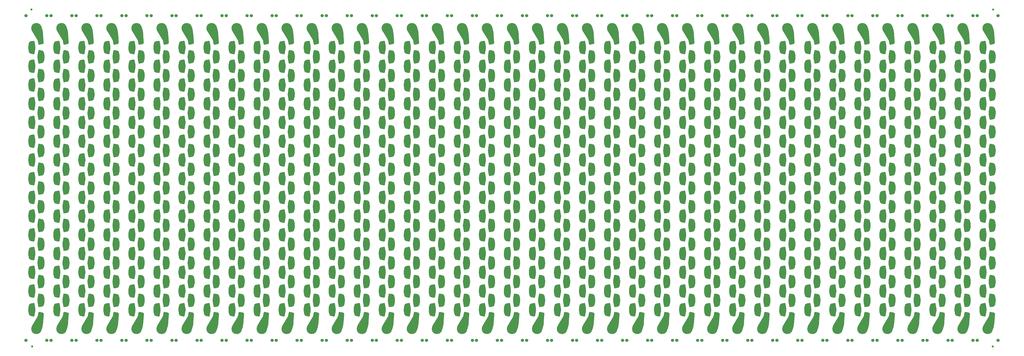
<source format=gtl>
G04*
G04 #@! TF.GenerationSoftware,Altium Limited,Altium Designer,18.1.7 (191)*
G04*
G04 Layer_Physical_Order=1*
G04 Layer_Color=255*
%FSLAX44Y44*%
%MOMM*%
G71*
G01*
G75*
%ADD10C,1.0000*%
G04:AMPARAMS|DCode=11|XSize=2.2mm|YSize=1.8mm|CornerRadius=0mm|HoleSize=0mm|Usage=FLASHONLY|Rotation=350.000|XOffset=0mm|YOffset=0mm|HoleType=Round|Shape=Rectangle|*
%AMROTATEDRECTD11*
4,1,4,-1.2396,-0.6953,-0.9270,1.0773,1.2396,0.6953,0.9270,-1.0773,-1.2396,-0.6953,0.0*
%
%ADD11ROTATEDRECTD11*%

G04:AMPARAMS|DCode=12|XSize=2.2mm|YSize=1.8mm|CornerRadius=0mm|HoleSize=0mm|Usage=FLASHONLY|Rotation=190.000|XOffset=0mm|YOffset=0mm|HoleType=Round|Shape=Rectangle|*
%AMROTATEDRECTD12*
4,1,4,0.9270,1.0773,1.2396,-0.6953,-0.9270,-1.0773,-1.2396,0.6953,0.9270,1.0773,0.0*
%
%ADD12ROTATEDRECTD12*%

%ADD13C,1.5240*%
%ADD14C,5.0000*%
G36*
X4618421Y1489116D02*
X4619714Y1488213D01*
X4620566Y1486886D01*
X4620707Y1486110D01*
X4620707Y1486110D01*
X4624000Y1468000D01*
X4624495Y1465278D01*
X4624991Y1459767D01*
X4624991Y1454233D01*
X4624495Y1448722D01*
X4624000Y1446000D01*
Y1446000D01*
X4620707Y1427890D01*
X4620566Y1427114D01*
X4619714Y1425787D01*
X4618421Y1424884D01*
X4616881Y1424542D01*
X4616105Y1424677D01*
X4616105Y1424677D01*
X4603552Y1426860D01*
X4601980Y1427134D01*
X4599098Y1428507D01*
X4596691Y1430605D01*
X4594937Y1433273D01*
X4594452Y1434793D01*
Y1434793D01*
X4593586Y1437504D01*
X4592282Y1443046D01*
X4591413Y1448672D01*
X4590985Y1454349D01*
X4591000Y1460041D01*
X4591459Y1465716D01*
X4592357Y1471337D01*
X4593691Y1476871D01*
X4594572Y1479578D01*
X4594572Y1479578D01*
X4595040Y1481018D01*
X4596713Y1483542D01*
X4599001Y1485525D01*
X4601736Y1486824D01*
X4603228Y1487083D01*
X4603228Y1487083D01*
X4616105Y1489323D01*
X4616881Y1489458D01*
X4618421Y1489116D01*
D02*
G37*
G36*
X4498421D02*
X4499714Y1488213D01*
X4500566Y1486886D01*
X4500707Y1486110D01*
X4500707Y1486110D01*
X4504000Y1468000D01*
X4504495Y1465278D01*
X4504991Y1459767D01*
X4504991Y1454233D01*
X4504495Y1448722D01*
X4504000Y1446000D01*
Y1446000D01*
X4500707Y1427890D01*
X4500566Y1427114D01*
X4499714Y1425787D01*
X4498421Y1424884D01*
X4496881Y1424542D01*
X4496105Y1424677D01*
X4496105Y1424677D01*
X4483552Y1426860D01*
X4481980Y1427134D01*
X4479098Y1428507D01*
X4476691Y1430605D01*
X4474937Y1433273D01*
X4474452Y1434793D01*
Y1434793D01*
X4473586Y1437504D01*
X4472282Y1443046D01*
X4471413Y1448672D01*
X4470985Y1454349D01*
X4471000Y1460041D01*
X4471459Y1465716D01*
X4472357Y1471337D01*
X4473691Y1476871D01*
X4474572Y1479578D01*
X4474572Y1479578D01*
X4475040Y1481018D01*
X4476713Y1483542D01*
X4479001Y1485525D01*
X4481736Y1486824D01*
X4483228Y1487083D01*
X4483228Y1487083D01*
X4496105Y1489323D01*
X4496881Y1489458D01*
X4498421Y1489116D01*
D02*
G37*
G36*
X4378421D02*
X4379714Y1488213D01*
X4380566Y1486886D01*
X4380707Y1486110D01*
X4380707Y1486110D01*
X4384000Y1468000D01*
X4384495Y1465278D01*
X4384991Y1459767D01*
X4384991Y1454233D01*
X4384495Y1448722D01*
X4384000Y1446000D01*
Y1446000D01*
X4380707Y1427890D01*
X4380566Y1427114D01*
X4379714Y1425787D01*
X4378421Y1424884D01*
X4376881Y1424542D01*
X4376105Y1424677D01*
X4376105Y1424677D01*
X4363552Y1426860D01*
X4361980Y1427134D01*
X4359098Y1428507D01*
X4356691Y1430605D01*
X4354937Y1433273D01*
X4354452Y1434793D01*
Y1434793D01*
X4353586Y1437504D01*
X4352282Y1443046D01*
X4351413Y1448672D01*
X4350985Y1454349D01*
X4351000Y1460041D01*
X4351459Y1465716D01*
X4352357Y1471337D01*
X4353691Y1476871D01*
X4354572Y1479578D01*
X4354572Y1479578D01*
X4355040Y1481018D01*
X4356713Y1483542D01*
X4359001Y1485525D01*
X4361736Y1486824D01*
X4363228Y1487083D01*
X4363228Y1487083D01*
X4376105Y1489323D01*
X4376881Y1489458D01*
X4378421Y1489116D01*
D02*
G37*
G36*
X4258421D02*
X4259714Y1488213D01*
X4260566Y1486886D01*
X4260707Y1486110D01*
X4260707Y1486110D01*
X4264000Y1468000D01*
X4264495Y1465278D01*
X4264991Y1459767D01*
X4264991Y1454233D01*
X4264495Y1448722D01*
X4264000Y1446000D01*
Y1446000D01*
X4260707Y1427890D01*
X4260566Y1427114D01*
X4259714Y1425787D01*
X4258421Y1424884D01*
X4256881Y1424542D01*
X4256105Y1424677D01*
X4256105Y1424677D01*
X4243552Y1426860D01*
X4241980Y1427134D01*
X4239098Y1428507D01*
X4236691Y1430605D01*
X4234938Y1433273D01*
X4234452Y1434793D01*
Y1434793D01*
X4233586Y1437504D01*
X4232282Y1443046D01*
X4231413Y1448672D01*
X4230985Y1454349D01*
X4231000Y1460041D01*
X4231459Y1465716D01*
X4232357Y1471337D01*
X4233691Y1476871D01*
X4234572Y1479578D01*
X4234572Y1479578D01*
X4235040Y1481018D01*
X4236713Y1483542D01*
X4239001Y1485525D01*
X4241736Y1486824D01*
X4243228Y1487083D01*
X4243228Y1487083D01*
X4256105Y1489323D01*
X4256881Y1489458D01*
X4258421Y1489116D01*
D02*
G37*
G36*
X4138421D02*
X4139714Y1488213D01*
X4140566Y1486886D01*
X4140707Y1486110D01*
X4140707Y1486110D01*
X4144000Y1468000D01*
X4144495Y1465278D01*
X4144991Y1459767D01*
X4144991Y1454233D01*
X4144495Y1448722D01*
X4144000Y1446000D01*
Y1446000D01*
X4140707Y1427890D01*
X4140566Y1427114D01*
X4139714Y1425787D01*
X4138421Y1424884D01*
X4136881Y1424542D01*
X4136105Y1424677D01*
X4136105Y1424677D01*
X4123552Y1426860D01*
X4121980Y1427134D01*
X4119098Y1428507D01*
X4116691Y1430605D01*
X4114938Y1433273D01*
X4114452Y1434793D01*
Y1434793D01*
X4113586Y1437504D01*
X4112282Y1443046D01*
X4111413Y1448672D01*
X4110985Y1454349D01*
X4111000Y1460041D01*
X4111459Y1465716D01*
X4112357Y1471337D01*
X4113691Y1476871D01*
X4114572Y1479578D01*
X4114572Y1479578D01*
X4115040Y1481018D01*
X4116713Y1483542D01*
X4119001Y1485525D01*
X4121736Y1486824D01*
X4123228Y1487083D01*
X4123228Y1487083D01*
X4136105Y1489323D01*
X4136881Y1489458D01*
X4138421Y1489116D01*
D02*
G37*
G36*
X4018421D02*
X4019714Y1488213D01*
X4020566Y1486886D01*
X4020707Y1486110D01*
X4020707Y1486110D01*
X4024000Y1468000D01*
X4024495Y1465278D01*
X4024991Y1459767D01*
X4024991Y1454233D01*
X4024495Y1448722D01*
X4024000Y1446000D01*
Y1446000D01*
X4020707Y1427890D01*
X4020566Y1427114D01*
X4019714Y1425787D01*
X4018421Y1424884D01*
X4016881Y1424542D01*
X4016105Y1424677D01*
X4016105Y1424677D01*
X4003552Y1426860D01*
X4001980Y1427134D01*
X3999098Y1428507D01*
X3996691Y1430605D01*
X3994938Y1433273D01*
X3994452Y1434793D01*
Y1434793D01*
X3993586Y1437504D01*
X3992282Y1443046D01*
X3991413Y1448672D01*
X3990985Y1454349D01*
X3991000Y1460041D01*
X3991459Y1465716D01*
X3992357Y1471337D01*
X3993691Y1476871D01*
X3994572Y1479578D01*
X3994572Y1479578D01*
X3995040Y1481018D01*
X3996713Y1483542D01*
X3999001Y1485525D01*
X4001736Y1486824D01*
X4003228Y1487083D01*
X4003228Y1487083D01*
X4016105Y1489323D01*
X4016881Y1489458D01*
X4018421Y1489116D01*
D02*
G37*
G36*
X3898421D02*
X3899714Y1488213D01*
X3900566Y1486886D01*
X3900707Y1486110D01*
X3900707Y1486110D01*
X3904000Y1468000D01*
X3904495Y1465278D01*
X3904991Y1459767D01*
X3904991Y1454233D01*
X3904495Y1448722D01*
X3904000Y1446000D01*
Y1446000D01*
X3900707Y1427890D01*
X3900566Y1427114D01*
X3899714Y1425787D01*
X3898421Y1424884D01*
X3896881Y1424542D01*
X3896105Y1424677D01*
X3896105Y1424677D01*
X3883553Y1426860D01*
X3881980Y1427134D01*
X3879098Y1428507D01*
X3876691Y1430605D01*
X3874938Y1433273D01*
X3874452Y1434793D01*
Y1434793D01*
X3873586Y1437504D01*
X3872282Y1443046D01*
X3871413Y1448672D01*
X3870985Y1454349D01*
X3871000Y1460041D01*
X3871459Y1465716D01*
X3872358Y1471337D01*
X3873691Y1476871D01*
X3874572Y1479578D01*
X3874572Y1479578D01*
X3875040Y1481018D01*
X3876713Y1483542D01*
X3879001Y1485525D01*
X3881736Y1486824D01*
X3883228Y1487083D01*
X3883228Y1487083D01*
X3896105Y1489323D01*
X3896881Y1489458D01*
X3898421Y1489116D01*
D02*
G37*
G36*
X3778421D02*
X3779714Y1488213D01*
X3780566Y1486886D01*
X3780707Y1486110D01*
X3780707Y1486110D01*
X3784000Y1468000D01*
X3784495Y1465278D01*
X3784991Y1459767D01*
X3784991Y1454233D01*
X3784495Y1448722D01*
X3784000Y1446000D01*
Y1446000D01*
X3780707Y1427890D01*
X3780566Y1427114D01*
X3779714Y1425787D01*
X3778421Y1424884D01*
X3776881Y1424542D01*
X3776105Y1424677D01*
X3776105Y1424677D01*
X3763553Y1426860D01*
X3761980Y1427134D01*
X3759098Y1428507D01*
X3756691Y1430605D01*
X3754938Y1433273D01*
X3754452Y1434793D01*
Y1434793D01*
X3753586Y1437504D01*
X3752282Y1443046D01*
X3751413Y1448672D01*
X3750985Y1454349D01*
X3751000Y1460041D01*
X3751459Y1465716D01*
X3752358Y1471337D01*
X3753691Y1476871D01*
X3754572Y1479578D01*
X3754572Y1479578D01*
X3755040Y1481018D01*
X3756713Y1483542D01*
X3759001Y1485525D01*
X3761736Y1486824D01*
X3763228Y1487083D01*
X3763228Y1487083D01*
X3776105Y1489323D01*
X3776881Y1489458D01*
X3778421Y1489116D01*
D02*
G37*
G36*
X3658421D02*
X3659714Y1488213D01*
X3660566Y1486886D01*
X3660707Y1486110D01*
X3660707Y1486110D01*
X3664000Y1468000D01*
X3664495Y1465278D01*
X3664991Y1459767D01*
X3664991Y1454233D01*
X3664495Y1448722D01*
X3664000Y1446000D01*
Y1446000D01*
X3660707Y1427890D01*
X3660566Y1427114D01*
X3659714Y1425787D01*
X3658421Y1424884D01*
X3656881Y1424542D01*
X3656105Y1424677D01*
X3656105Y1424677D01*
X3643553Y1426860D01*
X3641980Y1427134D01*
X3639098Y1428507D01*
X3636691Y1430605D01*
X3634938Y1433273D01*
X3634452Y1434793D01*
Y1434793D01*
X3633586Y1437504D01*
X3632282Y1443046D01*
X3631413Y1448672D01*
X3630985Y1454349D01*
X3631000Y1460041D01*
X3631459Y1465716D01*
X3632358Y1471337D01*
X3633691Y1476871D01*
X3634572Y1479578D01*
X3634572Y1479578D01*
X3635040Y1481018D01*
X3636713Y1483542D01*
X3639001Y1485525D01*
X3641736Y1486824D01*
X3643228Y1487083D01*
X3643228Y1487083D01*
X3656105Y1489323D01*
X3656882Y1489458D01*
X3658421Y1489116D01*
D02*
G37*
G36*
X3538421D02*
X3539714Y1488213D01*
X3540566Y1486886D01*
X3540707Y1486110D01*
X3540707Y1486110D01*
X3544000Y1468000D01*
X3544495Y1465278D01*
X3544991Y1459767D01*
X3544991Y1454233D01*
X3544495Y1448722D01*
X3544000Y1446000D01*
Y1446000D01*
X3540707Y1427890D01*
X3540566Y1427114D01*
X3539714Y1425787D01*
X3538421Y1424884D01*
X3536881Y1424542D01*
X3536105Y1424677D01*
X3536105Y1424677D01*
X3523553Y1426860D01*
X3521980Y1427134D01*
X3519098Y1428507D01*
X3516691Y1430605D01*
X3514938Y1433273D01*
X3514452Y1434793D01*
Y1434793D01*
X3513586Y1437504D01*
X3512282Y1443046D01*
X3511413Y1448672D01*
X3510985Y1454349D01*
X3511000Y1460041D01*
X3511459Y1465716D01*
X3512358Y1471337D01*
X3513691Y1476871D01*
X3514572Y1479578D01*
X3514572Y1479578D01*
X3515040Y1481018D01*
X3516713Y1483542D01*
X3519001Y1485525D01*
X3521736Y1486824D01*
X3523228Y1487083D01*
X3523228Y1487083D01*
X3536105Y1489323D01*
X3536882Y1489458D01*
X3538421Y1489116D01*
D02*
G37*
G36*
X3418421D02*
X3419714Y1488213D01*
X3420566Y1486886D01*
X3420707Y1486110D01*
X3420707Y1486110D01*
X3424000Y1468000D01*
X3424495Y1465278D01*
X3424991Y1459767D01*
X3424991Y1454233D01*
X3424495Y1448722D01*
X3424000Y1446000D01*
Y1446000D01*
X3420707Y1427890D01*
X3420566Y1427114D01*
X3419714Y1425787D01*
X3418421Y1424884D01*
X3416881Y1424542D01*
X3416105Y1424677D01*
X3416105Y1424677D01*
X3403553Y1426860D01*
X3401980Y1427134D01*
X3399098Y1428507D01*
X3396691Y1430605D01*
X3394938Y1433273D01*
X3394452Y1434793D01*
Y1434793D01*
X3393586Y1437504D01*
X3392282Y1443046D01*
X3391413Y1448672D01*
X3390985Y1454349D01*
X3391001Y1460041D01*
X3391459Y1465716D01*
X3392358Y1471337D01*
X3393691Y1476871D01*
X3394572Y1479578D01*
X3394572Y1479578D01*
X3395040Y1481018D01*
X3396713Y1483542D01*
X3399001Y1485525D01*
X3401736Y1486824D01*
X3403228Y1487083D01*
X3403228Y1487083D01*
X3416105Y1489323D01*
X3416882Y1489458D01*
X3418421Y1489116D01*
D02*
G37*
G36*
X3298421D02*
X3299714Y1488213D01*
X3300566Y1486886D01*
X3300707Y1486110D01*
X3300707Y1486110D01*
X3304000Y1468000D01*
X3304495Y1465278D01*
X3304991Y1459767D01*
X3304991Y1454233D01*
X3304495Y1448722D01*
X3304000Y1446000D01*
Y1446000D01*
X3300707Y1427890D01*
X3300566Y1427114D01*
X3299714Y1425787D01*
X3298421Y1424884D01*
X3296881Y1424542D01*
X3296105Y1424677D01*
X3296105Y1424677D01*
X3283553Y1426860D01*
X3281980Y1427134D01*
X3279098Y1428507D01*
X3276691Y1430605D01*
X3274938Y1433273D01*
X3274452Y1434793D01*
Y1434793D01*
X3273586Y1437504D01*
X3272282Y1443046D01*
X3271413Y1448672D01*
X3270985Y1454349D01*
X3271001Y1460041D01*
X3271459Y1465716D01*
X3272358Y1471337D01*
X3273691Y1476871D01*
X3274572Y1479578D01*
X3274572Y1479578D01*
X3275040Y1481018D01*
X3276713Y1483542D01*
X3279001Y1485525D01*
X3281736Y1486824D01*
X3283228Y1487083D01*
X3283228Y1487083D01*
X3296105Y1489323D01*
X3296882Y1489458D01*
X3298421Y1489116D01*
D02*
G37*
G36*
X3178421D02*
X3179714Y1488213D01*
X3180566Y1486886D01*
X3180707Y1486110D01*
X3180707Y1486110D01*
X3184000Y1468000D01*
X3184495Y1465278D01*
X3184991Y1459767D01*
X3184991Y1454233D01*
X3184495Y1448722D01*
X3184000Y1446000D01*
Y1446000D01*
X3180707Y1427890D01*
X3180566Y1427114D01*
X3179714Y1425787D01*
X3178421Y1424884D01*
X3176881Y1424542D01*
X3176105Y1424677D01*
X3176105Y1424677D01*
X3163553Y1426860D01*
X3161980Y1427134D01*
X3159098Y1428507D01*
X3156691Y1430605D01*
X3154938Y1433273D01*
X3154452Y1434793D01*
Y1434793D01*
X3153586Y1437504D01*
X3152282Y1443046D01*
X3151414Y1448672D01*
X3150985Y1454349D01*
X3151001Y1460041D01*
X3151459Y1465716D01*
X3152358Y1471337D01*
X3153691Y1476871D01*
X3154572Y1479578D01*
X3154572Y1479578D01*
X3155040Y1481018D01*
X3156713Y1483542D01*
X3159001Y1485525D01*
X3161736Y1486824D01*
X3163228Y1487083D01*
X3163228Y1487083D01*
X3176105Y1489323D01*
X3176882Y1489458D01*
X3178421Y1489116D01*
D02*
G37*
G36*
X3058421D02*
X3059714Y1488213D01*
X3060566Y1486886D01*
X3060707Y1486110D01*
X3060707Y1486110D01*
X3064000Y1468000D01*
X3064495Y1465278D01*
X3064991Y1459767D01*
X3064991Y1454233D01*
X3064495Y1448722D01*
X3064000Y1446000D01*
Y1446000D01*
X3060707Y1427890D01*
X3060566Y1427114D01*
X3059714Y1425787D01*
X3058421Y1424884D01*
X3056881Y1424542D01*
X3056105Y1424677D01*
X3056105Y1424677D01*
X3043553Y1426860D01*
X3041980Y1427134D01*
X3039098Y1428507D01*
X3036691Y1430605D01*
X3034938Y1433273D01*
X3034452Y1434793D01*
Y1434793D01*
X3033586Y1437504D01*
X3032282Y1443046D01*
X3031414Y1448672D01*
X3030985Y1454349D01*
X3031001Y1460041D01*
X3031459Y1465716D01*
X3032358Y1471337D01*
X3033691Y1476871D01*
X3034572Y1479578D01*
X3034572Y1479578D01*
X3035040Y1481018D01*
X3036713Y1483542D01*
X3039001Y1485525D01*
X3041736Y1486824D01*
X3043228Y1487083D01*
X3043228Y1487083D01*
X3056105Y1489323D01*
X3056882Y1489458D01*
X3058421Y1489116D01*
D02*
G37*
G36*
X2938421D02*
X2939714Y1488213D01*
X2940566Y1486886D01*
X2940707Y1486110D01*
X2940707Y1486110D01*
X2944000Y1468000D01*
X2944495Y1465278D01*
X2944991Y1459767D01*
X2944991Y1454233D01*
X2944495Y1448722D01*
X2944000Y1446000D01*
Y1446000D01*
X2940707Y1427890D01*
X2940566Y1427114D01*
X2939714Y1425787D01*
X2938421Y1424884D01*
X2936882Y1424542D01*
X2936105Y1424677D01*
X2936105Y1424677D01*
X2923553Y1426860D01*
X2921980Y1427134D01*
X2919098Y1428507D01*
X2916691Y1430605D01*
X2914938Y1433273D01*
X2914452Y1434793D01*
Y1434793D01*
X2913586Y1437504D01*
X2912282Y1443046D01*
X2911414Y1448672D01*
X2910985Y1454349D01*
X2911001Y1460041D01*
X2911459Y1465716D01*
X2912358Y1471337D01*
X2913691Y1476871D01*
X2914572Y1479578D01*
X2914572Y1479578D01*
X2915040Y1481018D01*
X2916713Y1483542D01*
X2919001Y1485525D01*
X2921736Y1486824D01*
X2923228Y1487083D01*
X2923228Y1487083D01*
X2936105Y1489323D01*
X2936882Y1489458D01*
X2938421Y1489116D01*
D02*
G37*
G36*
X2818421D02*
X2819714Y1488213D01*
X2820566Y1486886D01*
X2820707Y1486110D01*
X2820707Y1486110D01*
X2824000Y1468000D01*
X2824495Y1465278D01*
X2824991Y1459767D01*
X2824991Y1454233D01*
X2824495Y1448722D01*
X2824000Y1446000D01*
Y1446000D01*
X2820707Y1427890D01*
X2820566Y1427114D01*
X2819714Y1425787D01*
X2818421Y1424884D01*
X2816882Y1424542D01*
X2816105Y1424677D01*
X2816105Y1424677D01*
X2803553Y1426860D01*
X2801980Y1427134D01*
X2799098Y1428507D01*
X2796691Y1430605D01*
X2794938Y1433273D01*
X2794452Y1434793D01*
Y1434793D01*
X2793586Y1437504D01*
X2792282Y1443046D01*
X2791414Y1448672D01*
X2790985Y1454349D01*
X2791001Y1460041D01*
X2791459Y1465716D01*
X2792358Y1471337D01*
X2793691Y1476871D01*
X2794572Y1479578D01*
X2794572Y1479578D01*
X2795040Y1481018D01*
X2796713Y1483542D01*
X2799001Y1485525D01*
X2801736Y1486824D01*
X2803228Y1487083D01*
X2803228Y1487083D01*
X2816105Y1489323D01*
X2816882Y1489458D01*
X2818421Y1489116D01*
D02*
G37*
G36*
X2698421D02*
X2699714Y1488213D01*
X2700566Y1486886D01*
X2700707Y1486110D01*
X2700707Y1486110D01*
X2704000Y1468000D01*
X2704495Y1465278D01*
X2704991Y1459767D01*
X2704991Y1454233D01*
X2704495Y1448722D01*
X2704000Y1446000D01*
Y1446000D01*
X2700707Y1427890D01*
X2700566Y1427114D01*
X2699714Y1425787D01*
X2698421Y1424884D01*
X2696882Y1424542D01*
X2696105Y1424677D01*
X2696105Y1424677D01*
X2683553Y1426860D01*
X2681980Y1427134D01*
X2679098Y1428507D01*
X2676691Y1430605D01*
X2674938Y1433273D01*
X2674452Y1434793D01*
Y1434793D01*
X2673586Y1437504D01*
X2672282Y1443046D01*
X2671414Y1448672D01*
X2670985Y1454349D01*
X2671001Y1460041D01*
X2671459Y1465716D01*
X2672358Y1471337D01*
X2673691Y1476871D01*
X2674572Y1479578D01*
X2674572Y1479578D01*
X2675040Y1481018D01*
X2676713Y1483542D01*
X2679001Y1485525D01*
X2681736Y1486824D01*
X2683228Y1487083D01*
X2683228Y1487083D01*
X2696105Y1489323D01*
X2696882Y1489458D01*
X2698421Y1489116D01*
D02*
G37*
G36*
X2578421D02*
X2579714Y1488213D01*
X2580566Y1486886D01*
X2580707Y1486110D01*
X2580707Y1486110D01*
X2584000Y1468000D01*
X2584495Y1465278D01*
X2584991Y1459767D01*
X2584991Y1454233D01*
X2584495Y1448722D01*
X2584000Y1446000D01*
Y1446000D01*
X2580707Y1427890D01*
X2580566Y1427114D01*
X2579714Y1425787D01*
X2578421Y1424884D01*
X2576882Y1424542D01*
X2576105Y1424677D01*
X2576105Y1424677D01*
X2563553Y1426860D01*
X2561980Y1427134D01*
X2559098Y1428507D01*
X2556691Y1430605D01*
X2554938Y1433273D01*
X2554452Y1434793D01*
Y1434793D01*
X2553586Y1437504D01*
X2552282Y1443046D01*
X2551414Y1448672D01*
X2550985Y1454349D01*
X2551001Y1460041D01*
X2551459Y1465716D01*
X2552358Y1471337D01*
X2553692Y1476871D01*
X2554572Y1479578D01*
X2554572Y1479578D01*
X2555040Y1481018D01*
X2556713Y1483542D01*
X2559001Y1485525D01*
X2561736Y1486824D01*
X2563228Y1487083D01*
X2563228Y1487083D01*
X2576105Y1489323D01*
X2576882Y1489458D01*
X2578421Y1489116D01*
D02*
G37*
G36*
X2458421D02*
X2459714Y1488213D01*
X2460566Y1486886D01*
X2460707Y1486110D01*
X2460707Y1486110D01*
X2464000Y1468000D01*
X2464495Y1465278D01*
X2464992Y1459767D01*
X2464992Y1454233D01*
X2464495Y1448722D01*
X2464000Y1446000D01*
Y1446000D01*
X2460707Y1427890D01*
X2460566Y1427114D01*
X2459714Y1425787D01*
X2458421Y1424884D01*
X2456882Y1424542D01*
X2456105Y1424677D01*
X2456105Y1424677D01*
X2443553Y1426860D01*
X2441980Y1427134D01*
X2439098Y1428507D01*
X2436691Y1430605D01*
X2434938Y1433273D01*
X2434452Y1434793D01*
Y1434793D01*
X2433586Y1437504D01*
X2432282Y1443046D01*
X2431414Y1448672D01*
X2430985Y1454349D01*
X2431001Y1460041D01*
X2431459Y1465716D01*
X2432358Y1471337D01*
X2433692Y1476871D01*
X2434572Y1479578D01*
X2434572Y1479578D01*
X2435040Y1481018D01*
X2436713Y1483542D01*
X2439001Y1485525D01*
X2441736Y1486824D01*
X2443228Y1487083D01*
X2443228Y1487083D01*
X2456105Y1489323D01*
X2456882Y1489458D01*
X2458421Y1489116D01*
D02*
G37*
G36*
X2338421D02*
X2339714Y1488213D01*
X2340566Y1486886D01*
X2340707Y1486110D01*
X2340707Y1486110D01*
X2344000Y1468000D01*
X2344495Y1465278D01*
X2344992Y1459767D01*
X2344992Y1454233D01*
X2344495Y1448722D01*
X2344000Y1446000D01*
Y1446000D01*
X2340707Y1427890D01*
X2340566Y1427114D01*
X2339714Y1425787D01*
X2338421Y1424884D01*
X2336882Y1424542D01*
X2336105Y1424677D01*
X2336105Y1424677D01*
X2323553Y1426860D01*
X2321980Y1427134D01*
X2319098Y1428507D01*
X2316691Y1430605D01*
X2314938Y1433273D01*
X2314452Y1434793D01*
Y1434793D01*
X2313586Y1437504D01*
X2312282Y1443046D01*
X2311414Y1448672D01*
X2310985Y1454349D01*
X2311001Y1460041D01*
X2311459Y1465716D01*
X2312358Y1471337D01*
X2313692Y1476871D01*
X2314572Y1479578D01*
X2314572Y1479578D01*
X2315040Y1481018D01*
X2316713Y1483542D01*
X2319001Y1485525D01*
X2321736Y1486824D01*
X2323228Y1487083D01*
X2323228Y1487083D01*
X2336105Y1489323D01*
X2336882Y1489458D01*
X2338421Y1489116D01*
D02*
G37*
G36*
X2218421D02*
X2219714Y1488213D01*
X2220566Y1486886D01*
X2220707Y1486110D01*
X2220707Y1486110D01*
X2224000Y1468000D01*
X2224495Y1465278D01*
X2224992Y1459767D01*
X2224992Y1454233D01*
X2224495Y1448722D01*
X2224000Y1446000D01*
Y1446000D01*
X2220707Y1427890D01*
X2220566Y1427114D01*
X2219714Y1425787D01*
X2218421Y1424884D01*
X2216882Y1424542D01*
X2216105Y1424677D01*
X2216105Y1424677D01*
X2203553Y1426860D01*
X2201980Y1427134D01*
X2199098Y1428507D01*
X2196691Y1430605D01*
X2194938Y1433273D01*
X2194452Y1434793D01*
Y1434793D01*
X2193586Y1437504D01*
X2192282Y1443046D01*
X2191414Y1448672D01*
X2190986Y1454349D01*
X2191001Y1460041D01*
X2191459Y1465716D01*
X2192358Y1471337D01*
X2193692Y1476871D01*
X2194572Y1479578D01*
X2194572Y1479578D01*
X2195040Y1481018D01*
X2196713Y1483542D01*
X2199001Y1485525D01*
X2201736Y1486824D01*
X2203228Y1487083D01*
X2203228Y1487083D01*
X2216105Y1489323D01*
X2216882Y1489458D01*
X2218421Y1489116D01*
D02*
G37*
G36*
X2098421D02*
X2099714Y1488213D01*
X2100566Y1486886D01*
X2100707Y1486110D01*
X2100707Y1486110D01*
X2104000Y1468000D01*
X2104495Y1465278D01*
X2104992Y1459767D01*
X2104992Y1454233D01*
X2104495Y1448722D01*
X2104000Y1446000D01*
Y1446000D01*
X2100707Y1427890D01*
X2100566Y1427114D01*
X2099714Y1425787D01*
X2098421Y1424884D01*
X2096882Y1424542D01*
X2096105Y1424677D01*
X2096105Y1424677D01*
X2083553Y1426860D01*
X2081980Y1427134D01*
X2079098Y1428507D01*
X2076691Y1430605D01*
X2074938Y1433273D01*
X2074452Y1434793D01*
Y1434793D01*
X2073586Y1437504D01*
X2072282Y1443046D01*
X2071414Y1448672D01*
X2070986Y1454349D01*
X2071001Y1460041D01*
X2071459Y1465716D01*
X2072358Y1471337D01*
X2073692Y1476871D01*
X2074572Y1479578D01*
X2074572Y1479578D01*
X2075040Y1481018D01*
X2076713Y1483542D01*
X2079001Y1485525D01*
X2081736Y1486824D01*
X2083228Y1487083D01*
X2083228Y1487083D01*
X2096105Y1489323D01*
X2096882Y1489458D01*
X2098421Y1489116D01*
D02*
G37*
G36*
X1978421D02*
X1979714Y1488213D01*
X1980566Y1486886D01*
X1980707Y1486110D01*
X1980707Y1486110D01*
X1984000Y1468000D01*
X1984495Y1465278D01*
X1984992Y1459767D01*
X1984992Y1454233D01*
X1984495Y1448722D01*
X1984000Y1446000D01*
Y1446000D01*
X1980707Y1427890D01*
X1980566Y1427114D01*
X1979714Y1425787D01*
X1978421Y1424884D01*
X1976882Y1424542D01*
X1976105Y1424677D01*
X1976105Y1424677D01*
X1963553Y1426860D01*
X1961980Y1427134D01*
X1959098Y1428507D01*
X1956691Y1430605D01*
X1954938Y1433273D01*
X1954452Y1434793D01*
Y1434793D01*
X1953586Y1437504D01*
X1952282Y1443046D01*
X1951414Y1448672D01*
X1950986Y1454349D01*
X1951001Y1460041D01*
X1951459Y1465716D01*
X1952358Y1471337D01*
X1953692Y1476871D01*
X1954572Y1479578D01*
X1954572Y1479578D01*
X1955040Y1481018D01*
X1956713Y1483542D01*
X1959001Y1485525D01*
X1961736Y1486824D01*
X1963228Y1487083D01*
X1963228Y1487083D01*
X1976105Y1489323D01*
X1976882Y1489458D01*
X1978421Y1489116D01*
D02*
G37*
G36*
X1858421D02*
X1859714Y1488213D01*
X1860566Y1486886D01*
X1860707Y1486110D01*
X1860707Y1486110D01*
X1864000Y1468000D01*
X1864495Y1465278D01*
X1864992Y1459767D01*
X1864992Y1454233D01*
X1864495Y1448722D01*
X1864000Y1446000D01*
Y1446000D01*
X1860707Y1427890D01*
X1860566Y1427114D01*
X1859714Y1425787D01*
X1858421Y1424884D01*
X1856882Y1424542D01*
X1856105Y1424677D01*
X1856105Y1424677D01*
X1843553Y1426860D01*
X1841980Y1427134D01*
X1839098Y1428507D01*
X1836691Y1430605D01*
X1834938Y1433273D01*
X1834452Y1434793D01*
Y1434793D01*
X1833586Y1437504D01*
X1832282Y1443046D01*
X1831414Y1448672D01*
X1830986Y1454349D01*
X1831001Y1460041D01*
X1831459Y1465716D01*
X1832358Y1471337D01*
X1833692Y1476871D01*
X1834572Y1479578D01*
X1834572Y1479578D01*
X1835040Y1481018D01*
X1836713Y1483542D01*
X1839001Y1485525D01*
X1841737Y1486824D01*
X1843228Y1487083D01*
X1843228Y1487083D01*
X1856105Y1489323D01*
X1856882Y1489458D01*
X1858421Y1489116D01*
D02*
G37*
G36*
X1738421D02*
X1739714Y1488213D01*
X1740566Y1486886D01*
X1740707Y1486110D01*
X1740707Y1486110D01*
X1744000Y1468000D01*
X1744495Y1465278D01*
X1744992Y1459767D01*
X1744992Y1454233D01*
X1744495Y1448722D01*
X1744000Y1446000D01*
Y1446000D01*
X1740707Y1427890D01*
X1740566Y1427114D01*
X1739714Y1425787D01*
X1738421Y1424884D01*
X1736882Y1424542D01*
X1736105Y1424677D01*
X1736105Y1424677D01*
X1723553Y1426860D01*
X1721980Y1427134D01*
X1719098Y1428507D01*
X1716691Y1430605D01*
X1714938Y1433273D01*
X1714452Y1434793D01*
Y1434793D01*
X1713586Y1437504D01*
X1712282Y1443046D01*
X1711414Y1448672D01*
X1710986Y1454349D01*
X1711001Y1460041D01*
X1711459Y1465716D01*
X1712358Y1471337D01*
X1713692Y1476871D01*
X1714572Y1479578D01*
X1714572Y1479578D01*
X1715040Y1481018D01*
X1716713Y1483542D01*
X1719001Y1485525D01*
X1721737Y1486824D01*
X1723228Y1487083D01*
X1723228Y1487083D01*
X1736105Y1489323D01*
X1736882Y1489458D01*
X1738421Y1489116D01*
D02*
G37*
G36*
X1618421D02*
X1619714Y1488213D01*
X1620566Y1486886D01*
X1620707Y1486110D01*
X1620707Y1486110D01*
X1624000Y1468000D01*
X1624495Y1465278D01*
X1624992Y1459767D01*
X1624992Y1454233D01*
X1624495Y1448722D01*
X1624000Y1446000D01*
Y1446000D01*
X1620707Y1427890D01*
X1620566Y1427114D01*
X1619714Y1425787D01*
X1618421Y1424884D01*
X1616882Y1424542D01*
X1616105Y1424677D01*
X1616105Y1424677D01*
X1603553Y1426860D01*
X1601980Y1427134D01*
X1599098Y1428507D01*
X1596691Y1430605D01*
X1594938Y1433273D01*
X1594452Y1434793D01*
Y1434793D01*
X1593586Y1437504D01*
X1592282Y1443046D01*
X1591414Y1448672D01*
X1590986Y1454349D01*
X1591001Y1460041D01*
X1591459Y1465716D01*
X1592358Y1471337D01*
X1593692Y1476871D01*
X1594572Y1479578D01*
X1594572Y1479578D01*
X1595040Y1481018D01*
X1596713Y1483542D01*
X1599001Y1485525D01*
X1601737Y1486824D01*
X1603228Y1487083D01*
X1603228Y1487083D01*
X1616105Y1489323D01*
X1616882Y1489458D01*
X1618421Y1489116D01*
D02*
G37*
G36*
X1498421D02*
X1499714Y1488213D01*
X1500566Y1486886D01*
X1500707Y1486110D01*
X1500707Y1486110D01*
X1504000Y1468000D01*
X1504495Y1465278D01*
X1504992Y1459767D01*
X1504992Y1454233D01*
X1504495Y1448722D01*
X1504000Y1446000D01*
Y1446000D01*
X1500707Y1427890D01*
X1500566Y1427114D01*
X1499714Y1425787D01*
X1498421Y1424884D01*
X1496882Y1424542D01*
X1496105Y1424677D01*
X1496105Y1424677D01*
X1483553Y1426860D01*
X1481980Y1427134D01*
X1479098Y1428507D01*
X1476691Y1430605D01*
X1474938Y1433273D01*
X1474452Y1434793D01*
Y1434793D01*
X1473586Y1437504D01*
X1472282Y1443046D01*
X1471414Y1448672D01*
X1470986Y1454349D01*
X1471001Y1460041D01*
X1471459Y1465716D01*
X1472358Y1471337D01*
X1473692Y1476871D01*
X1474572Y1479578D01*
X1474572Y1479578D01*
X1475040Y1481018D01*
X1476713Y1483542D01*
X1479001Y1485525D01*
X1481737Y1486824D01*
X1483228Y1487083D01*
X1483228Y1487083D01*
X1496105Y1489323D01*
X1496882Y1489458D01*
X1498421Y1489116D01*
D02*
G37*
G36*
X1378421D02*
X1379714Y1488213D01*
X1380566Y1486886D01*
X1380707Y1486110D01*
X1380707Y1486110D01*
X1384000Y1468000D01*
X1384495Y1465278D01*
X1384992Y1459767D01*
X1384992Y1454233D01*
X1384495Y1448722D01*
X1384000Y1446000D01*
Y1446000D01*
X1380707Y1427890D01*
X1380566Y1427114D01*
X1379714Y1425787D01*
X1378421Y1424884D01*
X1376882Y1424542D01*
X1376105Y1424677D01*
X1376105Y1424677D01*
X1363553Y1426860D01*
X1361980Y1427134D01*
X1359098Y1428507D01*
X1356691Y1430605D01*
X1354938Y1433273D01*
X1354452Y1434793D01*
Y1434793D01*
X1353586Y1437504D01*
X1352282Y1443046D01*
X1351414Y1448672D01*
X1350986Y1454349D01*
X1351001Y1460041D01*
X1351459Y1465716D01*
X1352358Y1471337D01*
X1353692Y1476871D01*
X1354572Y1479578D01*
X1354572Y1479578D01*
X1355040Y1481018D01*
X1356713Y1483542D01*
X1359001Y1485525D01*
X1361737Y1486824D01*
X1363228Y1487083D01*
X1363228Y1487083D01*
X1376105Y1489323D01*
X1376882Y1489458D01*
X1378421Y1489116D01*
D02*
G37*
G36*
X1258421D02*
X1259714Y1488213D01*
X1260566Y1486886D01*
X1260707Y1486110D01*
X1260707Y1486110D01*
X1264000Y1468000D01*
X1264495Y1465278D01*
X1264992Y1459767D01*
X1264992Y1454233D01*
X1264495Y1448722D01*
X1264000Y1446000D01*
Y1446000D01*
X1260707Y1427890D01*
X1260566Y1427114D01*
X1259714Y1425787D01*
X1258421Y1424884D01*
X1256882Y1424542D01*
X1256105Y1424677D01*
X1256105Y1424677D01*
X1243553Y1426860D01*
X1241980Y1427134D01*
X1239098Y1428507D01*
X1236691Y1430605D01*
X1234938Y1433273D01*
X1234452Y1434793D01*
Y1434793D01*
X1233587Y1437504D01*
X1232282Y1443046D01*
X1231414Y1448672D01*
X1230985Y1454349D01*
X1231001Y1460041D01*
X1231459Y1465716D01*
X1232358Y1471337D01*
X1233692Y1476871D01*
X1234572Y1479578D01*
X1234572Y1479578D01*
X1235040Y1481018D01*
X1236713Y1483542D01*
X1239001Y1485525D01*
X1241737Y1486824D01*
X1243228Y1487083D01*
X1243228Y1487083D01*
X1256105Y1489323D01*
X1256882Y1489458D01*
X1258421Y1489116D01*
D02*
G37*
G36*
X1138421D02*
X1139714Y1488213D01*
X1140566Y1486886D01*
X1140707Y1486110D01*
X1140707Y1486110D01*
X1144000Y1468000D01*
X1144495Y1465278D01*
X1144992Y1459767D01*
X1144992Y1454233D01*
X1144495Y1448722D01*
X1144000Y1446000D01*
Y1446000D01*
X1140707Y1427890D01*
X1140566Y1427114D01*
X1139714Y1425787D01*
X1138421Y1424884D01*
X1136882Y1424542D01*
X1136105Y1424677D01*
X1136105Y1424677D01*
X1123553Y1426860D01*
X1121980Y1427134D01*
X1119098Y1428507D01*
X1116691Y1430605D01*
X1114938Y1433273D01*
X1114452Y1434793D01*
Y1434793D01*
X1113587Y1437504D01*
X1112282Y1443046D01*
X1111414Y1448672D01*
X1110986Y1454349D01*
X1111001Y1460041D01*
X1111459Y1465716D01*
X1112358Y1471337D01*
X1113692Y1476871D01*
X1114572Y1479578D01*
X1114572Y1479578D01*
X1115040Y1481018D01*
X1116713Y1483542D01*
X1119001Y1485525D01*
X1121737Y1486824D01*
X1123228Y1487083D01*
X1123228Y1487083D01*
X1136105Y1489323D01*
X1136882Y1489458D01*
X1138421Y1489116D01*
D02*
G37*
G36*
X1018421D02*
X1019714Y1488213D01*
X1020566Y1486886D01*
X1020707Y1486110D01*
X1020707Y1486110D01*
X1024000Y1468000D01*
X1024495Y1465278D01*
X1024992Y1459767D01*
X1024992Y1454233D01*
X1024495Y1448722D01*
X1024000Y1446000D01*
Y1446000D01*
X1020707Y1427890D01*
X1020566Y1427114D01*
X1019714Y1425787D01*
X1018421Y1424884D01*
X1016882Y1424542D01*
X1016105Y1424677D01*
X1016105Y1424677D01*
X1003553Y1426860D01*
X1001980Y1427134D01*
X999098Y1428507D01*
X996691Y1430605D01*
X994938Y1433273D01*
X994452Y1434793D01*
Y1434793D01*
X993587Y1437504D01*
X992282Y1443046D01*
X991414Y1448672D01*
X990986Y1454349D01*
X991001Y1460041D01*
X991459Y1465716D01*
X992358Y1471337D01*
X993692Y1476871D01*
X994572Y1479578D01*
X994572Y1479578D01*
X995040Y1481018D01*
X996713Y1483542D01*
X999001Y1485525D01*
X1001737Y1486824D01*
X1003228Y1487083D01*
X1003228Y1487083D01*
X1016105Y1489323D01*
X1016882Y1489458D01*
X1018421Y1489116D01*
D02*
G37*
G36*
X898421D02*
X899714Y1488213D01*
X900566Y1486886D01*
X900707Y1486110D01*
X900707Y1486110D01*
X904000Y1468000D01*
X904495Y1465278D01*
X904992Y1459767D01*
X904992Y1454233D01*
X904495Y1448722D01*
X904000Y1446000D01*
Y1446000D01*
X900707Y1427890D01*
X900566Y1427114D01*
X899714Y1425787D01*
X898421Y1424884D01*
X896882Y1424542D01*
X896105Y1424677D01*
X896105Y1424677D01*
X883553Y1426860D01*
X881980Y1427134D01*
X879098Y1428507D01*
X876691Y1430605D01*
X874938Y1433273D01*
X874452Y1434793D01*
Y1434793D01*
X873587Y1437504D01*
X872282Y1443046D01*
X871414Y1448672D01*
X870986Y1454349D01*
X871001Y1460041D01*
X871459Y1465716D01*
X872358Y1471337D01*
X873692Y1476871D01*
X874572Y1479578D01*
X874572Y1479578D01*
X875040Y1481018D01*
X876713Y1483542D01*
X879001Y1485525D01*
X881737Y1486824D01*
X883228Y1487083D01*
X883228Y1487083D01*
X896105Y1489323D01*
X896882Y1489458D01*
X898421Y1489116D01*
D02*
G37*
G36*
X778421D02*
X779714Y1488213D01*
X780566Y1486886D01*
X780707Y1486110D01*
X780707Y1486110D01*
X784000Y1468000D01*
X784495Y1465278D01*
X784992Y1459767D01*
X784992Y1454233D01*
X784495Y1448722D01*
X784000Y1446000D01*
Y1446000D01*
X780707Y1427890D01*
X780566Y1427114D01*
X779714Y1425787D01*
X778421Y1424884D01*
X776882Y1424542D01*
X776105Y1424677D01*
X776105Y1424677D01*
X763553Y1426860D01*
X761980Y1427134D01*
X759098Y1428507D01*
X756691Y1430605D01*
X754938Y1433273D01*
X754452Y1434793D01*
Y1434793D01*
X753587Y1437504D01*
X752282Y1443046D01*
X751414Y1448672D01*
X750986Y1454349D01*
X751001Y1460041D01*
X751459Y1465716D01*
X752358Y1471337D01*
X753692Y1476871D01*
X754572Y1479578D01*
X754572Y1479578D01*
X755040Y1481018D01*
X756713Y1483542D01*
X759001Y1485525D01*
X761737Y1486824D01*
X763228Y1487083D01*
X763228Y1487083D01*
X776105Y1489323D01*
X776882Y1489458D01*
X778421Y1489116D01*
D02*
G37*
G36*
X658421D02*
X659714Y1488213D01*
X660566Y1486886D01*
X660707Y1486110D01*
X660707Y1486110D01*
X664000Y1468000D01*
X664495Y1465278D01*
X664992Y1459767D01*
X664992Y1454233D01*
X664495Y1448722D01*
X664000Y1446000D01*
Y1446000D01*
X660707Y1427890D01*
X660566Y1427114D01*
X659714Y1425787D01*
X658421Y1424884D01*
X656882Y1424542D01*
X656105Y1424677D01*
X656105Y1424677D01*
X643553Y1426860D01*
X641980Y1427134D01*
X639098Y1428507D01*
X636691Y1430605D01*
X634938Y1433273D01*
X634452Y1434793D01*
Y1434793D01*
X633587Y1437504D01*
X632282Y1443046D01*
X631414Y1448672D01*
X630986Y1454349D01*
X631001Y1460041D01*
X631459Y1465716D01*
X632358Y1471337D01*
X633692Y1476871D01*
X634572Y1479578D01*
X634572Y1479578D01*
X635040Y1481018D01*
X636713Y1483542D01*
X639001Y1485525D01*
X641737Y1486824D01*
X643228Y1487083D01*
X643228Y1487083D01*
X656105Y1489323D01*
X656882Y1489458D01*
X658421Y1489116D01*
D02*
G37*
G36*
X538421D02*
X539714Y1488213D01*
X540566Y1486886D01*
X540707Y1486110D01*
X540707Y1486110D01*
X544000Y1468000D01*
X544495Y1465278D01*
X544992Y1459767D01*
X544992Y1454233D01*
X544495Y1448722D01*
X544000Y1446000D01*
Y1446000D01*
X540707Y1427890D01*
X540566Y1427114D01*
X539714Y1425787D01*
X538421Y1424884D01*
X536882Y1424542D01*
X536105Y1424677D01*
X536105Y1424677D01*
X523553Y1426860D01*
X521980Y1427134D01*
X519098Y1428507D01*
X516691Y1430605D01*
X514938Y1433273D01*
X514452Y1434793D01*
Y1434793D01*
X513587Y1437504D01*
X512282Y1443046D01*
X511414Y1448672D01*
X510986Y1454349D01*
X511001Y1460041D01*
X511459Y1465716D01*
X512358Y1471337D01*
X513692Y1476871D01*
X514572Y1479578D01*
X514572Y1479578D01*
X515040Y1481018D01*
X516713Y1483542D01*
X519001Y1485525D01*
X521737Y1486824D01*
X523228Y1487083D01*
X523228Y1487083D01*
X536105Y1489323D01*
X536882Y1489458D01*
X538421Y1489116D01*
D02*
G37*
G36*
X418421D02*
X419714Y1488213D01*
X420566Y1486886D01*
X420707Y1486110D01*
X420707Y1486110D01*
X424000Y1468000D01*
X424495Y1465278D01*
X424992Y1459767D01*
X424992Y1454233D01*
X424495Y1448722D01*
X424000Y1446000D01*
Y1446000D01*
X420707Y1427890D01*
X420566Y1427114D01*
X419714Y1425787D01*
X418421Y1424884D01*
X416882Y1424542D01*
X416105Y1424677D01*
X416105Y1424677D01*
X403553Y1426860D01*
X401980Y1427134D01*
X399098Y1428507D01*
X396691Y1430605D01*
X394938Y1433273D01*
X394452Y1434793D01*
Y1434793D01*
X393587Y1437504D01*
X392282Y1443046D01*
X391414Y1448672D01*
X390986Y1454349D01*
X391001Y1460041D01*
X391459Y1465716D01*
X392358Y1471337D01*
X393692Y1476871D01*
X394572Y1479578D01*
X394572Y1479578D01*
X395040Y1481018D01*
X396713Y1483542D01*
X399001Y1485525D01*
X401737Y1486824D01*
X403228Y1487083D01*
X403228Y1487083D01*
X416105Y1489323D01*
X416882Y1489458D01*
X418421Y1489116D01*
D02*
G37*
G36*
X298421D02*
X299714Y1488213D01*
X300566Y1486886D01*
X300707Y1486110D01*
X300707Y1486110D01*
X304000Y1468000D01*
X304495Y1465278D01*
X304992Y1459767D01*
X304992Y1454233D01*
X304495Y1448722D01*
X304000Y1446000D01*
Y1446000D01*
X300707Y1427890D01*
X300566Y1427114D01*
X299714Y1425787D01*
X298421Y1424884D01*
X296882Y1424542D01*
X296105Y1424677D01*
X296105Y1424677D01*
X283553Y1426860D01*
X281980Y1427134D01*
X279098Y1428507D01*
X276691Y1430605D01*
X274938Y1433273D01*
X274452Y1434793D01*
Y1434793D01*
X273587Y1437504D01*
X272283Y1443046D01*
X271414Y1448672D01*
X270986Y1454349D01*
X271001Y1460041D01*
X271459Y1465716D01*
X272358Y1471337D01*
X273692Y1476871D01*
X274572Y1479578D01*
X274572Y1479578D01*
X275040Y1481018D01*
X276714Y1483542D01*
X279001Y1485525D01*
X281737Y1486824D01*
X283228Y1487083D01*
X283228Y1487083D01*
X296105Y1489323D01*
X296882Y1489458D01*
X298421Y1489116D01*
D02*
G37*
G36*
X178421D02*
X179714Y1488213D01*
X180566Y1486886D01*
X180707Y1486110D01*
X180707Y1486110D01*
X184000Y1468000D01*
X184495Y1465278D01*
X184992Y1459767D01*
X184992Y1454233D01*
X184495Y1448722D01*
X184000Y1446000D01*
Y1446000D01*
X180707Y1427890D01*
X180566Y1427114D01*
X179714Y1425787D01*
X178421Y1424884D01*
X176882Y1424542D01*
X176105Y1424677D01*
X176105Y1424677D01*
X163553Y1426860D01*
X161980Y1427134D01*
X159098Y1428507D01*
X156691Y1430605D01*
X154938Y1433273D01*
X154452Y1434793D01*
Y1434793D01*
X153587Y1437504D01*
X152282Y1443046D01*
X151414Y1448672D01*
X150986Y1454349D01*
X151001Y1460041D01*
X151459Y1465716D01*
X152358Y1471337D01*
X153692Y1476871D01*
X154572Y1479578D01*
X154572Y1479578D01*
X155040Y1481018D01*
X156713Y1483542D01*
X159001Y1485525D01*
X161737Y1486824D01*
X163228Y1487083D01*
X163228Y1487083D01*
X176105Y1489323D01*
X176882Y1489458D01*
X178421Y1489116D01*
D02*
G37*
G36*
X58421D02*
X59714Y1488213D01*
X60566Y1486886D01*
X60707Y1486110D01*
X60707Y1486110D01*
X64000Y1468000D01*
X64495Y1465278D01*
X64992Y1459767D01*
X64992Y1454233D01*
X64495Y1448722D01*
X64000Y1446000D01*
Y1446000D01*
X60707Y1427890D01*
X60566Y1427114D01*
X59714Y1425787D01*
X58421Y1424884D01*
X56882Y1424542D01*
X56105Y1424677D01*
X56105Y1424677D01*
X43553Y1426860D01*
X41980Y1427134D01*
X39098Y1428507D01*
X36691Y1430605D01*
X34938Y1433273D01*
X34452Y1434793D01*
Y1434793D01*
X33587Y1437504D01*
X32283Y1443046D01*
X31414Y1448672D01*
X30986Y1454349D01*
X31001Y1460041D01*
X31459Y1465716D01*
X32358Y1471337D01*
X33692Y1476871D01*
X34572Y1479578D01*
X34572Y1479578D01*
X35040Y1481018D01*
X36714Y1483542D01*
X39001Y1485525D01*
X41737Y1486824D01*
X43228Y1487083D01*
X43229Y1487083D01*
X56105Y1489323D01*
X56882Y1489458D01*
X58421Y1489116D01*
D02*
G37*
G36*
X4653231Y1559295D02*
X4655412Y1553766D01*
X4657304Y1548132D01*
X4658903Y1542407D01*
X4660205Y1536608D01*
X4661206Y1530749D01*
X4661903Y1524847D01*
X4662295Y1518916D01*
X4662338Y1515945D01*
Y1515944D01*
X4664870Y1481439D01*
X4664968Y1480103D01*
X4664211Y1477533D01*
X4662596Y1475394D01*
X4660333Y1473961D01*
X4659021Y1473689D01*
X4659021Y1473689D01*
X4644366Y1470650D01*
X4643488Y1470468D01*
X4641729Y1470820D01*
X4640249Y1471833D01*
X4639284Y1473345D01*
X4639136Y1474230D01*
X4639136Y1474230D01*
X4637044Y1486751D01*
X4636739Y1488268D01*
X4635836Y1491227D01*
X4634556Y1494043D01*
X4632919Y1496668D01*
X4631976Y1497894D01*
X4631976Y1497895D01*
X4608154Y1538154D01*
X4652000Y1562000D01*
X4653231Y1559295D01*
D02*
G37*
G36*
X4533231D02*
X4535412Y1553766D01*
X4537304Y1548132D01*
X4538903Y1542407D01*
X4540205Y1536608D01*
X4541206Y1530749D01*
X4541903Y1524847D01*
X4542295Y1518916D01*
X4542338Y1515945D01*
Y1515944D01*
X4544870Y1481439D01*
X4544968Y1480103D01*
X4544211Y1477533D01*
X4542596Y1475394D01*
X4540333Y1473961D01*
X4539021Y1473689D01*
X4539021Y1473689D01*
X4524366Y1470650D01*
X4523488Y1470468D01*
X4521729Y1470820D01*
X4520249Y1471833D01*
X4519284Y1473345D01*
X4519136Y1474230D01*
X4519136Y1474230D01*
X4517044Y1486751D01*
X4516739Y1488268D01*
X4515836Y1491227D01*
X4514556Y1494043D01*
X4512919Y1496668D01*
X4511976Y1497894D01*
X4511976Y1497895D01*
X4488154Y1538154D01*
X4532000Y1562000D01*
X4533231Y1559295D01*
D02*
G37*
G36*
X4413231D02*
X4415412Y1553766D01*
X4417304Y1548132D01*
X4418903Y1542407D01*
X4420205Y1536608D01*
X4421206Y1530749D01*
X4421903Y1524847D01*
X4422295Y1518916D01*
X4422338Y1515945D01*
Y1515944D01*
X4424870Y1481439D01*
X4424968Y1480103D01*
X4424211Y1477533D01*
X4422596Y1475394D01*
X4420333Y1473961D01*
X4419021Y1473689D01*
X4419021Y1473689D01*
X4404366Y1470650D01*
X4403488Y1470468D01*
X4401729Y1470820D01*
X4400249Y1471833D01*
X4399284Y1473345D01*
X4399136Y1474230D01*
X4399136Y1474230D01*
X4397044Y1486751D01*
X4396739Y1488268D01*
X4395836Y1491227D01*
X4394556Y1494043D01*
X4392919Y1496668D01*
X4391976Y1497894D01*
X4391976Y1497895D01*
X4368154Y1538154D01*
X4412000Y1562000D01*
X4413231Y1559295D01*
D02*
G37*
G36*
X4293231D02*
X4295412Y1553766D01*
X4297304Y1548132D01*
X4298903Y1542407D01*
X4300205Y1536608D01*
X4301206Y1530749D01*
X4301903Y1524847D01*
X4302295Y1518916D01*
X4302338Y1515945D01*
Y1515944D01*
X4304870Y1481439D01*
X4304968Y1480103D01*
X4304211Y1477533D01*
X4302596Y1475394D01*
X4300333Y1473961D01*
X4299021Y1473689D01*
X4299021Y1473689D01*
X4284366Y1470650D01*
X4283488Y1470468D01*
X4281729Y1470820D01*
X4280249Y1471833D01*
X4279284Y1473345D01*
X4279136Y1474230D01*
X4279136Y1474230D01*
X4277044Y1486751D01*
X4276739Y1488268D01*
X4275836Y1491227D01*
X4274556Y1494043D01*
X4272919Y1496668D01*
X4271976Y1497894D01*
X4271976Y1497895D01*
X4248154Y1538154D01*
X4292000Y1562000D01*
X4293231Y1559295D01*
D02*
G37*
G36*
X4173231D02*
X4175412Y1553766D01*
X4177304Y1548132D01*
X4178903Y1542407D01*
X4180205Y1536608D01*
X4181206Y1530749D01*
X4181903Y1524847D01*
X4182295Y1518916D01*
X4182338Y1515945D01*
Y1515944D01*
X4184870Y1481439D01*
X4184968Y1480103D01*
X4184211Y1477533D01*
X4182596Y1475394D01*
X4180333Y1473961D01*
X4179021Y1473689D01*
X4179021Y1473689D01*
X4164366Y1470650D01*
X4163488Y1470468D01*
X4161729Y1470820D01*
X4160249Y1471833D01*
X4159284Y1473345D01*
X4159136Y1474230D01*
X4159136Y1474230D01*
X4157044Y1486751D01*
X4156739Y1488268D01*
X4155836Y1491227D01*
X4154556Y1494043D01*
X4152919Y1496668D01*
X4151976Y1497894D01*
X4151976Y1497895D01*
X4128154Y1538154D01*
X4172000Y1562000D01*
X4173231Y1559295D01*
D02*
G37*
G36*
X4053231D02*
X4055412Y1553766D01*
X4057304Y1548132D01*
X4058903Y1542407D01*
X4060205Y1536608D01*
X4061206Y1530749D01*
X4061903Y1524847D01*
X4062295Y1518916D01*
X4062338Y1515945D01*
Y1515944D01*
X4064870Y1481439D01*
X4064968Y1480103D01*
X4064211Y1477533D01*
X4062596Y1475394D01*
X4060333Y1473961D01*
X4059021Y1473689D01*
X4059021Y1473689D01*
X4044366Y1470650D01*
X4043488Y1470468D01*
X4041729Y1470820D01*
X4040249Y1471833D01*
X4039284Y1473345D01*
X4039136Y1474230D01*
X4039136Y1474230D01*
X4037044Y1486751D01*
X4036739Y1488268D01*
X4035836Y1491227D01*
X4034556Y1494043D01*
X4032919Y1496668D01*
X4031976Y1497894D01*
X4031976Y1497895D01*
X4008154Y1538154D01*
X4052000Y1562000D01*
X4053231Y1559295D01*
D02*
G37*
G36*
X3933231D02*
X3935412Y1553766D01*
X3937304Y1548132D01*
X3938903Y1542407D01*
X3940205Y1536608D01*
X3941206Y1530749D01*
X3941903Y1524847D01*
X3942295Y1518916D01*
X3942338Y1515945D01*
Y1515944D01*
X3944870Y1481439D01*
X3944968Y1480103D01*
X3944211Y1477533D01*
X3942596Y1475394D01*
X3940333Y1473961D01*
X3939021Y1473689D01*
X3939021Y1473689D01*
X3924366Y1470650D01*
X3923488Y1470468D01*
X3921729Y1470820D01*
X3920249Y1471833D01*
X3919284Y1473345D01*
X3919136Y1474230D01*
X3919136Y1474230D01*
X3917044Y1486751D01*
X3916739Y1488268D01*
X3915836Y1491227D01*
X3914556Y1494043D01*
X3912919Y1496668D01*
X3911976Y1497894D01*
X3911977Y1497895D01*
X3888154Y1538154D01*
X3932000Y1562000D01*
X3933231Y1559295D01*
D02*
G37*
G36*
X3813231D02*
X3815412Y1553766D01*
X3817304Y1548132D01*
X3818903Y1542407D01*
X3820205Y1536608D01*
X3821206Y1530749D01*
X3821903Y1524847D01*
X3822295Y1518916D01*
X3822338Y1515945D01*
Y1515944D01*
X3824870Y1481439D01*
X3824968Y1480103D01*
X3824211Y1477533D01*
X3822596Y1475394D01*
X3820333Y1473961D01*
X3819021Y1473689D01*
X3819021Y1473689D01*
X3804366Y1470650D01*
X3803488Y1470468D01*
X3801729Y1470820D01*
X3800249Y1471833D01*
X3799284Y1473345D01*
X3799136Y1474230D01*
X3799136Y1474230D01*
X3797044Y1486751D01*
X3796739Y1488268D01*
X3795836Y1491227D01*
X3794556Y1494043D01*
X3792919Y1496668D01*
X3791976Y1497894D01*
X3791977Y1497895D01*
X3768154Y1538154D01*
X3812000Y1562000D01*
X3813231Y1559295D01*
D02*
G37*
G36*
X3693231D02*
X3695412Y1553766D01*
X3697304Y1548132D01*
X3698903Y1542407D01*
X3700205Y1536608D01*
X3701206Y1530749D01*
X3701903Y1524847D01*
X3702295Y1518916D01*
X3702338Y1515945D01*
Y1515944D01*
X3704870Y1481439D01*
X3704968Y1480103D01*
X3704211Y1477533D01*
X3702596Y1475394D01*
X3700333Y1473961D01*
X3699021Y1473689D01*
X3699021Y1473689D01*
X3684366Y1470650D01*
X3683488Y1470468D01*
X3681729Y1470820D01*
X3680249Y1471833D01*
X3679284Y1473345D01*
X3679136Y1474230D01*
X3679136Y1474230D01*
X3677044Y1486751D01*
X3676739Y1488268D01*
X3675836Y1491227D01*
X3674556Y1494043D01*
X3672919Y1496668D01*
X3671976Y1497894D01*
X3671977Y1497895D01*
X3648154Y1538154D01*
X3692000Y1562000D01*
X3693231Y1559295D01*
D02*
G37*
G36*
X3573231D02*
X3575412Y1553766D01*
X3577304Y1548132D01*
X3578904Y1542407D01*
X3580205Y1536608D01*
X3581206Y1530749D01*
X3581903Y1524847D01*
X3582295Y1518916D01*
X3582338Y1515945D01*
Y1515944D01*
X3584870Y1481439D01*
X3584968Y1480103D01*
X3584211Y1477533D01*
X3582596Y1475394D01*
X3580333Y1473961D01*
X3579021Y1473689D01*
X3579021Y1473689D01*
X3564366Y1470650D01*
X3563488Y1470468D01*
X3561729Y1470820D01*
X3560249Y1471833D01*
X3559284Y1473345D01*
X3559136Y1474230D01*
X3559136Y1474230D01*
X3557044Y1486751D01*
X3556739Y1488268D01*
X3555836Y1491227D01*
X3554556Y1494043D01*
X3552919Y1496668D01*
X3551976Y1497894D01*
X3551977Y1497895D01*
X3528154Y1538154D01*
X3572000Y1562000D01*
X3573231Y1559295D01*
D02*
G37*
G36*
X3453231D02*
X3455412Y1553766D01*
X3457304Y1548132D01*
X3458904Y1542407D01*
X3460205Y1536608D01*
X3461206Y1530749D01*
X3461903Y1524847D01*
X3462295Y1518916D01*
X3462338Y1515945D01*
Y1515944D01*
X3464870Y1481439D01*
X3464968Y1480103D01*
X3464211Y1477533D01*
X3462596Y1475394D01*
X3460333Y1473961D01*
X3459021Y1473689D01*
X3459021Y1473689D01*
X3444366Y1470650D01*
X3443488Y1470468D01*
X3441729Y1470820D01*
X3440249Y1471833D01*
X3439284Y1473345D01*
X3439137Y1474230D01*
X3439136Y1474230D01*
X3437044Y1486751D01*
X3436739Y1488268D01*
X3435836Y1491227D01*
X3434556Y1494043D01*
X3432919Y1496668D01*
X3431976Y1497894D01*
X3431977Y1497895D01*
X3408154Y1538154D01*
X3452000Y1562000D01*
X3453231Y1559295D01*
D02*
G37*
G36*
X3333231D02*
X3335412Y1553766D01*
X3337304Y1548132D01*
X3338904Y1542407D01*
X3340205Y1536608D01*
X3341206Y1530749D01*
X3341903Y1524847D01*
X3342295Y1518916D01*
X3342338Y1515945D01*
Y1515944D01*
X3344870Y1481439D01*
X3344968Y1480103D01*
X3344211Y1477533D01*
X3342596Y1475394D01*
X3340333Y1473961D01*
X3339021Y1473689D01*
X3339021Y1473689D01*
X3324366Y1470650D01*
X3323488Y1470468D01*
X3321729Y1470820D01*
X3320249Y1471833D01*
X3319284Y1473345D01*
X3319137Y1474230D01*
X3319136Y1474230D01*
X3317044Y1486751D01*
X3316739Y1488268D01*
X3315836Y1491227D01*
X3314556Y1494043D01*
X3312920Y1496668D01*
X3311976Y1497894D01*
X3311977Y1497895D01*
X3288154Y1538154D01*
X3332000Y1562000D01*
X3333231Y1559295D01*
D02*
G37*
G36*
X3213231D02*
X3215412Y1553766D01*
X3217304Y1548132D01*
X3218904Y1542407D01*
X3220205Y1536608D01*
X3221206Y1530749D01*
X3221903Y1524847D01*
X3222295Y1518916D01*
X3222338Y1515945D01*
Y1515944D01*
X3224870Y1481439D01*
X3224968Y1480103D01*
X3224211Y1477533D01*
X3222597Y1475394D01*
X3220333Y1473961D01*
X3219021Y1473689D01*
X3219021Y1473689D01*
X3204366Y1470650D01*
X3203488Y1470468D01*
X3201729Y1470820D01*
X3200249Y1471833D01*
X3199284Y1473345D01*
X3199137Y1474230D01*
X3199137Y1474230D01*
X3197044Y1486751D01*
X3196739Y1488268D01*
X3195836Y1491227D01*
X3194556Y1494043D01*
X3192920Y1496668D01*
X3191976Y1497894D01*
X3191977Y1497895D01*
X3168154Y1538154D01*
X3212000Y1562000D01*
X3213231Y1559295D01*
D02*
G37*
G36*
X3093231D02*
X3095412Y1553766D01*
X3097304Y1548132D01*
X3098904Y1542407D01*
X3100205Y1536608D01*
X3101206Y1530749D01*
X3101903Y1524847D01*
X3102295Y1518916D01*
X3102338Y1515945D01*
Y1515944D01*
X3104870Y1481439D01*
X3104968Y1480103D01*
X3104211Y1477533D01*
X3102597Y1475394D01*
X3100333Y1473961D01*
X3099021Y1473689D01*
X3099021Y1473689D01*
X3084366Y1470650D01*
X3083488Y1470468D01*
X3081729Y1470820D01*
X3080249Y1471833D01*
X3079284Y1473345D01*
X3079137Y1474230D01*
X3079137Y1474230D01*
X3077044Y1486751D01*
X3076739Y1488268D01*
X3075836Y1491227D01*
X3074556Y1494043D01*
X3072920Y1496668D01*
X3071976Y1497894D01*
X3071977Y1497895D01*
X3048154Y1538154D01*
X3092000Y1562000D01*
X3093231Y1559295D01*
D02*
G37*
G36*
X2973231D02*
X2975412Y1553766D01*
X2977304Y1548132D01*
X2978904Y1542407D01*
X2980205Y1536608D01*
X2981206Y1530749D01*
X2981903Y1524847D01*
X2982295Y1518916D01*
X2982338Y1515945D01*
Y1515944D01*
X2984870Y1481439D01*
X2984968Y1480103D01*
X2984211Y1477533D01*
X2982597Y1475394D01*
X2980333Y1473961D01*
X2979021Y1473689D01*
X2979021Y1473689D01*
X2964366Y1470650D01*
X2963488Y1470468D01*
X2961729Y1470820D01*
X2960249Y1471833D01*
X2959284Y1473345D01*
X2959137Y1474230D01*
X2959137Y1474230D01*
X2957044Y1486751D01*
X2956739Y1488268D01*
X2955836Y1491227D01*
X2954556Y1494043D01*
X2952920Y1496668D01*
X2951976Y1497894D01*
X2951977Y1497895D01*
X2928154Y1538154D01*
X2972000Y1562000D01*
X2973231Y1559295D01*
D02*
G37*
G36*
X2853231D02*
X2855412Y1553766D01*
X2857304Y1548132D01*
X2858904Y1542407D01*
X2860205Y1536608D01*
X2861206Y1530749D01*
X2861903Y1524847D01*
X2862295Y1518916D01*
X2862338Y1515945D01*
Y1515944D01*
X2864870Y1481439D01*
X2864968Y1480103D01*
X2864211Y1477533D01*
X2862597Y1475394D01*
X2860333Y1473961D01*
X2859021Y1473689D01*
X2859021Y1473689D01*
X2844366Y1470650D01*
X2843488Y1470468D01*
X2841729Y1470820D01*
X2840249Y1471833D01*
X2839284Y1473345D01*
X2839137Y1474230D01*
X2839137Y1474230D01*
X2837044Y1486751D01*
X2836739Y1488268D01*
X2835836Y1491227D01*
X2834556Y1494043D01*
X2832920Y1496668D01*
X2831976Y1497894D01*
X2831977Y1497895D01*
X2808154Y1538154D01*
X2852000Y1562000D01*
X2853231Y1559295D01*
D02*
G37*
G36*
X2733231D02*
X2735412Y1553766D01*
X2737304Y1548132D01*
X2738904Y1542407D01*
X2740205Y1536608D01*
X2741206Y1530749D01*
X2741903Y1524847D01*
X2742295Y1518916D01*
X2742338Y1515945D01*
Y1515944D01*
X2744870Y1481439D01*
X2744968Y1480103D01*
X2744211Y1477533D01*
X2742597Y1475394D01*
X2740333Y1473961D01*
X2739021Y1473689D01*
X2739021Y1473689D01*
X2724366Y1470650D01*
X2723488Y1470468D01*
X2721729Y1470820D01*
X2720249Y1471833D01*
X2719284Y1473345D01*
X2719137Y1474230D01*
X2719137Y1474230D01*
X2717044Y1486751D01*
X2716739Y1488268D01*
X2715836Y1491227D01*
X2714556Y1494043D01*
X2712920Y1496668D01*
X2711976Y1497894D01*
X2711977Y1497895D01*
X2688154Y1538154D01*
X2732000Y1562000D01*
X2733231Y1559295D01*
D02*
G37*
G36*
X2613231D02*
X2615412Y1553766D01*
X2617304Y1548132D01*
X2618904Y1542407D01*
X2620205Y1536608D01*
X2621206Y1530749D01*
X2621903Y1524847D01*
X2622295Y1518916D01*
X2622338Y1515945D01*
Y1515944D01*
X2624870Y1481439D01*
X2624968Y1480103D01*
X2624211Y1477533D01*
X2622597Y1475394D01*
X2620333Y1473961D01*
X2619021Y1473689D01*
X2619021Y1473689D01*
X2604366Y1470650D01*
X2603488Y1470468D01*
X2601729Y1470820D01*
X2600249Y1471833D01*
X2599284Y1473345D01*
X2599137Y1474230D01*
X2599137Y1474230D01*
X2597044Y1486751D01*
X2596739Y1488268D01*
X2595836Y1491227D01*
X2594556Y1494043D01*
X2592920Y1496668D01*
X2591976Y1497894D01*
X2591977Y1497895D01*
X2568154Y1538154D01*
X2612000Y1562000D01*
X2613231Y1559295D01*
D02*
G37*
G36*
X2493231D02*
X2495412Y1553766D01*
X2497304Y1548132D01*
X2498904Y1542407D01*
X2500205Y1536608D01*
X2501206Y1530749D01*
X2501904Y1524847D01*
X2502295Y1518916D01*
X2502338Y1515945D01*
Y1515944D01*
X2504870Y1481439D01*
X2504968Y1480103D01*
X2504211Y1477533D01*
X2502597Y1475394D01*
X2500333Y1473961D01*
X2499021Y1473689D01*
X2499021Y1473689D01*
X2484366Y1470650D01*
X2483488Y1470468D01*
X2481729Y1470820D01*
X2480249Y1471833D01*
X2479284Y1473345D01*
X2479137Y1474230D01*
X2479137Y1474230D01*
X2477044Y1486751D01*
X2476739Y1488268D01*
X2475836Y1491227D01*
X2474556Y1494043D01*
X2472919Y1496668D01*
X2471976Y1497894D01*
X2471977Y1497895D01*
X2448154Y1538154D01*
X2492000Y1562000D01*
X2493231Y1559295D01*
D02*
G37*
G36*
X2373231D02*
X2375412Y1553766D01*
X2377304Y1548132D01*
X2378904Y1542407D01*
X2380205Y1536608D01*
X2381206Y1530749D01*
X2381904Y1524847D01*
X2382295Y1518916D01*
X2382338Y1515945D01*
Y1515944D01*
X2384870Y1481439D01*
X2384968Y1480103D01*
X2384211Y1477533D01*
X2382597Y1475394D01*
X2380333Y1473961D01*
X2379021Y1473689D01*
X2379021Y1473689D01*
X2364366Y1470650D01*
X2363488Y1470468D01*
X2361729Y1470820D01*
X2360249Y1471833D01*
X2359284Y1473345D01*
X2359137Y1474230D01*
X2359137Y1474230D01*
X2357044Y1486751D01*
X2356739Y1488268D01*
X2355836Y1491227D01*
X2354556Y1494043D01*
X2352920Y1496668D01*
X2351976Y1497894D01*
X2351977Y1497895D01*
X2328154Y1538154D01*
X2372000Y1562000D01*
X2373231Y1559295D01*
D02*
G37*
G36*
X2253231D02*
X2255412Y1553766D01*
X2257304Y1548132D01*
X2258904Y1542407D01*
X2260205Y1536608D01*
X2261206Y1530749D01*
X2261904Y1524847D01*
X2262295Y1518916D01*
X2262338Y1515945D01*
Y1515944D01*
X2264870Y1481439D01*
X2264968Y1480103D01*
X2264211Y1477533D01*
X2262597Y1475394D01*
X2260333Y1473961D01*
X2259021Y1473689D01*
X2259021Y1473689D01*
X2244366Y1470650D01*
X2243488Y1470468D01*
X2241729Y1470820D01*
X2240249Y1471833D01*
X2239284Y1473345D01*
X2239137Y1474230D01*
X2239137Y1474230D01*
X2237044Y1486751D01*
X2236739Y1488268D01*
X2235836Y1491227D01*
X2234556Y1494043D01*
X2232920Y1496668D01*
X2231976Y1497894D01*
X2231977Y1497895D01*
X2208154Y1538154D01*
X2252000Y1562000D01*
X2253231Y1559295D01*
D02*
G37*
G36*
X2133231D02*
X2135412Y1553766D01*
X2137304Y1548132D01*
X2138904Y1542407D01*
X2140205Y1536608D01*
X2141206Y1530749D01*
X2141904Y1524847D01*
X2142295Y1518916D01*
X2142338Y1515945D01*
Y1515944D01*
X2144870Y1481439D01*
X2144968Y1480103D01*
X2144211Y1477533D01*
X2142597Y1475394D01*
X2140333Y1473961D01*
X2139021Y1473689D01*
X2139021Y1473689D01*
X2124366Y1470650D01*
X2123488Y1470468D01*
X2121729Y1470820D01*
X2120249Y1471833D01*
X2119284Y1473345D01*
X2119137Y1474230D01*
X2119137Y1474230D01*
X2117044Y1486751D01*
X2116739Y1488268D01*
X2115836Y1491227D01*
X2114556Y1494043D01*
X2112920Y1496668D01*
X2111976Y1497894D01*
X2111977Y1497895D01*
X2088154Y1538154D01*
X2132000Y1562000D01*
X2133231Y1559295D01*
D02*
G37*
G36*
X2013231D02*
X2015412Y1553766D01*
X2017304Y1548132D01*
X2018904Y1542407D01*
X2020205Y1536608D01*
X2021206Y1530749D01*
X2021904Y1524847D01*
X2022295Y1518916D01*
X2022338Y1515945D01*
Y1515944D01*
X2024870Y1481439D01*
X2024968Y1480103D01*
X2024211Y1477533D01*
X2022597Y1475394D01*
X2020333Y1473961D01*
X2019021Y1473689D01*
X2019021Y1473689D01*
X2004366Y1470650D01*
X2003488Y1470468D01*
X2001729Y1470820D01*
X2000249Y1471833D01*
X1999284Y1473345D01*
X1999137Y1474230D01*
X1999137Y1474230D01*
X1997044Y1486751D01*
X1996739Y1488268D01*
X1995836Y1491227D01*
X1994556Y1494043D01*
X1992920Y1496668D01*
X1991976Y1497894D01*
X1991977Y1497895D01*
X1968154Y1538154D01*
X2012000Y1562000D01*
X2013231Y1559295D01*
D02*
G37*
G36*
X1893231D02*
X1895412Y1553766D01*
X1897304Y1548132D01*
X1898904Y1542407D01*
X1900205Y1536608D01*
X1901206Y1530749D01*
X1901904Y1524847D01*
X1902295Y1518916D01*
X1902338Y1515945D01*
Y1515944D01*
X1904870Y1481439D01*
X1904968Y1480103D01*
X1904211Y1477533D01*
X1902597Y1475394D01*
X1900333Y1473961D01*
X1899021Y1473689D01*
X1899021Y1473689D01*
X1884366Y1470650D01*
X1883488Y1470468D01*
X1881729Y1470820D01*
X1880249Y1471833D01*
X1879284Y1473345D01*
X1879137Y1474230D01*
X1879137Y1474230D01*
X1877044Y1486751D01*
X1876739Y1488268D01*
X1875836Y1491227D01*
X1874556Y1494043D01*
X1872920Y1496668D01*
X1871976Y1497894D01*
X1871977Y1497895D01*
X1848154Y1538154D01*
X1892000Y1562000D01*
X1893231Y1559295D01*
D02*
G37*
G36*
X1773231D02*
X1775412Y1553766D01*
X1777304Y1548132D01*
X1778904Y1542407D01*
X1780205Y1536608D01*
X1781206Y1530749D01*
X1781904Y1524847D01*
X1782295Y1518916D01*
X1782338Y1515945D01*
Y1515944D01*
X1784870Y1481439D01*
X1784968Y1480103D01*
X1784211Y1477533D01*
X1782597Y1475394D01*
X1780333Y1473961D01*
X1779021Y1473689D01*
X1779021Y1473689D01*
X1764366Y1470650D01*
X1763488Y1470468D01*
X1761729Y1470820D01*
X1760249Y1471833D01*
X1759284Y1473345D01*
X1759137Y1474230D01*
X1759137Y1474230D01*
X1757044Y1486751D01*
X1756739Y1488268D01*
X1755836Y1491227D01*
X1754556Y1494043D01*
X1752920Y1496668D01*
X1751976Y1497894D01*
X1751977Y1497895D01*
X1728154Y1538154D01*
X1772000Y1562000D01*
X1773231Y1559295D01*
D02*
G37*
G36*
X1653231D02*
X1655412Y1553766D01*
X1657304Y1548132D01*
X1658904Y1542407D01*
X1660205Y1536608D01*
X1661206Y1530749D01*
X1661904Y1524847D01*
X1662295Y1518916D01*
X1662338Y1515945D01*
Y1515944D01*
X1664870Y1481439D01*
X1664968Y1480103D01*
X1664211Y1477533D01*
X1662597Y1475394D01*
X1660333Y1473961D01*
X1659021Y1473689D01*
X1659021Y1473689D01*
X1644366Y1470650D01*
X1643488Y1470468D01*
X1641729Y1470820D01*
X1640249Y1471833D01*
X1639285Y1473345D01*
X1639137Y1474230D01*
X1639137Y1474230D01*
X1637044Y1486751D01*
X1636739Y1488268D01*
X1635837Y1491227D01*
X1634556Y1494043D01*
X1632920Y1496668D01*
X1631976Y1497894D01*
X1631977Y1497895D01*
X1608154Y1538154D01*
X1652000Y1562000D01*
X1653231Y1559295D01*
D02*
G37*
G36*
X1533231D02*
X1535412Y1553766D01*
X1537304Y1548132D01*
X1538904Y1542407D01*
X1540205Y1536608D01*
X1541206Y1530749D01*
X1541904Y1524847D01*
X1542295Y1518916D01*
X1542338Y1515945D01*
Y1515944D01*
X1544870Y1481439D01*
X1544968Y1480103D01*
X1544211Y1477533D01*
X1542597Y1475394D01*
X1540333Y1473961D01*
X1539021Y1473689D01*
X1539021Y1473689D01*
X1524366Y1470650D01*
X1523488Y1470468D01*
X1521729Y1470820D01*
X1520249Y1471833D01*
X1519285Y1473345D01*
X1519137Y1474230D01*
X1519137Y1474230D01*
X1517044Y1486751D01*
X1516739Y1488268D01*
X1515837Y1491227D01*
X1514556Y1494043D01*
X1512920Y1496668D01*
X1511976Y1497894D01*
X1511977Y1497895D01*
X1488154Y1538154D01*
X1532000Y1562000D01*
X1533231Y1559295D01*
D02*
G37*
G36*
X1413231D02*
X1415412Y1553766D01*
X1417304Y1548132D01*
X1418904Y1542407D01*
X1420205Y1536608D01*
X1421206Y1530749D01*
X1421904Y1524847D01*
X1422296Y1518916D01*
X1422338Y1515945D01*
Y1515944D01*
X1424870Y1481439D01*
X1424968Y1480103D01*
X1424211Y1477533D01*
X1422597Y1475394D01*
X1420333Y1473961D01*
X1419021Y1473689D01*
X1419021Y1473689D01*
X1404366Y1470650D01*
X1403488Y1470468D01*
X1401729Y1470820D01*
X1400249Y1471833D01*
X1399285Y1473345D01*
X1399137Y1474230D01*
X1399137Y1474230D01*
X1397044Y1486751D01*
X1396739Y1488268D01*
X1395837Y1491227D01*
X1394556Y1494043D01*
X1392920Y1496668D01*
X1391976Y1497894D01*
X1391977Y1497895D01*
X1368154Y1538154D01*
X1412000Y1562000D01*
X1413231Y1559295D01*
D02*
G37*
G36*
X1293231D02*
X1295412Y1553766D01*
X1297304Y1548132D01*
X1298904Y1542407D01*
X1300205Y1536608D01*
X1301206Y1530749D01*
X1301904Y1524847D01*
X1302296Y1518916D01*
X1302338Y1515945D01*
Y1515944D01*
X1304870Y1481439D01*
X1304968Y1480103D01*
X1304211Y1477533D01*
X1302597Y1475394D01*
X1300333Y1473961D01*
X1299021Y1473689D01*
X1299021Y1473689D01*
X1284366Y1470650D01*
X1283488Y1470468D01*
X1281729Y1470820D01*
X1280249Y1471833D01*
X1279285Y1473345D01*
X1279137Y1474230D01*
X1279137Y1474230D01*
X1277044Y1486751D01*
X1276740Y1488268D01*
X1275837Y1491227D01*
X1274556Y1494043D01*
X1272920Y1496668D01*
X1271976Y1497894D01*
X1271977Y1497895D01*
X1248154Y1538154D01*
X1292000Y1562000D01*
X1293231Y1559295D01*
D02*
G37*
G36*
X1173231D02*
X1175412Y1553766D01*
X1177304Y1548132D01*
X1178904Y1542407D01*
X1180205Y1536608D01*
X1181206Y1530749D01*
X1181904Y1524847D01*
X1182296Y1518916D01*
X1182338Y1515945D01*
Y1515944D01*
X1184870Y1481439D01*
X1184968Y1480103D01*
X1184211Y1477533D01*
X1182597Y1475394D01*
X1180333Y1473961D01*
X1179021Y1473689D01*
X1179021Y1473689D01*
X1164366Y1470650D01*
X1163488Y1470468D01*
X1161729Y1470820D01*
X1160249Y1471833D01*
X1159285Y1473345D01*
X1159137Y1474230D01*
X1159137Y1474230D01*
X1157044Y1486751D01*
X1156740Y1488268D01*
X1155837Y1491227D01*
X1154556Y1494043D01*
X1152920Y1496668D01*
X1151976Y1497894D01*
X1151977Y1497895D01*
X1128154Y1538154D01*
X1172000Y1562000D01*
X1173231Y1559295D01*
D02*
G37*
G36*
X1053231D02*
X1055412Y1553766D01*
X1057304Y1548132D01*
X1058904Y1542407D01*
X1060205Y1536608D01*
X1061206Y1530749D01*
X1061904Y1524847D01*
X1062296Y1518916D01*
X1062338Y1515945D01*
Y1515944D01*
X1064870Y1481439D01*
X1064968Y1480103D01*
X1064211Y1477533D01*
X1062597Y1475394D01*
X1060333Y1473961D01*
X1059021Y1473689D01*
X1059021Y1473689D01*
X1044366Y1470650D01*
X1043488Y1470468D01*
X1041729Y1470820D01*
X1040249Y1471833D01*
X1039285Y1473345D01*
X1039137Y1474230D01*
X1039137Y1474230D01*
X1037044Y1486751D01*
X1036740Y1488268D01*
X1035837Y1491227D01*
X1034556Y1494043D01*
X1032920Y1496668D01*
X1031976Y1497894D01*
X1031977Y1497895D01*
X1008154Y1538154D01*
X1052000Y1562000D01*
X1053231Y1559295D01*
D02*
G37*
G36*
X933231D02*
X935412Y1553766D01*
X937304Y1548132D01*
X938904Y1542407D01*
X940205Y1536608D01*
X941206Y1530749D01*
X941904Y1524847D01*
X942296Y1518916D01*
X942338Y1515945D01*
Y1515944D01*
X944870Y1481439D01*
X944968Y1480103D01*
X944211Y1477533D01*
X942597Y1475394D01*
X940333Y1473961D01*
X939021Y1473689D01*
X939021Y1473689D01*
X924366Y1470650D01*
X923488Y1470468D01*
X921729Y1470820D01*
X920249Y1471833D01*
X919285Y1473345D01*
X919137Y1474230D01*
X919137Y1474230D01*
X917044Y1486751D01*
X916740Y1488268D01*
X915837Y1491227D01*
X914556Y1494043D01*
X912920Y1496668D01*
X911976Y1497894D01*
X911977Y1497895D01*
X888154Y1538154D01*
X932000Y1562000D01*
X933231Y1559295D01*
D02*
G37*
G36*
X813231D02*
X815412Y1553766D01*
X817304Y1548132D01*
X818904Y1542407D01*
X820205Y1536608D01*
X821206Y1530749D01*
X821904Y1524847D01*
X822296Y1518916D01*
X822338Y1515945D01*
Y1515944D01*
X824870Y1481439D01*
X824968Y1480103D01*
X824211Y1477533D01*
X822597Y1475394D01*
X820333Y1473961D01*
X819021Y1473689D01*
X819021Y1473689D01*
X804366Y1470650D01*
X803488Y1470468D01*
X801729Y1470820D01*
X800249Y1471833D01*
X799285Y1473345D01*
X799137Y1474230D01*
X799137Y1474230D01*
X797044Y1486751D01*
X796740Y1488268D01*
X795837Y1491227D01*
X794556Y1494043D01*
X792920Y1496668D01*
X791976Y1497894D01*
X791977Y1497895D01*
X768154Y1538154D01*
X812000Y1562000D01*
X813231Y1559295D01*
D02*
G37*
G36*
X693231D02*
X695412Y1553766D01*
X697304Y1548132D01*
X698904Y1542407D01*
X700206Y1536608D01*
X701206Y1530749D01*
X701904Y1524847D01*
X702296Y1518916D01*
X702338Y1515945D01*
Y1515944D01*
X704870Y1481439D01*
X704968Y1480103D01*
X704211Y1477533D01*
X702597Y1475394D01*
X700333Y1473961D01*
X699021Y1473689D01*
X699021Y1473689D01*
X684366Y1470650D01*
X683488Y1470468D01*
X681729Y1470820D01*
X680249Y1471833D01*
X679285Y1473345D01*
X679137Y1474230D01*
X679137Y1474230D01*
X677044Y1486751D01*
X676740Y1488268D01*
X675837Y1491227D01*
X674556Y1494043D01*
X672920Y1496668D01*
X671977Y1497894D01*
X671977Y1497895D01*
X648154Y1538154D01*
X692000Y1562000D01*
X693231Y1559295D01*
D02*
G37*
G36*
X573231D02*
X575412Y1553766D01*
X577304Y1548132D01*
X578904Y1542407D01*
X580205Y1536608D01*
X581206Y1530749D01*
X581904Y1524847D01*
X582295Y1518916D01*
X582338Y1515945D01*
Y1515944D01*
X584870Y1481439D01*
X584968Y1480103D01*
X584211Y1477533D01*
X582597Y1475394D01*
X580333Y1473961D01*
X579021Y1473689D01*
X579021Y1473689D01*
X564366Y1470650D01*
X563488Y1470468D01*
X561729Y1470820D01*
X560249Y1471833D01*
X559285Y1473345D01*
X559137Y1474230D01*
X559137Y1474230D01*
X557044Y1486751D01*
X556740Y1488268D01*
X555837Y1491227D01*
X554556Y1494043D01*
X552920Y1496668D01*
X551977Y1497894D01*
X551977Y1497895D01*
X528154Y1538154D01*
X572000Y1562000D01*
X573231Y1559295D01*
D02*
G37*
G36*
X453231D02*
X455412Y1553766D01*
X457304Y1548132D01*
X458904Y1542407D01*
X460205Y1536608D01*
X461206Y1530749D01*
X461904Y1524847D01*
X462295Y1518916D01*
X462338Y1515945D01*
Y1515944D01*
X464870Y1481439D01*
X464968Y1480103D01*
X464211Y1477533D01*
X462597Y1475394D01*
X460333Y1473961D01*
X459021Y1473689D01*
X459021Y1473689D01*
X444366Y1470650D01*
X443488Y1470468D01*
X441729Y1470820D01*
X440249Y1471833D01*
X439285Y1473345D01*
X439137Y1474230D01*
X439137Y1474230D01*
X437044Y1486751D01*
X436740Y1488268D01*
X435837Y1491227D01*
X434556Y1494043D01*
X432920Y1496668D01*
X431977Y1497894D01*
X431977Y1497895D01*
X408154Y1538154D01*
X452000Y1562000D01*
X453231Y1559295D01*
D02*
G37*
G36*
X333231D02*
X335412Y1553766D01*
X337304Y1548132D01*
X338904Y1542407D01*
X340205Y1536608D01*
X341206Y1530749D01*
X341904Y1524847D01*
X342296Y1518916D01*
X342338Y1515945D01*
Y1515944D01*
X344870Y1481439D01*
X344968Y1480103D01*
X344211Y1477533D01*
X342597Y1475394D01*
X340333Y1473961D01*
X339021Y1473689D01*
X339021Y1473689D01*
X324366Y1470650D01*
X323488Y1470468D01*
X321729Y1470820D01*
X320249Y1471833D01*
X319285Y1473345D01*
X319137Y1474230D01*
X319137Y1474230D01*
X317044Y1486751D01*
X316740Y1488268D01*
X315837Y1491227D01*
X314556Y1494043D01*
X312920Y1496668D01*
X311977Y1497894D01*
X311977Y1497895D01*
X288154Y1538154D01*
X332000Y1562000D01*
X333231Y1559295D01*
D02*
G37*
G36*
X213231D02*
X215412Y1553766D01*
X217304Y1548132D01*
X218904Y1542407D01*
X220205Y1536608D01*
X221206Y1530749D01*
X221904Y1524847D01*
X222296Y1518916D01*
X222338Y1515945D01*
Y1515944D01*
X224870Y1481439D01*
X224968Y1480103D01*
X224211Y1477533D01*
X222597Y1475394D01*
X220333Y1473961D01*
X219021Y1473689D01*
X219021Y1473689D01*
X204366Y1470650D01*
X203488Y1470468D01*
X201729Y1470820D01*
X200249Y1471833D01*
X199285Y1473345D01*
X199137Y1474230D01*
X199137Y1474230D01*
X197044Y1486751D01*
X196740Y1488268D01*
X195837Y1491227D01*
X194556Y1494043D01*
X192920Y1496668D01*
X191977Y1497894D01*
X191977Y1497895D01*
X168155Y1538154D01*
X212000Y1562000D01*
X213231Y1559295D01*
D02*
G37*
G36*
X93231D02*
X95412Y1553766D01*
X97304Y1548132D01*
X98904Y1542407D01*
X100205Y1536608D01*
X101206Y1530749D01*
X101904Y1524847D01*
X102296Y1518916D01*
X102338Y1515945D01*
Y1515944D01*
X104870Y1481439D01*
X104968Y1480103D01*
X104211Y1477533D01*
X102597Y1475394D01*
X100333Y1473961D01*
X99021Y1473689D01*
X99021Y1473689D01*
X84366Y1470650D01*
X83488Y1470468D01*
X81729Y1470820D01*
X80249Y1471833D01*
X79285Y1473345D01*
X79137Y1474230D01*
X79137Y1474230D01*
X77044Y1486751D01*
X76740Y1488268D01*
X75837Y1491227D01*
X74556Y1494043D01*
X72920Y1496668D01*
X71977Y1497894D01*
X71977Y1497895D01*
X48155Y1538154D01*
X92000Y1562000D01*
X93231Y1559295D01*
D02*
G37*
G36*
X4618421Y1399116D02*
X4619714Y1398213D01*
X4620566Y1396886D01*
X4620707Y1396110D01*
X4620707Y1396110D01*
X4624000Y1378000D01*
X4624495Y1375278D01*
X4624991Y1369767D01*
X4624991Y1364233D01*
X4624495Y1358722D01*
X4624000Y1356000D01*
Y1356000D01*
X4620707Y1337890D01*
X4620566Y1337114D01*
X4619714Y1335787D01*
X4618421Y1334884D01*
X4616881Y1334542D01*
X4616105Y1334677D01*
X4616105Y1334677D01*
X4603552Y1336860D01*
X4601980Y1337134D01*
X4599098Y1338507D01*
X4596691Y1340605D01*
X4594937Y1343273D01*
X4594452Y1344793D01*
Y1344793D01*
X4593586Y1347504D01*
X4592282Y1353046D01*
X4591413Y1358672D01*
X4590985Y1364349D01*
X4591000Y1370041D01*
X4591459Y1375716D01*
X4592357Y1381337D01*
X4593691Y1386871D01*
X4594572Y1389578D01*
X4594572Y1389578D01*
X4595040Y1391018D01*
X4596713Y1393542D01*
X4599001Y1395525D01*
X4601736Y1396824D01*
X4603228Y1397083D01*
X4603228Y1397083D01*
X4616105Y1399323D01*
X4616881Y1399458D01*
X4618421Y1399116D01*
D02*
G37*
G36*
X4498421D02*
X4499714Y1398213D01*
X4500566Y1396886D01*
X4500707Y1396110D01*
X4500707Y1396110D01*
X4504000Y1378000D01*
X4504495Y1375278D01*
X4504991Y1369767D01*
X4504991Y1364233D01*
X4504495Y1358722D01*
X4504000Y1356000D01*
Y1356000D01*
X4500707Y1337890D01*
X4500566Y1337114D01*
X4499714Y1335787D01*
X4498421Y1334884D01*
X4496881Y1334542D01*
X4496105Y1334677D01*
X4496105Y1334677D01*
X4483552Y1336860D01*
X4481980Y1337134D01*
X4479098Y1338507D01*
X4476691Y1340605D01*
X4474937Y1343273D01*
X4474452Y1344793D01*
Y1344793D01*
X4473586Y1347504D01*
X4472282Y1353046D01*
X4471413Y1358672D01*
X4470985Y1364349D01*
X4471000Y1370041D01*
X4471459Y1375716D01*
X4472357Y1381337D01*
X4473691Y1386871D01*
X4474572Y1389578D01*
X4474572Y1389578D01*
X4475040Y1391018D01*
X4476713Y1393542D01*
X4479001Y1395525D01*
X4481736Y1396824D01*
X4483228Y1397083D01*
X4483228Y1397083D01*
X4496105Y1399323D01*
X4496881Y1399458D01*
X4498421Y1399116D01*
D02*
G37*
G36*
X4378421D02*
X4379714Y1398213D01*
X4380566Y1396886D01*
X4380707Y1396110D01*
X4380707Y1396110D01*
X4384000Y1378000D01*
X4384495Y1375278D01*
X4384991Y1369767D01*
X4384991Y1364233D01*
X4384495Y1358722D01*
X4384000Y1356000D01*
Y1356000D01*
X4380707Y1337890D01*
X4380566Y1337114D01*
X4379714Y1335787D01*
X4378421Y1334884D01*
X4376881Y1334542D01*
X4376105Y1334677D01*
X4376105Y1334677D01*
X4363552Y1336860D01*
X4361980Y1337134D01*
X4359098Y1338507D01*
X4356691Y1340605D01*
X4354937Y1343273D01*
X4354452Y1344793D01*
Y1344793D01*
X4353586Y1347504D01*
X4352282Y1353046D01*
X4351413Y1358672D01*
X4350985Y1364349D01*
X4351000Y1370041D01*
X4351459Y1375716D01*
X4352357Y1381337D01*
X4353691Y1386871D01*
X4354572Y1389578D01*
X4354572Y1389578D01*
X4355040Y1391018D01*
X4356713Y1393542D01*
X4359001Y1395525D01*
X4361736Y1396824D01*
X4363228Y1397083D01*
X4363228Y1397083D01*
X4376105Y1399323D01*
X4376881Y1399458D01*
X4378421Y1399116D01*
D02*
G37*
G36*
X4258421D02*
X4259714Y1398213D01*
X4260566Y1396886D01*
X4260707Y1396110D01*
X4260707Y1396110D01*
X4264000Y1378000D01*
X4264495Y1375278D01*
X4264991Y1369767D01*
X4264991Y1364233D01*
X4264495Y1358722D01*
X4264000Y1356000D01*
Y1356000D01*
X4260707Y1337890D01*
X4260566Y1337114D01*
X4259714Y1335787D01*
X4258421Y1334884D01*
X4256881Y1334542D01*
X4256105Y1334677D01*
X4256105Y1334677D01*
X4243552Y1336860D01*
X4241980Y1337134D01*
X4239098Y1338507D01*
X4236691Y1340605D01*
X4234938Y1343273D01*
X4234452Y1344793D01*
Y1344793D01*
X4233586Y1347504D01*
X4232282Y1353046D01*
X4231413Y1358672D01*
X4230985Y1364349D01*
X4231000Y1370041D01*
X4231459Y1375716D01*
X4232357Y1381337D01*
X4233691Y1386871D01*
X4234572Y1389578D01*
X4234572Y1389578D01*
X4235040Y1391018D01*
X4236713Y1393542D01*
X4239001Y1395525D01*
X4241736Y1396824D01*
X4243228Y1397083D01*
X4243228Y1397083D01*
X4256105Y1399323D01*
X4256881Y1399458D01*
X4258421Y1399116D01*
D02*
G37*
G36*
X4138421D02*
X4139714Y1398213D01*
X4140566Y1396886D01*
X4140707Y1396110D01*
X4140707Y1396110D01*
X4144000Y1378000D01*
X4144495Y1375278D01*
X4144991Y1369767D01*
X4144991Y1364233D01*
X4144495Y1358722D01*
X4144000Y1356000D01*
Y1356000D01*
X4140707Y1337890D01*
X4140566Y1337114D01*
X4139714Y1335787D01*
X4138421Y1334884D01*
X4136881Y1334542D01*
X4136105Y1334677D01*
X4136105Y1334677D01*
X4123552Y1336860D01*
X4121980Y1337134D01*
X4119098Y1338507D01*
X4116691Y1340605D01*
X4114938Y1343273D01*
X4114452Y1344793D01*
Y1344793D01*
X4113586Y1347504D01*
X4112282Y1353046D01*
X4111413Y1358672D01*
X4110985Y1364349D01*
X4111000Y1370041D01*
X4111459Y1375716D01*
X4112357Y1381337D01*
X4113691Y1386871D01*
X4114572Y1389578D01*
X4114572Y1389578D01*
X4115040Y1391018D01*
X4116713Y1393542D01*
X4119001Y1395525D01*
X4121736Y1396824D01*
X4123228Y1397083D01*
X4123228Y1397083D01*
X4136105Y1399323D01*
X4136881Y1399458D01*
X4138421Y1399116D01*
D02*
G37*
G36*
X4018421D02*
X4019714Y1398213D01*
X4020566Y1396886D01*
X4020707Y1396110D01*
X4020707Y1396110D01*
X4024000Y1378000D01*
X4024495Y1375278D01*
X4024991Y1369767D01*
X4024991Y1364233D01*
X4024495Y1358722D01*
X4024000Y1356000D01*
Y1356000D01*
X4020707Y1337890D01*
X4020566Y1337114D01*
X4019714Y1335787D01*
X4018421Y1334884D01*
X4016881Y1334542D01*
X4016105Y1334677D01*
X4016105Y1334677D01*
X4003552Y1336860D01*
X4001980Y1337134D01*
X3999098Y1338507D01*
X3996691Y1340605D01*
X3994938Y1343273D01*
X3994452Y1344793D01*
Y1344793D01*
X3993586Y1347504D01*
X3992282Y1353046D01*
X3991413Y1358672D01*
X3990985Y1364349D01*
X3991000Y1370041D01*
X3991459Y1375716D01*
X3992357Y1381337D01*
X3993691Y1386871D01*
X3994572Y1389578D01*
X3994572Y1389578D01*
X3995040Y1391018D01*
X3996713Y1393542D01*
X3999001Y1395525D01*
X4001736Y1396824D01*
X4003228Y1397083D01*
X4003228Y1397083D01*
X4016105Y1399323D01*
X4016881Y1399458D01*
X4018421Y1399116D01*
D02*
G37*
G36*
X3898421D02*
X3899714Y1398213D01*
X3900566Y1396886D01*
X3900707Y1396110D01*
X3900707Y1396110D01*
X3904000Y1378000D01*
X3904495Y1375278D01*
X3904991Y1369767D01*
X3904991Y1364233D01*
X3904495Y1358722D01*
X3904000Y1356000D01*
Y1356000D01*
X3900707Y1337890D01*
X3900566Y1337114D01*
X3899714Y1335787D01*
X3898421Y1334884D01*
X3896881Y1334542D01*
X3896105Y1334677D01*
X3896105Y1334677D01*
X3883553Y1336860D01*
X3881980Y1337134D01*
X3879098Y1338507D01*
X3876691Y1340605D01*
X3874938Y1343273D01*
X3874452Y1344793D01*
Y1344793D01*
X3873586Y1347504D01*
X3872282Y1353046D01*
X3871413Y1358672D01*
X3870985Y1364349D01*
X3871000Y1370041D01*
X3871459Y1375716D01*
X3872358Y1381337D01*
X3873691Y1386871D01*
X3874572Y1389578D01*
X3874572Y1389578D01*
X3875040Y1391018D01*
X3876713Y1393542D01*
X3879001Y1395525D01*
X3881736Y1396824D01*
X3883228Y1397083D01*
X3883228Y1397083D01*
X3896105Y1399323D01*
X3896881Y1399458D01*
X3898421Y1399116D01*
D02*
G37*
G36*
X3778421D02*
X3779714Y1398213D01*
X3780566Y1396886D01*
X3780707Y1396110D01*
X3780707Y1396110D01*
X3784000Y1378000D01*
X3784495Y1375278D01*
X3784991Y1369767D01*
X3784991Y1364233D01*
X3784495Y1358722D01*
X3784000Y1356000D01*
Y1356000D01*
X3780707Y1337890D01*
X3780566Y1337114D01*
X3779714Y1335787D01*
X3778421Y1334884D01*
X3776881Y1334542D01*
X3776105Y1334677D01*
X3776105Y1334677D01*
X3763553Y1336860D01*
X3761980Y1337134D01*
X3759098Y1338507D01*
X3756691Y1340605D01*
X3754938Y1343273D01*
X3754452Y1344793D01*
Y1344793D01*
X3753586Y1347504D01*
X3752282Y1353046D01*
X3751413Y1358672D01*
X3750985Y1364349D01*
X3751000Y1370041D01*
X3751459Y1375716D01*
X3752358Y1381337D01*
X3753691Y1386871D01*
X3754572Y1389578D01*
X3754572Y1389578D01*
X3755040Y1391018D01*
X3756713Y1393542D01*
X3759001Y1395525D01*
X3761736Y1396824D01*
X3763228Y1397083D01*
X3763228Y1397083D01*
X3776105Y1399323D01*
X3776881Y1399458D01*
X3778421Y1399116D01*
D02*
G37*
G36*
X3658421D02*
X3659714Y1398213D01*
X3660566Y1396886D01*
X3660707Y1396110D01*
X3660707Y1396110D01*
X3664000Y1378000D01*
X3664495Y1375278D01*
X3664991Y1369767D01*
X3664991Y1364233D01*
X3664495Y1358722D01*
X3664000Y1356000D01*
Y1356000D01*
X3660707Y1337890D01*
X3660566Y1337114D01*
X3659714Y1335787D01*
X3658421Y1334884D01*
X3656881Y1334542D01*
X3656105Y1334677D01*
X3656105Y1334677D01*
X3643553Y1336860D01*
X3641980Y1337134D01*
X3639098Y1338507D01*
X3636691Y1340605D01*
X3634938Y1343273D01*
X3634452Y1344793D01*
Y1344793D01*
X3633586Y1347504D01*
X3632282Y1353046D01*
X3631413Y1358672D01*
X3630985Y1364349D01*
X3631000Y1370041D01*
X3631459Y1375716D01*
X3632358Y1381337D01*
X3633691Y1386871D01*
X3634572Y1389578D01*
X3634572Y1389578D01*
X3635040Y1391018D01*
X3636713Y1393542D01*
X3639001Y1395525D01*
X3641736Y1396824D01*
X3643228Y1397083D01*
X3643228Y1397083D01*
X3656105Y1399323D01*
X3656882Y1399458D01*
X3658421Y1399116D01*
D02*
G37*
G36*
X3538421D02*
X3539714Y1398213D01*
X3540566Y1396886D01*
X3540707Y1396110D01*
X3540707Y1396110D01*
X3544000Y1378000D01*
X3544495Y1375278D01*
X3544991Y1369767D01*
X3544991Y1364233D01*
X3544495Y1358722D01*
X3544000Y1356000D01*
Y1356000D01*
X3540707Y1337890D01*
X3540566Y1337114D01*
X3539714Y1335787D01*
X3538421Y1334884D01*
X3536881Y1334542D01*
X3536105Y1334677D01*
X3536105Y1334677D01*
X3523553Y1336860D01*
X3521980Y1337134D01*
X3519098Y1338507D01*
X3516691Y1340605D01*
X3514938Y1343273D01*
X3514452Y1344793D01*
Y1344793D01*
X3513586Y1347504D01*
X3512282Y1353046D01*
X3511413Y1358672D01*
X3510985Y1364349D01*
X3511000Y1370041D01*
X3511459Y1375716D01*
X3512358Y1381337D01*
X3513691Y1386871D01*
X3514572Y1389578D01*
X3514572Y1389578D01*
X3515040Y1391018D01*
X3516713Y1393542D01*
X3519001Y1395525D01*
X3521736Y1396824D01*
X3523228Y1397083D01*
X3523228Y1397083D01*
X3536105Y1399323D01*
X3536882Y1399458D01*
X3538421Y1399116D01*
D02*
G37*
G36*
X3418421D02*
X3419714Y1398213D01*
X3420566Y1396886D01*
X3420707Y1396110D01*
X3420707Y1396110D01*
X3424000Y1378000D01*
X3424495Y1375278D01*
X3424991Y1369767D01*
X3424991Y1364233D01*
X3424495Y1358722D01*
X3424000Y1356000D01*
Y1356000D01*
X3420707Y1337890D01*
X3420566Y1337114D01*
X3419714Y1335787D01*
X3418421Y1334884D01*
X3416881Y1334542D01*
X3416105Y1334677D01*
X3416105Y1334677D01*
X3403553Y1336860D01*
X3401980Y1337134D01*
X3399098Y1338507D01*
X3396691Y1340605D01*
X3394938Y1343273D01*
X3394452Y1344793D01*
Y1344793D01*
X3393586Y1347504D01*
X3392282Y1353046D01*
X3391413Y1358672D01*
X3390985Y1364349D01*
X3391001Y1370041D01*
X3391459Y1375716D01*
X3392358Y1381337D01*
X3393691Y1386871D01*
X3394572Y1389578D01*
X3394572Y1389578D01*
X3395040Y1391018D01*
X3396713Y1393542D01*
X3399001Y1395525D01*
X3401736Y1396824D01*
X3403228Y1397083D01*
X3403228Y1397083D01*
X3416105Y1399323D01*
X3416882Y1399458D01*
X3418421Y1399116D01*
D02*
G37*
G36*
X3298421D02*
X3299714Y1398213D01*
X3300566Y1396886D01*
X3300707Y1396110D01*
X3300707Y1396110D01*
X3304000Y1378000D01*
X3304495Y1375278D01*
X3304991Y1369767D01*
X3304991Y1364233D01*
X3304495Y1358722D01*
X3304000Y1356000D01*
Y1356000D01*
X3300707Y1337890D01*
X3300566Y1337114D01*
X3299714Y1335787D01*
X3298421Y1334884D01*
X3296881Y1334542D01*
X3296105Y1334677D01*
X3296105Y1334677D01*
X3283553Y1336860D01*
X3281980Y1337134D01*
X3279098Y1338507D01*
X3276691Y1340605D01*
X3274938Y1343273D01*
X3274452Y1344793D01*
Y1344793D01*
X3273586Y1347504D01*
X3272282Y1353046D01*
X3271413Y1358672D01*
X3270985Y1364349D01*
X3271001Y1370041D01*
X3271459Y1375716D01*
X3272358Y1381337D01*
X3273691Y1386871D01*
X3274572Y1389578D01*
X3274572Y1389578D01*
X3275040Y1391018D01*
X3276713Y1393542D01*
X3279001Y1395525D01*
X3281736Y1396824D01*
X3283228Y1397083D01*
X3283228Y1397083D01*
X3296105Y1399323D01*
X3296882Y1399458D01*
X3298421Y1399116D01*
D02*
G37*
G36*
X3178421D02*
X3179714Y1398213D01*
X3180566Y1396886D01*
X3180707Y1396110D01*
X3180707Y1396110D01*
X3184000Y1378000D01*
X3184495Y1375278D01*
X3184991Y1369767D01*
X3184991Y1364233D01*
X3184495Y1358722D01*
X3184000Y1356000D01*
Y1356000D01*
X3180707Y1337890D01*
X3180566Y1337114D01*
X3179714Y1335787D01*
X3178421Y1334884D01*
X3176881Y1334542D01*
X3176105Y1334677D01*
X3176105Y1334677D01*
X3163553Y1336860D01*
X3161980Y1337134D01*
X3159098Y1338507D01*
X3156691Y1340605D01*
X3154938Y1343273D01*
X3154452Y1344793D01*
Y1344793D01*
X3153586Y1347504D01*
X3152282Y1353046D01*
X3151414Y1358672D01*
X3150985Y1364349D01*
X3151001Y1370041D01*
X3151459Y1375716D01*
X3152358Y1381337D01*
X3153691Y1386871D01*
X3154572Y1389578D01*
X3154572Y1389578D01*
X3155040Y1391018D01*
X3156713Y1393542D01*
X3159001Y1395525D01*
X3161736Y1396824D01*
X3163228Y1397083D01*
X3163228Y1397083D01*
X3176105Y1399323D01*
X3176882Y1399458D01*
X3178421Y1399116D01*
D02*
G37*
G36*
X3058421D02*
X3059714Y1398213D01*
X3060566Y1396886D01*
X3060707Y1396110D01*
X3060707Y1396110D01*
X3064000Y1378000D01*
X3064495Y1375278D01*
X3064991Y1369767D01*
X3064991Y1364233D01*
X3064495Y1358722D01*
X3064000Y1356000D01*
Y1356000D01*
X3060707Y1337890D01*
X3060566Y1337114D01*
X3059714Y1335787D01*
X3058421Y1334884D01*
X3056881Y1334542D01*
X3056105Y1334677D01*
X3056105Y1334677D01*
X3043553Y1336860D01*
X3041980Y1337134D01*
X3039098Y1338507D01*
X3036691Y1340605D01*
X3034938Y1343273D01*
X3034452Y1344793D01*
Y1344793D01*
X3033586Y1347504D01*
X3032282Y1353046D01*
X3031414Y1358672D01*
X3030985Y1364349D01*
X3031001Y1370041D01*
X3031459Y1375716D01*
X3032358Y1381337D01*
X3033691Y1386871D01*
X3034572Y1389578D01*
X3034572Y1389578D01*
X3035040Y1391018D01*
X3036713Y1393542D01*
X3039001Y1395525D01*
X3041736Y1396824D01*
X3043228Y1397083D01*
X3043228Y1397083D01*
X3056105Y1399323D01*
X3056882Y1399458D01*
X3058421Y1399116D01*
D02*
G37*
G36*
X2938421D02*
X2939714Y1398213D01*
X2940566Y1396886D01*
X2940707Y1396110D01*
X2940707Y1396110D01*
X2944000Y1378000D01*
X2944495Y1375278D01*
X2944991Y1369767D01*
X2944991Y1364233D01*
X2944495Y1358722D01*
X2944000Y1356000D01*
Y1356000D01*
X2940707Y1337890D01*
X2940566Y1337114D01*
X2939714Y1335787D01*
X2938421Y1334884D01*
X2936882Y1334542D01*
X2936105Y1334677D01*
X2936105Y1334677D01*
X2923553Y1336860D01*
X2921980Y1337134D01*
X2919098Y1338507D01*
X2916691Y1340605D01*
X2914938Y1343273D01*
X2914452Y1344793D01*
Y1344793D01*
X2913586Y1347504D01*
X2912282Y1353046D01*
X2911414Y1358672D01*
X2910985Y1364349D01*
X2911001Y1370041D01*
X2911459Y1375716D01*
X2912358Y1381337D01*
X2913691Y1386871D01*
X2914572Y1389578D01*
X2914572Y1389578D01*
X2915040Y1391018D01*
X2916713Y1393542D01*
X2919001Y1395525D01*
X2921736Y1396824D01*
X2923228Y1397083D01*
X2923228Y1397083D01*
X2936105Y1399323D01*
X2936882Y1399458D01*
X2938421Y1399116D01*
D02*
G37*
G36*
X2818421D02*
X2819714Y1398213D01*
X2820566Y1396886D01*
X2820707Y1396110D01*
X2820707Y1396110D01*
X2824000Y1378000D01*
X2824495Y1375278D01*
X2824991Y1369767D01*
X2824991Y1364233D01*
X2824495Y1358722D01*
X2824000Y1356000D01*
Y1356000D01*
X2820707Y1337890D01*
X2820566Y1337114D01*
X2819714Y1335787D01*
X2818421Y1334884D01*
X2816882Y1334542D01*
X2816105Y1334677D01*
X2816105Y1334677D01*
X2803553Y1336860D01*
X2801980Y1337134D01*
X2799098Y1338507D01*
X2796691Y1340605D01*
X2794938Y1343273D01*
X2794452Y1344793D01*
Y1344793D01*
X2793586Y1347504D01*
X2792282Y1353046D01*
X2791414Y1358672D01*
X2790985Y1364349D01*
X2791001Y1370041D01*
X2791459Y1375716D01*
X2792358Y1381337D01*
X2793691Y1386871D01*
X2794572Y1389578D01*
X2794572Y1389578D01*
X2795040Y1391018D01*
X2796713Y1393542D01*
X2799001Y1395525D01*
X2801736Y1396824D01*
X2803228Y1397083D01*
X2803228Y1397083D01*
X2816105Y1399323D01*
X2816882Y1399458D01*
X2818421Y1399116D01*
D02*
G37*
G36*
X2698421D02*
X2699714Y1398213D01*
X2700566Y1396886D01*
X2700707Y1396110D01*
X2700707Y1396110D01*
X2704000Y1378000D01*
X2704495Y1375278D01*
X2704991Y1369767D01*
X2704991Y1364233D01*
X2704495Y1358722D01*
X2704000Y1356000D01*
Y1356000D01*
X2700707Y1337890D01*
X2700566Y1337114D01*
X2699714Y1335787D01*
X2698421Y1334884D01*
X2696882Y1334542D01*
X2696105Y1334677D01*
X2696105Y1334677D01*
X2683553Y1336860D01*
X2681980Y1337134D01*
X2679098Y1338507D01*
X2676691Y1340605D01*
X2674938Y1343273D01*
X2674452Y1344793D01*
Y1344793D01*
X2673586Y1347504D01*
X2672282Y1353046D01*
X2671414Y1358672D01*
X2670985Y1364349D01*
X2671001Y1370041D01*
X2671459Y1375716D01*
X2672358Y1381337D01*
X2673691Y1386871D01*
X2674572Y1389578D01*
X2674572Y1389578D01*
X2675040Y1391018D01*
X2676713Y1393542D01*
X2679001Y1395525D01*
X2681736Y1396824D01*
X2683228Y1397083D01*
X2683228Y1397083D01*
X2696105Y1399323D01*
X2696882Y1399458D01*
X2698421Y1399116D01*
D02*
G37*
G36*
X2578421D02*
X2579714Y1398213D01*
X2580566Y1396886D01*
X2580707Y1396110D01*
X2580707Y1396110D01*
X2584000Y1378000D01*
X2584495Y1375278D01*
X2584991Y1369767D01*
X2584991Y1364233D01*
X2584495Y1358722D01*
X2584000Y1356000D01*
Y1356000D01*
X2580707Y1337890D01*
X2580566Y1337114D01*
X2579714Y1335787D01*
X2578421Y1334884D01*
X2576882Y1334542D01*
X2576105Y1334677D01*
X2576105Y1334677D01*
X2563553Y1336860D01*
X2561980Y1337134D01*
X2559098Y1338507D01*
X2556691Y1340605D01*
X2554938Y1343273D01*
X2554452Y1344793D01*
Y1344793D01*
X2553586Y1347504D01*
X2552282Y1353046D01*
X2551414Y1358672D01*
X2550985Y1364349D01*
X2551001Y1370041D01*
X2551459Y1375716D01*
X2552358Y1381337D01*
X2553692Y1386871D01*
X2554572Y1389578D01*
X2554572Y1389578D01*
X2555040Y1391018D01*
X2556713Y1393542D01*
X2559001Y1395525D01*
X2561736Y1396824D01*
X2563228Y1397083D01*
X2563228Y1397083D01*
X2576105Y1399323D01*
X2576882Y1399458D01*
X2578421Y1399116D01*
D02*
G37*
G36*
X2458421D02*
X2459714Y1398213D01*
X2460566Y1396886D01*
X2460707Y1396110D01*
X2460707Y1396110D01*
X2464000Y1378000D01*
X2464495Y1375278D01*
X2464992Y1369767D01*
X2464992Y1364233D01*
X2464495Y1358722D01*
X2464000Y1356000D01*
Y1356000D01*
X2460707Y1337890D01*
X2460566Y1337114D01*
X2459714Y1335787D01*
X2458421Y1334884D01*
X2456882Y1334542D01*
X2456105Y1334677D01*
X2456105Y1334677D01*
X2443553Y1336860D01*
X2441980Y1337134D01*
X2439098Y1338507D01*
X2436691Y1340605D01*
X2434938Y1343273D01*
X2434452Y1344793D01*
Y1344793D01*
X2433586Y1347504D01*
X2432282Y1353046D01*
X2431414Y1358672D01*
X2430985Y1364349D01*
X2431001Y1370041D01*
X2431459Y1375716D01*
X2432358Y1381337D01*
X2433692Y1386871D01*
X2434572Y1389578D01*
X2434572Y1389578D01*
X2435040Y1391018D01*
X2436713Y1393542D01*
X2439001Y1395525D01*
X2441736Y1396824D01*
X2443228Y1397083D01*
X2443228Y1397083D01*
X2456105Y1399323D01*
X2456882Y1399458D01*
X2458421Y1399116D01*
D02*
G37*
G36*
X2338421D02*
X2339714Y1398213D01*
X2340566Y1396886D01*
X2340707Y1396110D01*
X2340707Y1396110D01*
X2344000Y1378000D01*
X2344495Y1375278D01*
X2344992Y1369767D01*
X2344992Y1364233D01*
X2344495Y1358722D01*
X2344000Y1356000D01*
Y1356000D01*
X2340707Y1337890D01*
X2340566Y1337114D01*
X2339714Y1335787D01*
X2338421Y1334884D01*
X2336882Y1334542D01*
X2336105Y1334677D01*
X2336105Y1334677D01*
X2323553Y1336860D01*
X2321980Y1337134D01*
X2319098Y1338507D01*
X2316691Y1340605D01*
X2314938Y1343273D01*
X2314452Y1344793D01*
Y1344793D01*
X2313586Y1347504D01*
X2312282Y1353046D01*
X2311414Y1358672D01*
X2310985Y1364349D01*
X2311001Y1370041D01*
X2311459Y1375716D01*
X2312358Y1381337D01*
X2313692Y1386871D01*
X2314572Y1389578D01*
X2314572Y1389578D01*
X2315040Y1391018D01*
X2316713Y1393542D01*
X2319001Y1395525D01*
X2321736Y1396824D01*
X2323228Y1397083D01*
X2323228Y1397083D01*
X2336105Y1399323D01*
X2336882Y1399458D01*
X2338421Y1399116D01*
D02*
G37*
G36*
X2218421D02*
X2219714Y1398213D01*
X2220566Y1396886D01*
X2220707Y1396110D01*
X2220707Y1396110D01*
X2224000Y1378000D01*
X2224495Y1375278D01*
X2224992Y1369767D01*
X2224992Y1364233D01*
X2224495Y1358722D01*
X2224000Y1356000D01*
Y1356000D01*
X2220707Y1337890D01*
X2220566Y1337114D01*
X2219714Y1335787D01*
X2218421Y1334884D01*
X2216882Y1334542D01*
X2216105Y1334677D01*
X2216105Y1334677D01*
X2203553Y1336860D01*
X2201980Y1337134D01*
X2199098Y1338507D01*
X2196691Y1340605D01*
X2194938Y1343273D01*
X2194452Y1344793D01*
Y1344793D01*
X2193586Y1347504D01*
X2192282Y1353046D01*
X2191414Y1358672D01*
X2190986Y1364349D01*
X2191001Y1370041D01*
X2191459Y1375716D01*
X2192358Y1381337D01*
X2193692Y1386871D01*
X2194572Y1389578D01*
X2194572Y1389578D01*
X2195040Y1391018D01*
X2196713Y1393542D01*
X2199001Y1395525D01*
X2201736Y1396824D01*
X2203228Y1397083D01*
X2203228Y1397083D01*
X2216105Y1399323D01*
X2216882Y1399458D01*
X2218421Y1399116D01*
D02*
G37*
G36*
X2098421D02*
X2099714Y1398213D01*
X2100566Y1396886D01*
X2100707Y1396110D01*
X2100707Y1396110D01*
X2104000Y1378000D01*
X2104495Y1375278D01*
X2104992Y1369767D01*
X2104992Y1364233D01*
X2104495Y1358722D01*
X2104000Y1356000D01*
Y1356000D01*
X2100707Y1337890D01*
X2100566Y1337114D01*
X2099714Y1335787D01*
X2098421Y1334884D01*
X2096882Y1334542D01*
X2096105Y1334677D01*
X2096105Y1334677D01*
X2083553Y1336860D01*
X2081980Y1337134D01*
X2079098Y1338507D01*
X2076691Y1340605D01*
X2074938Y1343273D01*
X2074452Y1344793D01*
Y1344793D01*
X2073586Y1347504D01*
X2072282Y1353046D01*
X2071414Y1358672D01*
X2070986Y1364349D01*
X2071001Y1370041D01*
X2071459Y1375716D01*
X2072358Y1381337D01*
X2073692Y1386871D01*
X2074572Y1389578D01*
X2074572Y1389578D01*
X2075040Y1391018D01*
X2076713Y1393542D01*
X2079001Y1395525D01*
X2081736Y1396824D01*
X2083228Y1397083D01*
X2083228Y1397083D01*
X2096105Y1399323D01*
X2096882Y1399458D01*
X2098421Y1399116D01*
D02*
G37*
G36*
X1978421D02*
X1979714Y1398213D01*
X1980566Y1396886D01*
X1980707Y1396110D01*
X1980707Y1396110D01*
X1984000Y1378000D01*
X1984495Y1375278D01*
X1984992Y1369767D01*
X1984992Y1364233D01*
X1984495Y1358722D01*
X1984000Y1356000D01*
Y1356000D01*
X1980707Y1337890D01*
X1980566Y1337114D01*
X1979714Y1335787D01*
X1978421Y1334884D01*
X1976882Y1334542D01*
X1976105Y1334677D01*
X1976105Y1334677D01*
X1963553Y1336860D01*
X1961980Y1337134D01*
X1959098Y1338507D01*
X1956691Y1340605D01*
X1954938Y1343273D01*
X1954452Y1344793D01*
Y1344793D01*
X1953586Y1347504D01*
X1952282Y1353046D01*
X1951414Y1358672D01*
X1950986Y1364349D01*
X1951001Y1370041D01*
X1951459Y1375716D01*
X1952358Y1381337D01*
X1953692Y1386871D01*
X1954572Y1389578D01*
X1954572Y1389578D01*
X1955040Y1391018D01*
X1956713Y1393542D01*
X1959001Y1395525D01*
X1961736Y1396824D01*
X1963228Y1397083D01*
X1963228Y1397083D01*
X1976105Y1399323D01*
X1976882Y1399458D01*
X1978421Y1399116D01*
D02*
G37*
G36*
X1858421D02*
X1859714Y1398213D01*
X1860566Y1396886D01*
X1860707Y1396110D01*
X1860707Y1396110D01*
X1864000Y1378000D01*
X1864495Y1375278D01*
X1864992Y1369767D01*
X1864992Y1364233D01*
X1864495Y1358722D01*
X1864000Y1356000D01*
Y1356000D01*
X1860707Y1337890D01*
X1860566Y1337114D01*
X1859714Y1335787D01*
X1858421Y1334884D01*
X1856882Y1334542D01*
X1856105Y1334677D01*
X1856105Y1334677D01*
X1843553Y1336860D01*
X1841980Y1337134D01*
X1839098Y1338507D01*
X1836691Y1340605D01*
X1834938Y1343273D01*
X1834452Y1344793D01*
Y1344793D01*
X1833586Y1347504D01*
X1832282Y1353046D01*
X1831414Y1358672D01*
X1830986Y1364349D01*
X1831001Y1370041D01*
X1831459Y1375716D01*
X1832358Y1381337D01*
X1833692Y1386871D01*
X1834572Y1389578D01*
X1834572Y1389578D01*
X1835040Y1391018D01*
X1836713Y1393542D01*
X1839001Y1395525D01*
X1841737Y1396824D01*
X1843228Y1397083D01*
X1843228Y1397083D01*
X1856105Y1399323D01*
X1856882Y1399458D01*
X1858421Y1399116D01*
D02*
G37*
G36*
X1738421D02*
X1739714Y1398213D01*
X1740566Y1396886D01*
X1740707Y1396110D01*
X1740707Y1396110D01*
X1744000Y1378000D01*
X1744495Y1375278D01*
X1744992Y1369767D01*
X1744992Y1364233D01*
X1744495Y1358722D01*
X1744000Y1356000D01*
Y1356000D01*
X1740707Y1337890D01*
X1740566Y1337114D01*
X1739714Y1335787D01*
X1738421Y1334884D01*
X1736882Y1334542D01*
X1736105Y1334677D01*
X1736105Y1334677D01*
X1723553Y1336860D01*
X1721980Y1337134D01*
X1719098Y1338507D01*
X1716691Y1340605D01*
X1714938Y1343273D01*
X1714452Y1344793D01*
Y1344793D01*
X1713586Y1347504D01*
X1712282Y1353046D01*
X1711414Y1358672D01*
X1710986Y1364349D01*
X1711001Y1370041D01*
X1711459Y1375716D01*
X1712358Y1381337D01*
X1713692Y1386871D01*
X1714572Y1389578D01*
X1714572Y1389578D01*
X1715040Y1391018D01*
X1716713Y1393542D01*
X1719001Y1395525D01*
X1721737Y1396824D01*
X1723228Y1397083D01*
X1723228Y1397083D01*
X1736105Y1399323D01*
X1736882Y1399458D01*
X1738421Y1399116D01*
D02*
G37*
G36*
X1618421D02*
X1619714Y1398213D01*
X1620566Y1396886D01*
X1620707Y1396110D01*
X1620707Y1396110D01*
X1624000Y1378000D01*
X1624495Y1375278D01*
X1624992Y1369767D01*
X1624992Y1364233D01*
X1624495Y1358722D01*
X1624000Y1356000D01*
Y1356000D01*
X1620707Y1337890D01*
X1620566Y1337114D01*
X1619714Y1335787D01*
X1618421Y1334884D01*
X1616882Y1334542D01*
X1616105Y1334677D01*
X1616105Y1334677D01*
X1603553Y1336860D01*
X1601980Y1337134D01*
X1599098Y1338507D01*
X1596691Y1340605D01*
X1594938Y1343273D01*
X1594452Y1344793D01*
Y1344793D01*
X1593586Y1347504D01*
X1592282Y1353046D01*
X1591414Y1358672D01*
X1590986Y1364349D01*
X1591001Y1370041D01*
X1591459Y1375716D01*
X1592358Y1381337D01*
X1593692Y1386871D01*
X1594572Y1389578D01*
X1594572Y1389578D01*
X1595040Y1391018D01*
X1596713Y1393542D01*
X1599001Y1395525D01*
X1601737Y1396824D01*
X1603228Y1397083D01*
X1603228Y1397083D01*
X1616105Y1399323D01*
X1616882Y1399458D01*
X1618421Y1399116D01*
D02*
G37*
G36*
X1498421D02*
X1499714Y1398213D01*
X1500566Y1396886D01*
X1500707Y1396110D01*
X1500707Y1396110D01*
X1504000Y1378000D01*
X1504495Y1375278D01*
X1504992Y1369767D01*
X1504992Y1364233D01*
X1504495Y1358722D01*
X1504000Y1356000D01*
Y1356000D01*
X1500707Y1337890D01*
X1500566Y1337114D01*
X1499714Y1335787D01*
X1498421Y1334884D01*
X1496882Y1334542D01*
X1496105Y1334677D01*
X1496105Y1334677D01*
X1483553Y1336860D01*
X1481980Y1337134D01*
X1479098Y1338507D01*
X1476691Y1340605D01*
X1474938Y1343273D01*
X1474452Y1344793D01*
Y1344793D01*
X1473586Y1347504D01*
X1472282Y1353046D01*
X1471414Y1358672D01*
X1470986Y1364349D01*
X1471001Y1370041D01*
X1471459Y1375716D01*
X1472358Y1381337D01*
X1473692Y1386871D01*
X1474572Y1389578D01*
X1474572Y1389578D01*
X1475040Y1391018D01*
X1476713Y1393542D01*
X1479001Y1395525D01*
X1481737Y1396824D01*
X1483228Y1397083D01*
X1483228Y1397083D01*
X1496105Y1399323D01*
X1496882Y1399458D01*
X1498421Y1399116D01*
D02*
G37*
G36*
X1378421D02*
X1379714Y1398213D01*
X1380566Y1396886D01*
X1380707Y1396110D01*
X1380707Y1396110D01*
X1384000Y1378000D01*
X1384495Y1375278D01*
X1384992Y1369767D01*
X1384992Y1364233D01*
X1384495Y1358722D01*
X1384000Y1356000D01*
Y1356000D01*
X1380707Y1337890D01*
X1380566Y1337114D01*
X1379714Y1335787D01*
X1378421Y1334884D01*
X1376882Y1334542D01*
X1376105Y1334677D01*
X1376105Y1334677D01*
X1363553Y1336860D01*
X1361980Y1337134D01*
X1359098Y1338507D01*
X1356691Y1340605D01*
X1354938Y1343273D01*
X1354452Y1344793D01*
Y1344793D01*
X1353586Y1347504D01*
X1352282Y1353046D01*
X1351414Y1358672D01*
X1350986Y1364349D01*
X1351001Y1370041D01*
X1351459Y1375716D01*
X1352358Y1381337D01*
X1353692Y1386871D01*
X1354572Y1389578D01*
X1354572Y1389578D01*
X1355040Y1391018D01*
X1356713Y1393542D01*
X1359001Y1395525D01*
X1361737Y1396824D01*
X1363228Y1397083D01*
X1363228Y1397083D01*
X1376105Y1399323D01*
X1376882Y1399458D01*
X1378421Y1399116D01*
D02*
G37*
G36*
X1258421D02*
X1259714Y1398213D01*
X1260566Y1396886D01*
X1260707Y1396110D01*
X1260707Y1396110D01*
X1264000Y1378000D01*
X1264495Y1375278D01*
X1264992Y1369767D01*
X1264992Y1364233D01*
X1264495Y1358722D01*
X1264000Y1356000D01*
Y1356000D01*
X1260707Y1337890D01*
X1260566Y1337114D01*
X1259714Y1335787D01*
X1258421Y1334884D01*
X1256882Y1334542D01*
X1256105Y1334677D01*
X1256105Y1334677D01*
X1243553Y1336860D01*
X1241980Y1337134D01*
X1239098Y1338507D01*
X1236691Y1340605D01*
X1234938Y1343273D01*
X1234452Y1344793D01*
Y1344793D01*
X1233587Y1347504D01*
X1232282Y1353046D01*
X1231414Y1358672D01*
X1230985Y1364349D01*
X1231001Y1370041D01*
X1231459Y1375716D01*
X1232358Y1381337D01*
X1233692Y1386871D01*
X1234572Y1389578D01*
X1234572Y1389578D01*
X1235040Y1391018D01*
X1236713Y1393542D01*
X1239001Y1395525D01*
X1241737Y1396824D01*
X1243228Y1397083D01*
X1243228Y1397083D01*
X1256105Y1399323D01*
X1256882Y1399458D01*
X1258421Y1399116D01*
D02*
G37*
G36*
X1138421D02*
X1139714Y1398213D01*
X1140566Y1396886D01*
X1140707Y1396110D01*
X1140707Y1396110D01*
X1144000Y1378000D01*
X1144495Y1375278D01*
X1144992Y1369767D01*
X1144992Y1364233D01*
X1144495Y1358722D01*
X1144000Y1356000D01*
Y1356000D01*
X1140707Y1337890D01*
X1140566Y1337114D01*
X1139714Y1335787D01*
X1138421Y1334884D01*
X1136882Y1334542D01*
X1136105Y1334677D01*
X1136105Y1334677D01*
X1123553Y1336860D01*
X1121980Y1337134D01*
X1119098Y1338507D01*
X1116691Y1340605D01*
X1114938Y1343273D01*
X1114452Y1344793D01*
Y1344793D01*
X1113587Y1347504D01*
X1112282Y1353046D01*
X1111414Y1358672D01*
X1110986Y1364349D01*
X1111001Y1370041D01*
X1111459Y1375716D01*
X1112358Y1381337D01*
X1113692Y1386871D01*
X1114572Y1389578D01*
X1114572Y1389578D01*
X1115040Y1391018D01*
X1116713Y1393542D01*
X1119001Y1395525D01*
X1121737Y1396824D01*
X1123228Y1397083D01*
X1123228Y1397083D01*
X1136105Y1399323D01*
X1136882Y1399458D01*
X1138421Y1399116D01*
D02*
G37*
G36*
X1018421D02*
X1019714Y1398213D01*
X1020566Y1396886D01*
X1020707Y1396110D01*
X1020707Y1396110D01*
X1024000Y1378000D01*
X1024495Y1375278D01*
X1024992Y1369767D01*
X1024992Y1364233D01*
X1024495Y1358722D01*
X1024000Y1356000D01*
Y1356000D01*
X1020707Y1337890D01*
X1020566Y1337114D01*
X1019714Y1335787D01*
X1018421Y1334884D01*
X1016882Y1334542D01*
X1016105Y1334677D01*
X1016105Y1334677D01*
X1003553Y1336860D01*
X1001980Y1337134D01*
X999098Y1338507D01*
X996691Y1340605D01*
X994938Y1343273D01*
X994452Y1344793D01*
Y1344793D01*
X993587Y1347504D01*
X992282Y1353046D01*
X991414Y1358672D01*
X990986Y1364349D01*
X991001Y1370041D01*
X991459Y1375716D01*
X992358Y1381337D01*
X993692Y1386871D01*
X994572Y1389578D01*
X994572Y1389578D01*
X995040Y1391018D01*
X996713Y1393542D01*
X999001Y1395525D01*
X1001737Y1396824D01*
X1003228Y1397083D01*
X1003228Y1397083D01*
X1016105Y1399323D01*
X1016882Y1399458D01*
X1018421Y1399116D01*
D02*
G37*
G36*
X898421D02*
X899714Y1398213D01*
X900566Y1396886D01*
X900707Y1396110D01*
X900707Y1396110D01*
X904000Y1378000D01*
X904495Y1375278D01*
X904992Y1369767D01*
X904992Y1364233D01*
X904495Y1358722D01*
X904000Y1356000D01*
Y1356000D01*
X900707Y1337890D01*
X900566Y1337114D01*
X899714Y1335787D01*
X898421Y1334884D01*
X896882Y1334542D01*
X896105Y1334677D01*
X896105Y1334677D01*
X883553Y1336860D01*
X881980Y1337134D01*
X879098Y1338507D01*
X876691Y1340605D01*
X874938Y1343273D01*
X874452Y1344793D01*
Y1344793D01*
X873587Y1347504D01*
X872282Y1353046D01*
X871414Y1358672D01*
X870986Y1364349D01*
X871001Y1370041D01*
X871459Y1375716D01*
X872358Y1381337D01*
X873692Y1386871D01*
X874572Y1389578D01*
X874572Y1389578D01*
X875040Y1391018D01*
X876713Y1393542D01*
X879001Y1395525D01*
X881737Y1396824D01*
X883228Y1397083D01*
X883228Y1397083D01*
X896105Y1399323D01*
X896882Y1399458D01*
X898421Y1399116D01*
D02*
G37*
G36*
X778421D02*
X779714Y1398213D01*
X780566Y1396886D01*
X780707Y1396110D01*
X780707Y1396110D01*
X784000Y1378000D01*
X784495Y1375278D01*
X784992Y1369767D01*
X784992Y1364233D01*
X784495Y1358722D01*
X784000Y1356000D01*
Y1356000D01*
X780707Y1337890D01*
X780566Y1337114D01*
X779714Y1335787D01*
X778421Y1334884D01*
X776882Y1334542D01*
X776105Y1334677D01*
X776105Y1334677D01*
X763553Y1336860D01*
X761980Y1337134D01*
X759098Y1338507D01*
X756691Y1340605D01*
X754938Y1343273D01*
X754452Y1344793D01*
Y1344793D01*
X753587Y1347504D01*
X752282Y1353046D01*
X751414Y1358672D01*
X750986Y1364349D01*
X751001Y1370041D01*
X751459Y1375716D01*
X752358Y1381337D01*
X753692Y1386871D01*
X754572Y1389578D01*
X754572Y1389578D01*
X755040Y1391018D01*
X756713Y1393542D01*
X759001Y1395525D01*
X761737Y1396824D01*
X763228Y1397083D01*
X763228Y1397083D01*
X776105Y1399323D01*
X776882Y1399458D01*
X778421Y1399116D01*
D02*
G37*
G36*
X658421D02*
X659714Y1398213D01*
X660566Y1396886D01*
X660707Y1396110D01*
X660707Y1396110D01*
X664000Y1378000D01*
X664495Y1375278D01*
X664992Y1369767D01*
X664992Y1364233D01*
X664495Y1358722D01*
X664000Y1356000D01*
Y1356000D01*
X660707Y1337890D01*
X660566Y1337114D01*
X659714Y1335787D01*
X658421Y1334884D01*
X656882Y1334542D01*
X656105Y1334677D01*
X656105Y1334677D01*
X643553Y1336860D01*
X641980Y1337134D01*
X639098Y1338507D01*
X636691Y1340605D01*
X634938Y1343273D01*
X634452Y1344793D01*
Y1344793D01*
X633587Y1347504D01*
X632282Y1353046D01*
X631414Y1358672D01*
X630986Y1364349D01*
X631001Y1370041D01*
X631459Y1375716D01*
X632358Y1381337D01*
X633692Y1386871D01*
X634572Y1389578D01*
X634572Y1389578D01*
X635040Y1391018D01*
X636713Y1393542D01*
X639001Y1395525D01*
X641737Y1396824D01*
X643228Y1397083D01*
X643228Y1397083D01*
X656105Y1399323D01*
X656882Y1399458D01*
X658421Y1399116D01*
D02*
G37*
G36*
X538421D02*
X539714Y1398213D01*
X540566Y1396886D01*
X540707Y1396110D01*
X540707Y1396110D01*
X544000Y1378000D01*
X544495Y1375278D01*
X544992Y1369767D01*
X544992Y1364233D01*
X544495Y1358722D01*
X544000Y1356000D01*
Y1356000D01*
X540707Y1337890D01*
X540566Y1337114D01*
X539714Y1335787D01*
X538421Y1334884D01*
X536882Y1334542D01*
X536105Y1334677D01*
X536105Y1334677D01*
X523553Y1336860D01*
X521980Y1337134D01*
X519098Y1338507D01*
X516691Y1340605D01*
X514938Y1343273D01*
X514452Y1344793D01*
Y1344793D01*
X513587Y1347504D01*
X512282Y1353046D01*
X511414Y1358672D01*
X510986Y1364349D01*
X511001Y1370041D01*
X511459Y1375716D01*
X512358Y1381337D01*
X513692Y1386871D01*
X514572Y1389578D01*
X514572Y1389578D01*
X515040Y1391018D01*
X516713Y1393542D01*
X519001Y1395525D01*
X521737Y1396824D01*
X523228Y1397083D01*
X523228Y1397083D01*
X536105Y1399323D01*
X536882Y1399458D01*
X538421Y1399116D01*
D02*
G37*
G36*
X418421D02*
X419714Y1398213D01*
X420566Y1396886D01*
X420707Y1396110D01*
X420707Y1396110D01*
X424000Y1378000D01*
X424495Y1375278D01*
X424992Y1369767D01*
X424992Y1364233D01*
X424495Y1358722D01*
X424000Y1356000D01*
Y1356000D01*
X420707Y1337890D01*
X420566Y1337114D01*
X419714Y1335787D01*
X418421Y1334884D01*
X416882Y1334542D01*
X416105Y1334677D01*
X416105Y1334677D01*
X403553Y1336860D01*
X401980Y1337134D01*
X399098Y1338507D01*
X396691Y1340605D01*
X394938Y1343273D01*
X394452Y1344793D01*
Y1344793D01*
X393587Y1347504D01*
X392282Y1353046D01*
X391414Y1358672D01*
X390986Y1364349D01*
X391001Y1370041D01*
X391459Y1375716D01*
X392358Y1381337D01*
X393692Y1386871D01*
X394572Y1389578D01*
X394572Y1389578D01*
X395040Y1391018D01*
X396713Y1393542D01*
X399001Y1395525D01*
X401737Y1396824D01*
X403228Y1397083D01*
X403228Y1397083D01*
X416105Y1399323D01*
X416882Y1399458D01*
X418421Y1399116D01*
D02*
G37*
G36*
X298421D02*
X299714Y1398213D01*
X300566Y1396886D01*
X300707Y1396110D01*
X300707Y1396110D01*
X304000Y1378000D01*
X304495Y1375278D01*
X304992Y1369767D01*
X304992Y1364233D01*
X304495Y1358722D01*
X304000Y1356000D01*
Y1356000D01*
X300707Y1337890D01*
X300566Y1337114D01*
X299714Y1335787D01*
X298421Y1334884D01*
X296882Y1334542D01*
X296105Y1334677D01*
X296105Y1334677D01*
X283553Y1336860D01*
X281980Y1337134D01*
X279098Y1338507D01*
X276691Y1340605D01*
X274938Y1343273D01*
X274452Y1344793D01*
Y1344793D01*
X273587Y1347504D01*
X272283Y1353046D01*
X271414Y1358672D01*
X270986Y1364349D01*
X271001Y1370041D01*
X271459Y1375716D01*
X272358Y1381337D01*
X273692Y1386871D01*
X274572Y1389578D01*
X274572Y1389578D01*
X275040Y1391018D01*
X276714Y1393542D01*
X279001Y1395525D01*
X281737Y1396824D01*
X283228Y1397083D01*
X283228Y1397083D01*
X296105Y1399323D01*
X296882Y1399458D01*
X298421Y1399116D01*
D02*
G37*
G36*
X178421D02*
X179714Y1398213D01*
X180566Y1396886D01*
X180707Y1396110D01*
X180707Y1396110D01*
X184000Y1378000D01*
X184495Y1375278D01*
X184992Y1369767D01*
X184992Y1364233D01*
X184495Y1358722D01*
X184000Y1356000D01*
Y1356000D01*
X180707Y1337890D01*
X180566Y1337114D01*
X179714Y1335787D01*
X178421Y1334884D01*
X176882Y1334542D01*
X176105Y1334677D01*
X176105Y1334677D01*
X163553Y1336860D01*
X161980Y1337134D01*
X159098Y1338507D01*
X156691Y1340605D01*
X154938Y1343273D01*
X154452Y1344793D01*
Y1344793D01*
X153587Y1347504D01*
X152282Y1353046D01*
X151414Y1358672D01*
X150986Y1364349D01*
X151001Y1370041D01*
X151459Y1375716D01*
X152358Y1381337D01*
X153692Y1386871D01*
X154572Y1389578D01*
X154572Y1389578D01*
X155040Y1391018D01*
X156713Y1393542D01*
X159001Y1395525D01*
X161737Y1396824D01*
X163228Y1397083D01*
X163228Y1397083D01*
X176105Y1399323D01*
X176882Y1399458D01*
X178421Y1399116D01*
D02*
G37*
G36*
X58421D02*
X59714Y1398213D01*
X60566Y1396886D01*
X60707Y1396110D01*
X60707Y1396110D01*
X64000Y1378000D01*
X64495Y1375278D01*
X64992Y1369767D01*
X64992Y1364233D01*
X64495Y1358722D01*
X64000Y1356000D01*
Y1356000D01*
X60707Y1337890D01*
X60566Y1337114D01*
X59714Y1335787D01*
X58421Y1334884D01*
X56882Y1334542D01*
X56105Y1334677D01*
X56105Y1334677D01*
X43553Y1336860D01*
X41980Y1337134D01*
X39098Y1338507D01*
X36691Y1340605D01*
X34938Y1343273D01*
X34452Y1344793D01*
Y1344793D01*
X33587Y1347504D01*
X32283Y1353046D01*
X31414Y1358672D01*
X30986Y1364349D01*
X31001Y1370041D01*
X31459Y1375716D01*
X32358Y1381337D01*
X33692Y1386871D01*
X34572Y1389578D01*
X34572Y1389578D01*
X35040Y1391018D01*
X36714Y1393542D01*
X39001Y1395525D01*
X41737Y1396824D01*
X43228Y1397083D01*
X43229Y1397083D01*
X56105Y1399323D01*
X56882Y1399458D01*
X58421Y1399116D01*
D02*
G37*
G36*
X4643894Y1444518D02*
Y1444518D01*
X4656447Y1442335D01*
X4658019Y1442061D01*
X4660901Y1440688D01*
X4663308Y1438590D01*
X4665062Y1435923D01*
X4665547Y1434402D01*
Y1434402D01*
X4666413Y1431690D01*
X4667717Y1426149D01*
X4668586Y1420523D01*
X4669014Y1414846D01*
X4668999Y1409154D01*
X4668540Y1403479D01*
X4667642Y1397858D01*
X4666308Y1392324D01*
X4665428Y1389617D01*
X4665428Y1389617D01*
X4664959Y1388177D01*
X4663286Y1385653D01*
X4660998Y1383670D01*
X4658263Y1382371D01*
X4656771Y1382112D01*
X4656771D01*
X4643894Y1379872D01*
X4643118Y1379737D01*
X4641578Y1380079D01*
X4640285Y1380982D01*
X4639433Y1382309D01*
X4639292Y1383085D01*
X4639292D01*
X4635999Y1401195D01*
X4635504Y1403917D01*
X4635008Y1409428D01*
X4635008Y1414962D01*
X4635504Y1420473D01*
X4635999Y1423195D01*
X4635999Y1423195D01*
X4639292Y1441305D01*
X4639433Y1442081D01*
X4640285Y1443408D01*
X4641578Y1444311D01*
X4643118Y1444653D01*
X4643894Y1444518D01*
D02*
G37*
G36*
X4523894D02*
Y1444518D01*
X4536447Y1442335D01*
X4538019Y1442061D01*
X4540901Y1440688D01*
X4543308Y1438590D01*
X4545062Y1435923D01*
X4545547Y1434402D01*
Y1434402D01*
X4546413Y1431690D01*
X4547717Y1426149D01*
X4548586Y1420523D01*
X4549014Y1414846D01*
X4548999Y1409154D01*
X4548540Y1403479D01*
X4547642Y1397858D01*
X4546308Y1392324D01*
X4545428Y1389617D01*
X4545428Y1389617D01*
X4544959Y1388177D01*
X4543286Y1385653D01*
X4540998Y1383670D01*
X4538263Y1382371D01*
X4536771Y1382112D01*
X4536771D01*
X4523894Y1379872D01*
X4523118Y1379737D01*
X4521578Y1380079D01*
X4520285Y1380982D01*
X4519433Y1382309D01*
X4519292Y1383085D01*
X4519292D01*
X4515999Y1401195D01*
X4515504Y1403917D01*
X4515008Y1409428D01*
X4515008Y1414962D01*
X4515504Y1420473D01*
X4515999Y1423195D01*
X4515999Y1423195D01*
X4519292Y1441305D01*
X4519433Y1442081D01*
X4520285Y1443408D01*
X4521578Y1444311D01*
X4523118Y1444653D01*
X4523894Y1444518D01*
D02*
G37*
G36*
X4403894D02*
Y1444518D01*
X4416447Y1442335D01*
X4418019Y1442061D01*
X4420901Y1440688D01*
X4423308Y1438590D01*
X4425062Y1435923D01*
X4425547Y1434402D01*
Y1434402D01*
X4426413Y1431690D01*
X4427717Y1426149D01*
X4428586Y1420523D01*
X4429014Y1414846D01*
X4428999Y1409154D01*
X4428540Y1403479D01*
X4427642Y1397858D01*
X4426308Y1392324D01*
X4425428Y1389617D01*
X4425428Y1389617D01*
X4424959Y1388177D01*
X4423286Y1385653D01*
X4420998Y1383670D01*
X4418263Y1382371D01*
X4416771Y1382112D01*
X4416771D01*
X4403894Y1379872D01*
X4403118Y1379737D01*
X4401578Y1380079D01*
X4400285Y1380982D01*
X4399433Y1382309D01*
X4399292Y1383085D01*
X4399292D01*
X4395999Y1401195D01*
X4395504Y1403917D01*
X4395008Y1409428D01*
X4395008Y1414962D01*
X4395504Y1420473D01*
X4395999Y1423195D01*
X4395999Y1423195D01*
X4399292Y1441305D01*
X4399433Y1442081D01*
X4400285Y1443408D01*
X4401578Y1444311D01*
X4403118Y1444653D01*
X4403894Y1444518D01*
D02*
G37*
G36*
X4283894D02*
Y1444518D01*
X4296447Y1442335D01*
X4298019Y1442061D01*
X4300902Y1440688D01*
X4303308Y1438590D01*
X4305062Y1435923D01*
X4305547Y1434402D01*
Y1434402D01*
X4306413Y1431690D01*
X4307717Y1426149D01*
X4308586Y1420523D01*
X4309014Y1414846D01*
X4308999Y1409154D01*
X4308540Y1403479D01*
X4307642Y1397858D01*
X4306308Y1392324D01*
X4305428Y1389617D01*
X4305428Y1389617D01*
X4304959Y1388177D01*
X4303286Y1385653D01*
X4300998Y1383670D01*
X4298263Y1382371D01*
X4296771Y1382112D01*
X4296771D01*
X4283894Y1379872D01*
X4283118Y1379737D01*
X4281578Y1380079D01*
X4280285Y1380982D01*
X4279433Y1382309D01*
X4279292Y1383085D01*
X4279292D01*
X4275999Y1401195D01*
X4275505Y1403917D01*
X4275008Y1409428D01*
X4275008Y1414962D01*
X4275505Y1420473D01*
X4275999Y1423195D01*
X4275999Y1423195D01*
X4279292Y1441305D01*
X4279434Y1442081D01*
X4280285Y1443408D01*
X4281578Y1444311D01*
X4283118Y1444653D01*
X4283894Y1444518D01*
D02*
G37*
G36*
X4163894D02*
Y1444518D01*
X4176447Y1442335D01*
X4178019Y1442061D01*
X4180902Y1440688D01*
X4183308Y1438590D01*
X4185062Y1435923D01*
X4185547Y1434402D01*
Y1434402D01*
X4186413Y1431690D01*
X4187717Y1426149D01*
X4188586Y1420523D01*
X4189014Y1414846D01*
X4188999Y1409154D01*
X4188540Y1403479D01*
X4187642Y1397858D01*
X4186308Y1392324D01*
X4185428Y1389617D01*
X4185428Y1389617D01*
X4184959Y1388177D01*
X4183286Y1385653D01*
X4180998Y1383670D01*
X4178263Y1382371D01*
X4176771Y1382112D01*
X4176771D01*
X4163894Y1379872D01*
X4163118Y1379737D01*
X4161578Y1380079D01*
X4160285Y1380982D01*
X4159433Y1382309D01*
X4159292Y1383085D01*
X4159292D01*
X4155999Y1401195D01*
X4155505Y1403917D01*
X4155008Y1409428D01*
X4155008Y1414962D01*
X4155505Y1420473D01*
X4155999Y1423195D01*
X4155999Y1423195D01*
X4159292Y1441305D01*
X4159434Y1442081D01*
X4160285Y1443408D01*
X4161578Y1444311D01*
X4163118Y1444653D01*
X4163894Y1444518D01*
D02*
G37*
G36*
X4043894D02*
Y1444518D01*
X4056447Y1442335D01*
X4058019Y1442061D01*
X4060902Y1440688D01*
X4063308Y1438590D01*
X4065062Y1435923D01*
X4065547Y1434402D01*
Y1434402D01*
X4066413Y1431690D01*
X4067717Y1426149D01*
X4068586Y1420523D01*
X4069014Y1414846D01*
X4068999Y1409154D01*
X4068540Y1403479D01*
X4067642Y1397858D01*
X4066308Y1392324D01*
X4065428Y1389617D01*
X4065428Y1389617D01*
X4064959Y1388177D01*
X4063286Y1385653D01*
X4060998Y1383670D01*
X4058263Y1382371D01*
X4056771Y1382112D01*
X4056771D01*
X4043894Y1379872D01*
X4043118Y1379737D01*
X4041578Y1380079D01*
X4040285Y1380982D01*
X4039434Y1382309D01*
X4039293Y1383085D01*
X4039292D01*
X4035999Y1401195D01*
X4035505Y1403917D01*
X4035008Y1409428D01*
X4035008Y1414962D01*
X4035505Y1420473D01*
X4035999Y1423195D01*
X4035999Y1423195D01*
X4039292Y1441305D01*
X4039434Y1442081D01*
X4040285Y1443408D01*
X4041578Y1444311D01*
X4043118Y1444653D01*
X4043894Y1444518D01*
D02*
G37*
G36*
X3923894D02*
Y1444518D01*
X3936447Y1442335D01*
X3938019Y1442061D01*
X3940902Y1440688D01*
X3943308Y1438590D01*
X3945062Y1435923D01*
X3945547Y1434402D01*
Y1434402D01*
X3946413Y1431690D01*
X3947717Y1426149D01*
X3948586Y1420523D01*
X3949014Y1414846D01*
X3948999Y1409154D01*
X3948540Y1403479D01*
X3947642Y1397858D01*
X3946308Y1392324D01*
X3945428Y1389617D01*
X3945428Y1389617D01*
X3944959Y1388177D01*
X3943286Y1385653D01*
X3940998Y1383670D01*
X3938263Y1382371D01*
X3936771Y1382112D01*
X3936771D01*
X3923894Y1379872D01*
X3923118Y1379737D01*
X3921578Y1380079D01*
X3920285Y1380982D01*
X3919434Y1382309D01*
X3919293Y1383085D01*
X3919292D01*
X3915999Y1401195D01*
X3915505Y1403917D01*
X3915008Y1409428D01*
X3915008Y1414962D01*
X3915505Y1420473D01*
X3915999Y1423195D01*
X3915999Y1423195D01*
X3919292Y1441305D01*
X3919434Y1442081D01*
X3920285Y1443408D01*
X3921578Y1444311D01*
X3923118Y1444653D01*
X3923894Y1444518D01*
D02*
G37*
G36*
X3803895D02*
Y1444518D01*
X3816447Y1442335D01*
X3818019Y1442061D01*
X3820902Y1440688D01*
X3823308Y1438590D01*
X3825062Y1435923D01*
X3825547Y1434402D01*
Y1434402D01*
X3826413Y1431690D01*
X3827717Y1426149D01*
X3828586Y1420523D01*
X3829014Y1414846D01*
X3828999Y1409154D01*
X3828540Y1403479D01*
X3827642Y1397858D01*
X3826308Y1392324D01*
X3825428Y1389617D01*
X3825428Y1389617D01*
X3824959Y1388177D01*
X3823286Y1385653D01*
X3820998Y1383670D01*
X3818263Y1382371D01*
X3816771Y1382112D01*
X3816771D01*
X3803894Y1379872D01*
X3803118Y1379737D01*
X3801578Y1380079D01*
X3800285Y1380982D01*
X3799434Y1382309D01*
X3799293Y1383085D01*
X3799293D01*
X3795999Y1401195D01*
X3795505Y1403917D01*
X3795008Y1409428D01*
X3795008Y1414962D01*
X3795505Y1420473D01*
X3795999Y1423195D01*
X3795999Y1423195D01*
X3799293Y1441305D01*
X3799434Y1442081D01*
X3800285Y1443408D01*
X3801578Y1444311D01*
X3803118Y1444653D01*
X3803895Y1444518D01*
D02*
G37*
G36*
X3683895D02*
Y1444518D01*
X3696447Y1442335D01*
X3698019Y1442061D01*
X3700902Y1440688D01*
X3703308Y1438590D01*
X3705062Y1435923D01*
X3705547Y1434402D01*
Y1434402D01*
X3706413Y1431690D01*
X3707717Y1426149D01*
X3708586Y1420523D01*
X3709014Y1414846D01*
X3708999Y1409154D01*
X3708540Y1403479D01*
X3707642Y1397858D01*
X3706308Y1392324D01*
X3705428Y1389617D01*
X3705428Y1389617D01*
X3704959Y1388177D01*
X3703286Y1385653D01*
X3700998Y1383670D01*
X3698263Y1382371D01*
X3696771Y1382112D01*
X3696771D01*
X3683894Y1379872D01*
X3683118Y1379737D01*
X3681578Y1380079D01*
X3680285Y1380982D01*
X3679434Y1382309D01*
X3679293Y1383085D01*
X3679293D01*
X3675999Y1401195D01*
X3675505Y1403917D01*
X3675008Y1409428D01*
X3675008Y1414962D01*
X3675505Y1420473D01*
X3675999Y1423195D01*
X3676000Y1423195D01*
X3679293Y1441305D01*
X3679434Y1442081D01*
X3680285Y1443408D01*
X3681578Y1444311D01*
X3683118Y1444653D01*
X3683895Y1444518D01*
D02*
G37*
G36*
X3563895D02*
Y1444518D01*
X3576447Y1442335D01*
X3578019Y1442061D01*
X3580902Y1440688D01*
X3583308Y1438590D01*
X3585062Y1435923D01*
X3585547Y1434402D01*
Y1434402D01*
X3586413Y1431690D01*
X3587717Y1426149D01*
X3588586Y1420523D01*
X3589014Y1414846D01*
X3588999Y1409154D01*
X3588540Y1403479D01*
X3587642Y1397858D01*
X3586308Y1392324D01*
X3585428Y1389617D01*
X3585428Y1389617D01*
X3584959Y1388177D01*
X3583286Y1385653D01*
X3580998Y1383670D01*
X3578263Y1382371D01*
X3576771Y1382112D01*
X3576771D01*
X3563894Y1379872D01*
X3563118Y1379737D01*
X3561578Y1380079D01*
X3560285Y1380982D01*
X3559434Y1382309D01*
X3559293Y1383085D01*
X3559293D01*
X3555999Y1401195D01*
X3555505Y1403917D01*
X3555008Y1409428D01*
X3555008Y1414962D01*
X3555505Y1420473D01*
X3555999Y1423195D01*
X3556000Y1423195D01*
X3559293Y1441305D01*
X3559434Y1442081D01*
X3560285Y1443408D01*
X3561578Y1444311D01*
X3563118Y1444653D01*
X3563895Y1444518D01*
D02*
G37*
G36*
X3443895D02*
Y1444518D01*
X3456447Y1442335D01*
X3458020Y1442061D01*
X3460902Y1440688D01*
X3463308Y1438590D01*
X3465062Y1435923D01*
X3465547Y1434402D01*
Y1434402D01*
X3466413Y1431690D01*
X3467717Y1426149D01*
X3468586Y1420523D01*
X3469014Y1414846D01*
X3468999Y1409154D01*
X3468540Y1403479D01*
X3467642Y1397858D01*
X3466308Y1392324D01*
X3465428Y1389617D01*
X3465428Y1389617D01*
X3464959Y1388177D01*
X3463286Y1385653D01*
X3460998Y1383670D01*
X3458263Y1382371D01*
X3456771Y1382112D01*
X3456771D01*
X3443894Y1379872D01*
X3443118Y1379737D01*
X3441578Y1380079D01*
X3440285Y1380982D01*
X3439434Y1382309D01*
X3439293Y1383085D01*
X3439293D01*
X3436000Y1401195D01*
X3435505Y1403917D01*
X3435008Y1409428D01*
X3435008Y1414962D01*
X3435505Y1420473D01*
X3436000Y1423195D01*
X3436000Y1423195D01*
X3439293Y1441305D01*
X3439434Y1442081D01*
X3440285Y1443408D01*
X3441578Y1444311D01*
X3443118Y1444653D01*
X3443895Y1444518D01*
D02*
G37*
G36*
X3323895D02*
Y1444518D01*
X3336447Y1442335D01*
X3338020Y1442061D01*
X3340902Y1440688D01*
X3343308Y1438590D01*
X3345062Y1435923D01*
X3345547Y1434402D01*
Y1434402D01*
X3346413Y1431690D01*
X3347717Y1426149D01*
X3348586Y1420523D01*
X3349014Y1414846D01*
X3348999Y1409154D01*
X3348540Y1403479D01*
X3347642Y1397858D01*
X3346308Y1392324D01*
X3345428Y1389617D01*
X3345428Y1389617D01*
X3344959Y1388177D01*
X3343286Y1385653D01*
X3340998Y1383670D01*
X3338263Y1382371D01*
X3336771Y1382112D01*
X3336771D01*
X3323894Y1379872D01*
X3323118Y1379737D01*
X3321578Y1380079D01*
X3320285Y1380982D01*
X3319434Y1382309D01*
X3319293Y1383085D01*
X3319293D01*
X3316000Y1401195D01*
X3315505Y1403917D01*
X3315008Y1409428D01*
X3315008Y1414962D01*
X3315505Y1420473D01*
X3316000Y1423195D01*
X3316000Y1423195D01*
X3319293Y1441305D01*
X3319434Y1442081D01*
X3320285Y1443408D01*
X3321578Y1444311D01*
X3323118Y1444653D01*
X3323895Y1444518D01*
D02*
G37*
G36*
X3203895D02*
Y1444518D01*
X3216447Y1442335D01*
X3218020Y1442061D01*
X3220902Y1440688D01*
X3223308Y1438590D01*
X3225062Y1435923D01*
X3225547Y1434402D01*
Y1434402D01*
X3226413Y1431690D01*
X3227717Y1426149D01*
X3228586Y1420523D01*
X3229014Y1414846D01*
X3228999Y1409154D01*
X3228540Y1403479D01*
X3227642Y1397858D01*
X3226308Y1392324D01*
X3225428Y1389617D01*
X3225428Y1389617D01*
X3224959Y1388177D01*
X3223286Y1385653D01*
X3220998Y1383670D01*
X3218263Y1382371D01*
X3216771Y1382112D01*
X3216771D01*
X3203894Y1379872D01*
X3203118Y1379737D01*
X3201578Y1380079D01*
X3200285Y1380982D01*
X3199434Y1382309D01*
X3199293Y1383085D01*
X3199293D01*
X3196000Y1401195D01*
X3195505Y1403917D01*
X3195008Y1409428D01*
X3195008Y1414962D01*
X3195505Y1420473D01*
X3196000Y1423195D01*
X3196000Y1423195D01*
X3199293Y1441305D01*
X3199434Y1442081D01*
X3200285Y1443408D01*
X3201578Y1444311D01*
X3203118Y1444653D01*
X3203895Y1444518D01*
D02*
G37*
G36*
X3083895D02*
Y1444518D01*
X3096447Y1442335D01*
X3098020Y1442061D01*
X3100902Y1440688D01*
X3103308Y1438590D01*
X3105062Y1435923D01*
X3105547Y1434402D01*
Y1434402D01*
X3106413Y1431690D01*
X3107717Y1426149D01*
X3108586Y1420523D01*
X3109014Y1414846D01*
X3108999Y1409154D01*
X3108540Y1403479D01*
X3107642Y1397858D01*
X3106308Y1392324D01*
X3105428Y1389617D01*
X3105428Y1389617D01*
X3104959Y1388177D01*
X3103286Y1385653D01*
X3100998Y1383670D01*
X3098263Y1382371D01*
X3096771Y1382112D01*
X3096771D01*
X3083894Y1379872D01*
X3083118Y1379737D01*
X3081578Y1380079D01*
X3080285Y1380982D01*
X3079434Y1382309D01*
X3079293Y1383085D01*
X3079293D01*
X3076000Y1401195D01*
X3075505Y1403917D01*
X3075008Y1409428D01*
X3075008Y1414962D01*
X3075505Y1420473D01*
X3076000Y1423195D01*
X3076000Y1423195D01*
X3079293Y1441305D01*
X3079434Y1442081D01*
X3080285Y1443408D01*
X3081578Y1444311D01*
X3083118Y1444653D01*
X3083895Y1444518D01*
D02*
G37*
G36*
X2963895D02*
Y1444518D01*
X2976447Y1442335D01*
X2978020Y1442061D01*
X2980902Y1440688D01*
X2983308Y1438590D01*
X2985062Y1435923D01*
X2985547Y1434402D01*
Y1434402D01*
X2986413Y1431690D01*
X2987717Y1426149D01*
X2988586Y1420523D01*
X2989014Y1414846D01*
X2988999Y1409154D01*
X2988540Y1403479D01*
X2987642Y1397858D01*
X2986308Y1392324D01*
X2985428Y1389617D01*
X2985428Y1389617D01*
X2984959Y1388177D01*
X2983286Y1385653D01*
X2980999Y1383670D01*
X2978263Y1382371D01*
X2976771Y1382112D01*
X2976771D01*
X2963895Y1379872D01*
X2963118Y1379737D01*
X2961578Y1380079D01*
X2960285Y1380982D01*
X2959434Y1382309D01*
X2959293Y1383085D01*
X2959293D01*
X2956000Y1401195D01*
X2955505Y1403917D01*
X2955008Y1409428D01*
X2955008Y1414962D01*
X2955505Y1420473D01*
X2956000Y1423195D01*
X2956000Y1423195D01*
X2959293Y1441305D01*
X2959434Y1442081D01*
X2960285Y1443408D01*
X2961578Y1444311D01*
X2963118Y1444653D01*
X2963895Y1444518D01*
D02*
G37*
G36*
X2843895D02*
Y1444518D01*
X2856447Y1442335D01*
X2858020Y1442061D01*
X2860902Y1440688D01*
X2863308Y1438590D01*
X2865062Y1435923D01*
X2865547Y1434402D01*
Y1434402D01*
X2866413Y1431690D01*
X2867717Y1426149D01*
X2868586Y1420523D01*
X2869014Y1414846D01*
X2868999Y1409154D01*
X2868540Y1403479D01*
X2867642Y1397858D01*
X2866308Y1392324D01*
X2865428Y1389617D01*
X2865428Y1389617D01*
X2864959Y1388177D01*
X2863286Y1385653D01*
X2860999Y1383670D01*
X2858263Y1382371D01*
X2856772Y1382112D01*
X2856771D01*
X2843895Y1379872D01*
X2843118Y1379737D01*
X2841578Y1380079D01*
X2840285Y1380982D01*
X2839434Y1382309D01*
X2839293Y1383085D01*
X2839293D01*
X2836000Y1401195D01*
X2835505Y1403917D01*
X2835008Y1409428D01*
X2835008Y1414962D01*
X2835505Y1420473D01*
X2836000Y1423195D01*
X2836000Y1423195D01*
X2839293Y1441305D01*
X2839434Y1442081D01*
X2840285Y1443408D01*
X2841578Y1444311D01*
X2843118Y1444653D01*
X2843895Y1444518D01*
D02*
G37*
G36*
X2723895D02*
Y1444518D01*
X2736447Y1442335D01*
X2738020Y1442061D01*
X2740902Y1440688D01*
X2743308Y1438590D01*
X2745062Y1435923D01*
X2745547Y1434402D01*
Y1434402D01*
X2746413Y1431690D01*
X2747717Y1426149D01*
X2748586Y1420523D01*
X2749014Y1414846D01*
X2748999Y1409154D01*
X2748540Y1403479D01*
X2747642Y1397858D01*
X2746308Y1392324D01*
X2745428Y1389617D01*
X2745428Y1389617D01*
X2744959Y1388177D01*
X2743286Y1385653D01*
X2740999Y1383670D01*
X2738263Y1382371D01*
X2736772Y1382112D01*
X2736771D01*
X2723895Y1379872D01*
X2723118Y1379737D01*
X2721578Y1380079D01*
X2720285Y1380982D01*
X2719434Y1382309D01*
X2719293Y1383085D01*
X2719293D01*
X2716000Y1401195D01*
X2715505Y1403917D01*
X2715008Y1409428D01*
X2715008Y1414962D01*
X2715505Y1420473D01*
X2716000Y1423195D01*
X2716000Y1423195D01*
X2719293Y1441305D01*
X2719434Y1442081D01*
X2720285Y1443408D01*
X2721578Y1444311D01*
X2723118Y1444653D01*
X2723895Y1444518D01*
D02*
G37*
G36*
X2603895D02*
Y1444518D01*
X2616447Y1442335D01*
X2618020Y1442061D01*
X2620902Y1440688D01*
X2623308Y1438590D01*
X2625062Y1435923D01*
X2625547Y1434402D01*
Y1434402D01*
X2626413Y1431690D01*
X2627717Y1426149D01*
X2628586Y1420523D01*
X2629014Y1414846D01*
X2628999Y1409154D01*
X2628540Y1403479D01*
X2627642Y1397858D01*
X2626308Y1392324D01*
X2625428Y1389617D01*
X2625428Y1389617D01*
X2624959Y1388177D01*
X2623286Y1385653D01*
X2620999Y1383670D01*
X2618263Y1382371D01*
X2616772Y1382112D01*
X2616771D01*
X2603895Y1379872D01*
X2603118Y1379737D01*
X2601578Y1380079D01*
X2600285Y1380982D01*
X2599434Y1382309D01*
X2599293Y1383085D01*
X2599293D01*
X2596000Y1401195D01*
X2595505Y1403917D01*
X2595008Y1409428D01*
X2595008Y1414962D01*
X2595505Y1420473D01*
X2596000Y1423195D01*
X2596000Y1423195D01*
X2599293Y1441305D01*
X2599434Y1442081D01*
X2600285Y1443408D01*
X2601578Y1444311D01*
X2603118Y1444653D01*
X2603895Y1444518D01*
D02*
G37*
G36*
X2483895D02*
Y1444518D01*
X2496447Y1442335D01*
X2498020Y1442061D01*
X2500902Y1440688D01*
X2503308Y1438590D01*
X2505062Y1435923D01*
X2505547Y1434402D01*
Y1434402D01*
X2506413Y1431690D01*
X2507717Y1426149D01*
X2508586Y1420523D01*
X2509014Y1414846D01*
X2508999Y1409154D01*
X2508540Y1403479D01*
X2507642Y1397858D01*
X2506308Y1392324D01*
X2505428Y1389617D01*
X2505428Y1389617D01*
X2504959Y1388177D01*
X2503286Y1385653D01*
X2500998Y1383670D01*
X2498263Y1382371D01*
X2496771Y1382112D01*
X2496771D01*
X2483895Y1379872D01*
X2483118Y1379737D01*
X2481578Y1380079D01*
X2480285Y1380982D01*
X2479434Y1382309D01*
X2479293Y1383085D01*
X2479293D01*
X2476000Y1401195D01*
X2475505Y1403917D01*
X2475008Y1409428D01*
X2475008Y1414962D01*
X2475505Y1420473D01*
X2476000Y1423195D01*
X2476000Y1423195D01*
X2479293Y1441305D01*
X2479434Y1442081D01*
X2480285Y1443408D01*
X2481579Y1444311D01*
X2483118Y1444653D01*
X2483895Y1444518D01*
D02*
G37*
G36*
X2363895D02*
Y1444518D01*
X2376447Y1442335D01*
X2378020Y1442061D01*
X2380902Y1440688D01*
X2383308Y1438590D01*
X2385062Y1435923D01*
X2385547Y1434402D01*
Y1434402D01*
X2386413Y1431690D01*
X2387717Y1426149D01*
X2388586Y1420523D01*
X2389014Y1414846D01*
X2388999Y1409154D01*
X2388540Y1403479D01*
X2387642Y1397858D01*
X2386308Y1392324D01*
X2385428Y1389617D01*
X2385428Y1389617D01*
X2384959Y1388177D01*
X2383286Y1385653D01*
X2380998Y1383670D01*
X2378263Y1382371D01*
X2376771Y1382112D01*
X2376771D01*
X2363895Y1379872D01*
X2363118Y1379737D01*
X2361578Y1380079D01*
X2360285Y1380982D01*
X2359434Y1382309D01*
X2359293Y1383085D01*
X2359293D01*
X2356000Y1401195D01*
X2355505Y1403917D01*
X2355008Y1409428D01*
X2355008Y1414962D01*
X2355505Y1420473D01*
X2356000Y1423195D01*
X2356000Y1423195D01*
X2359293Y1441305D01*
X2359434Y1442081D01*
X2360285Y1443408D01*
X2361579Y1444311D01*
X2363118Y1444653D01*
X2363895Y1444518D01*
D02*
G37*
G36*
X2243895D02*
Y1444518D01*
X2256447Y1442335D01*
X2258020Y1442061D01*
X2260902Y1440688D01*
X2263308Y1438590D01*
X2265062Y1435923D01*
X2265547Y1434402D01*
Y1434402D01*
X2266413Y1431690D01*
X2267717Y1426149D01*
X2268586Y1420523D01*
X2269014Y1414846D01*
X2268999Y1409154D01*
X2268540Y1403479D01*
X2267642Y1397858D01*
X2266308Y1392324D01*
X2265428Y1389617D01*
X2265428Y1389617D01*
X2264960Y1388177D01*
X2263286Y1385653D01*
X2260998Y1383670D01*
X2258263Y1382371D01*
X2256771Y1382112D01*
X2256771D01*
X2243895Y1379872D01*
X2243118Y1379737D01*
X2241578Y1380079D01*
X2240285Y1380982D01*
X2239434Y1382309D01*
X2239293Y1383085D01*
X2239293D01*
X2236000Y1401195D01*
X2235505Y1403917D01*
X2235008Y1409428D01*
X2235008Y1414962D01*
X2235505Y1420473D01*
X2236000Y1423195D01*
X2236000Y1423195D01*
X2239293Y1441305D01*
X2239434Y1442081D01*
X2240285Y1443408D01*
X2241579Y1444311D01*
X2243118Y1444653D01*
X2243895Y1444518D01*
D02*
G37*
G36*
X2123895D02*
Y1444518D01*
X2136447Y1442335D01*
X2138020Y1442061D01*
X2140902Y1440688D01*
X2143308Y1438590D01*
X2145062Y1435923D01*
X2145547Y1434402D01*
Y1434402D01*
X2146413Y1431690D01*
X2147717Y1426149D01*
X2148586Y1420523D01*
X2149014Y1414846D01*
X2148999Y1409154D01*
X2148540Y1403479D01*
X2147642Y1397858D01*
X2146308Y1392324D01*
X2145428Y1389617D01*
X2145428Y1389617D01*
X2144960Y1388177D01*
X2143286Y1385653D01*
X2140998Y1383670D01*
X2138263Y1382371D01*
X2136771Y1382112D01*
X2136771D01*
X2123895Y1379872D01*
X2123118Y1379737D01*
X2121579Y1380079D01*
X2120285Y1380982D01*
X2119434Y1382309D01*
X2119293Y1383085D01*
X2119293D01*
X2116000Y1401195D01*
X2115505Y1403917D01*
X2115008Y1409428D01*
X2115008Y1414962D01*
X2115505Y1420473D01*
X2116000Y1423195D01*
X2116000Y1423195D01*
X2119293Y1441305D01*
X2119434Y1442081D01*
X2120285Y1443408D01*
X2121579Y1444311D01*
X2123118Y1444653D01*
X2123895Y1444518D01*
D02*
G37*
G36*
X2003895D02*
Y1444518D01*
X2016447Y1442335D01*
X2018020Y1442061D01*
X2020902Y1440688D01*
X2023308Y1438590D01*
X2025062Y1435923D01*
X2025547Y1434402D01*
Y1434402D01*
X2026413Y1431690D01*
X2027717Y1426149D01*
X2028586Y1420523D01*
X2029014Y1414846D01*
X2028999Y1409154D01*
X2028540Y1403479D01*
X2027642Y1397858D01*
X2026308Y1392324D01*
X2025428Y1389617D01*
X2025428Y1389617D01*
X2024960Y1388177D01*
X2023286Y1385653D01*
X2020998Y1383670D01*
X2018263Y1382371D01*
X2016771Y1382112D01*
X2016771D01*
X2003895Y1379872D01*
X2003118Y1379737D01*
X2001579Y1380079D01*
X2000285Y1380982D01*
X1999434Y1382309D01*
X1999293Y1383085D01*
X1999293D01*
X1996000Y1401195D01*
X1995505Y1403917D01*
X1995008Y1409428D01*
X1995008Y1414962D01*
X1995505Y1420473D01*
X1996000Y1423195D01*
X1996000Y1423195D01*
X1999293Y1441305D01*
X1999434Y1442081D01*
X2000285Y1443408D01*
X2001579Y1444311D01*
X2003118Y1444653D01*
X2003895Y1444518D01*
D02*
G37*
G36*
X1883895D02*
Y1444518D01*
X1896447Y1442335D01*
X1898020Y1442061D01*
X1900902Y1440688D01*
X1903308Y1438590D01*
X1905062Y1435923D01*
X1905547Y1434402D01*
Y1434402D01*
X1906413Y1431690D01*
X1907717Y1426149D01*
X1908586Y1420523D01*
X1909014Y1414846D01*
X1908999Y1409154D01*
X1908540Y1403479D01*
X1907642Y1397858D01*
X1906308Y1392324D01*
X1905428Y1389617D01*
X1905428Y1389617D01*
X1904960Y1388177D01*
X1903286Y1385653D01*
X1900999Y1383670D01*
X1898263Y1382371D01*
X1896771Y1382112D01*
X1896771D01*
X1883895Y1379872D01*
X1883118Y1379737D01*
X1881579Y1380079D01*
X1880285Y1380982D01*
X1879434Y1382309D01*
X1879293Y1383085D01*
X1879293D01*
X1876000Y1401195D01*
X1875505Y1403917D01*
X1875008Y1409428D01*
X1875008Y1414962D01*
X1875505Y1420473D01*
X1876000Y1423195D01*
X1876000Y1423195D01*
X1879293Y1441305D01*
X1879434Y1442081D01*
X1880285Y1443408D01*
X1881579Y1444311D01*
X1883118Y1444653D01*
X1883895Y1444518D01*
D02*
G37*
G36*
X1763895D02*
Y1444518D01*
X1776447Y1442335D01*
X1778020Y1442061D01*
X1780902Y1440688D01*
X1783308Y1438590D01*
X1785062Y1435923D01*
X1785547Y1434402D01*
Y1434402D01*
X1786413Y1431690D01*
X1787717Y1426149D01*
X1788586Y1420523D01*
X1789014Y1414846D01*
X1788999Y1409154D01*
X1788540Y1403479D01*
X1787642Y1397858D01*
X1786308Y1392324D01*
X1785428Y1389617D01*
X1785428Y1389617D01*
X1784960Y1388177D01*
X1783286Y1385653D01*
X1780999Y1383670D01*
X1778263Y1382371D01*
X1776772Y1382112D01*
X1776771D01*
X1763895Y1379872D01*
X1763118Y1379737D01*
X1761579Y1380079D01*
X1760285Y1380982D01*
X1759434Y1382309D01*
X1759293Y1383085D01*
X1759293D01*
X1756000Y1401195D01*
X1755505Y1403917D01*
X1755008Y1409428D01*
X1755008Y1414962D01*
X1755505Y1420473D01*
X1756000Y1423195D01*
X1756000Y1423195D01*
X1759293Y1441305D01*
X1759434Y1442081D01*
X1760285Y1443408D01*
X1761579Y1444311D01*
X1763118Y1444653D01*
X1763895Y1444518D01*
D02*
G37*
G36*
X1643895D02*
Y1444518D01*
X1656447Y1442335D01*
X1658020Y1442061D01*
X1660902Y1440688D01*
X1663308Y1438590D01*
X1665062Y1435923D01*
X1665547Y1434402D01*
Y1434402D01*
X1666413Y1431690D01*
X1667717Y1426149D01*
X1668586Y1420523D01*
X1669014Y1414846D01*
X1668999Y1409154D01*
X1668540Y1403479D01*
X1667642Y1397858D01*
X1666308Y1392324D01*
X1665428Y1389617D01*
X1665428Y1389617D01*
X1664960Y1388177D01*
X1663286Y1385653D01*
X1660999Y1383670D01*
X1658263Y1382371D01*
X1656772Y1382112D01*
X1656771D01*
X1643895Y1379872D01*
X1643118Y1379737D01*
X1641579Y1380079D01*
X1640285Y1380982D01*
X1639434Y1382309D01*
X1639293Y1383085D01*
X1639293D01*
X1636000Y1401195D01*
X1635505Y1403917D01*
X1635008Y1409428D01*
X1635008Y1414962D01*
X1635505Y1420473D01*
X1636000Y1423195D01*
X1636000Y1423195D01*
X1639293Y1441305D01*
X1639434Y1442081D01*
X1640285Y1443408D01*
X1641579Y1444311D01*
X1643118Y1444653D01*
X1643895Y1444518D01*
D02*
G37*
G36*
X1523895D02*
Y1444518D01*
X1536447Y1442335D01*
X1538020Y1442061D01*
X1540902Y1440688D01*
X1543308Y1438590D01*
X1545062Y1435923D01*
X1545547Y1434402D01*
Y1434402D01*
X1546413Y1431690D01*
X1547717Y1426149D01*
X1548586Y1420523D01*
X1549014Y1414846D01*
X1548999Y1409154D01*
X1548540Y1403479D01*
X1547642Y1397858D01*
X1546308Y1392324D01*
X1545428Y1389617D01*
X1545428Y1389617D01*
X1544960Y1388177D01*
X1543286Y1385653D01*
X1540999Y1383670D01*
X1538263Y1382371D01*
X1536772Y1382112D01*
X1536771D01*
X1523895Y1379872D01*
X1523118Y1379737D01*
X1521579Y1380079D01*
X1520285Y1380982D01*
X1519434Y1382309D01*
X1519293Y1383085D01*
X1519293D01*
X1516000Y1401195D01*
X1515505Y1403917D01*
X1515008Y1409428D01*
X1515008Y1414962D01*
X1515505Y1420473D01*
X1516000Y1423195D01*
X1516000Y1423195D01*
X1519293Y1441305D01*
X1519434Y1442081D01*
X1520285Y1443408D01*
X1521579Y1444311D01*
X1523118Y1444653D01*
X1523895Y1444518D01*
D02*
G37*
G36*
X1403895D02*
Y1444518D01*
X1416447Y1442335D01*
X1418020Y1442061D01*
X1420902Y1440688D01*
X1423309Y1438590D01*
X1425062Y1435923D01*
X1425547Y1434402D01*
Y1434402D01*
X1426413Y1431690D01*
X1427717Y1426149D01*
X1428586Y1420523D01*
X1429014Y1414846D01*
X1428999Y1409154D01*
X1428541Y1403479D01*
X1427642Y1397858D01*
X1426308Y1392324D01*
X1425428Y1389617D01*
X1425428Y1389617D01*
X1424960Y1388177D01*
X1423286Y1385653D01*
X1420999Y1383670D01*
X1418263Y1382371D01*
X1416772Y1382112D01*
X1416771D01*
X1403895Y1379872D01*
X1403118Y1379737D01*
X1401579Y1380079D01*
X1400285Y1380982D01*
X1399434Y1382309D01*
X1399293Y1383085D01*
X1399293D01*
X1396000Y1401195D01*
X1395505Y1403917D01*
X1395008Y1409428D01*
X1395008Y1414962D01*
X1395505Y1420473D01*
X1396000Y1423195D01*
X1396000Y1423195D01*
X1399293Y1441305D01*
X1399434Y1442081D01*
X1400285Y1443408D01*
X1401579Y1444311D01*
X1403118Y1444653D01*
X1403895Y1444518D01*
D02*
G37*
G36*
X1283895D02*
Y1444518D01*
X1296447Y1442335D01*
X1298020Y1442061D01*
X1300902Y1440688D01*
X1303309Y1438590D01*
X1305062Y1435923D01*
X1305547Y1434402D01*
Y1434402D01*
X1306413Y1431690D01*
X1307717Y1426149D01*
X1308586Y1420523D01*
X1309014Y1414846D01*
X1308999Y1409154D01*
X1308541Y1403479D01*
X1307642Y1397858D01*
X1306308Y1392324D01*
X1305428Y1389617D01*
X1305428Y1389617D01*
X1304960Y1388177D01*
X1303286Y1385653D01*
X1300999Y1383670D01*
X1298263Y1382371D01*
X1296772Y1382112D01*
X1296771D01*
X1283895Y1379872D01*
X1283118Y1379737D01*
X1281579Y1380079D01*
X1280285Y1380982D01*
X1279434Y1382309D01*
X1279293Y1383085D01*
X1279293D01*
X1276000Y1401195D01*
X1275505Y1403917D01*
X1275008Y1409428D01*
X1275008Y1414962D01*
X1275505Y1420473D01*
X1276000Y1423195D01*
X1276000Y1423195D01*
X1279293Y1441305D01*
X1279434Y1442081D01*
X1280286Y1443408D01*
X1281579Y1444311D01*
X1283118Y1444653D01*
X1283895Y1444518D01*
D02*
G37*
G36*
X1163895D02*
Y1444518D01*
X1176447Y1442335D01*
X1178020Y1442061D01*
X1180902Y1440688D01*
X1183308Y1438590D01*
X1185062Y1435923D01*
X1185547Y1434402D01*
Y1434402D01*
X1186413Y1431690D01*
X1187717Y1426149D01*
X1188586Y1420523D01*
X1189014Y1414846D01*
X1188999Y1409154D01*
X1188541Y1403479D01*
X1187642Y1397858D01*
X1186308Y1392324D01*
X1185428Y1389617D01*
X1185428Y1389617D01*
X1184960Y1388177D01*
X1183286Y1385653D01*
X1180999Y1383670D01*
X1178263Y1382371D01*
X1176771Y1382112D01*
X1176771D01*
X1163895Y1379872D01*
X1163118Y1379737D01*
X1161579Y1380079D01*
X1160285Y1380982D01*
X1159434Y1382309D01*
X1159293Y1383085D01*
X1159293D01*
X1156000Y1401195D01*
X1155505Y1403917D01*
X1155008Y1409428D01*
X1155008Y1414962D01*
X1155505Y1420473D01*
X1156000Y1423195D01*
X1156000Y1423195D01*
X1159293Y1441305D01*
X1159434Y1442081D01*
X1160286Y1443408D01*
X1161579Y1444311D01*
X1163118Y1444653D01*
X1163895Y1444518D01*
D02*
G37*
G36*
X1043895D02*
Y1444518D01*
X1056447Y1442335D01*
X1058020Y1442061D01*
X1060902Y1440688D01*
X1063308Y1438590D01*
X1065062Y1435923D01*
X1065547Y1434402D01*
Y1434402D01*
X1066413Y1431690D01*
X1067717Y1426149D01*
X1068586Y1420523D01*
X1069014Y1414846D01*
X1068999Y1409154D01*
X1068541Y1403479D01*
X1067642Y1397858D01*
X1066308Y1392324D01*
X1065428Y1389617D01*
X1065428Y1389617D01*
X1064960Y1388177D01*
X1063286Y1385653D01*
X1060999Y1383670D01*
X1058263Y1382371D01*
X1056771Y1382112D01*
X1056771D01*
X1043895Y1379872D01*
X1043118Y1379737D01*
X1041579Y1380079D01*
X1040285Y1380982D01*
X1039434Y1382309D01*
X1039293Y1383085D01*
X1039293D01*
X1036000Y1401195D01*
X1035505Y1403917D01*
X1035008Y1409428D01*
X1035008Y1414962D01*
X1035505Y1420473D01*
X1036000Y1423195D01*
X1036000Y1423195D01*
X1039293Y1441305D01*
X1039434Y1442081D01*
X1040286Y1443408D01*
X1041579Y1444311D01*
X1043118Y1444653D01*
X1043895Y1444518D01*
D02*
G37*
G36*
X923895D02*
Y1444518D01*
X936447Y1442335D01*
X938020Y1442061D01*
X940902Y1440688D01*
X943308Y1438590D01*
X945062Y1435923D01*
X945547Y1434402D01*
Y1434402D01*
X946413Y1431690D01*
X947717Y1426149D01*
X948586Y1420523D01*
X949014Y1414846D01*
X948999Y1409154D01*
X948541Y1403479D01*
X947642Y1397858D01*
X946308Y1392324D01*
X945428Y1389617D01*
X945428Y1389617D01*
X944960Y1388177D01*
X943286Y1385653D01*
X940999Y1383670D01*
X938263Y1382371D01*
X936771Y1382112D01*
X936771D01*
X923895Y1379872D01*
X923118Y1379737D01*
X921579Y1380079D01*
X920285Y1380982D01*
X919434Y1382309D01*
X919293Y1383085D01*
X919293D01*
X916000Y1401195D01*
X915505Y1403917D01*
X915008Y1409428D01*
X915008Y1414962D01*
X915505Y1420473D01*
X916000Y1423195D01*
X916000Y1423195D01*
X919293Y1441305D01*
X919434Y1442081D01*
X920286Y1443408D01*
X921579Y1444311D01*
X923118Y1444653D01*
X923895Y1444518D01*
D02*
G37*
G36*
X803895D02*
Y1444518D01*
X816447Y1442335D01*
X818020Y1442061D01*
X820902Y1440688D01*
X823308Y1438590D01*
X825062Y1435923D01*
X825547Y1434402D01*
Y1434402D01*
X826413Y1431690D01*
X827717Y1426149D01*
X828586Y1420523D01*
X829014Y1414846D01*
X828999Y1409154D01*
X828541Y1403479D01*
X827642Y1397858D01*
X826308Y1392324D01*
X825428Y1389617D01*
X825428Y1389617D01*
X824960Y1388177D01*
X823286Y1385653D01*
X820999Y1383670D01*
X818263Y1382371D01*
X816771Y1382112D01*
X816771D01*
X803895Y1379872D01*
X803118Y1379737D01*
X801579Y1380079D01*
X800285Y1380982D01*
X799434Y1382309D01*
X799293Y1383085D01*
X799293D01*
X796000Y1401195D01*
X795505Y1403917D01*
X795008Y1409428D01*
X795008Y1414962D01*
X795505Y1420473D01*
X796000Y1423195D01*
X796000Y1423195D01*
X799293Y1441305D01*
X799434Y1442081D01*
X800286Y1443408D01*
X801579Y1444311D01*
X803118Y1444653D01*
X803895Y1444518D01*
D02*
G37*
G36*
X683895D02*
Y1444518D01*
X696447Y1442335D01*
X698020Y1442061D01*
X700902Y1440688D01*
X703308Y1438590D01*
X705062Y1435923D01*
X705547Y1434402D01*
Y1434402D01*
X706413Y1431690D01*
X707717Y1426149D01*
X708586Y1420523D01*
X709014Y1414846D01*
X708999Y1409154D01*
X708541Y1403479D01*
X707642Y1397858D01*
X706308Y1392324D01*
X705428Y1389617D01*
X705428Y1389617D01*
X704960Y1388177D01*
X703286Y1385653D01*
X700999Y1383670D01*
X698263Y1382371D01*
X696772Y1382112D01*
X696771D01*
X683895Y1379872D01*
X683118Y1379737D01*
X681579Y1380079D01*
X680285Y1380982D01*
X679434Y1382309D01*
X679293Y1383085D01*
X679293D01*
X676000Y1401195D01*
X675505Y1403917D01*
X675008Y1409428D01*
X675008Y1414962D01*
X675505Y1420473D01*
X676000Y1423195D01*
X676000Y1423195D01*
X679293Y1441305D01*
X679434Y1442081D01*
X680286Y1443408D01*
X681579Y1444311D01*
X683118Y1444653D01*
X683895Y1444518D01*
D02*
G37*
G36*
X563895D02*
Y1444518D01*
X576447Y1442335D01*
X578020Y1442061D01*
X580902Y1440688D01*
X583308Y1438590D01*
X585062Y1435923D01*
X585547Y1434402D01*
Y1434402D01*
X586413Y1431690D01*
X587717Y1426149D01*
X588586Y1420523D01*
X589014Y1414846D01*
X588999Y1409154D01*
X588541Y1403479D01*
X587642Y1397858D01*
X586308Y1392324D01*
X585428Y1389617D01*
X585428Y1389617D01*
X584960Y1388177D01*
X583286Y1385653D01*
X580999Y1383670D01*
X578263Y1382371D01*
X576772Y1382112D01*
X576772D01*
X563895Y1379872D01*
X563118Y1379737D01*
X561579Y1380079D01*
X560285Y1380982D01*
X559434Y1382309D01*
X559293Y1383085D01*
X559293D01*
X556000Y1401195D01*
X555505Y1403917D01*
X555008Y1409428D01*
X555008Y1414962D01*
X555505Y1420473D01*
X556000Y1423195D01*
X556000Y1423195D01*
X559293Y1441305D01*
X559434Y1442081D01*
X560286Y1443408D01*
X561579Y1444311D01*
X563118Y1444653D01*
X563895Y1444518D01*
D02*
G37*
G36*
X443895D02*
Y1444518D01*
X456447Y1442335D01*
X458020Y1442061D01*
X460902Y1440688D01*
X463308Y1438590D01*
X465062Y1435923D01*
X465547Y1434402D01*
Y1434402D01*
X466413Y1431690D01*
X467717Y1426149D01*
X468586Y1420523D01*
X469014Y1414846D01*
X468999Y1409154D01*
X468541Y1403479D01*
X467642Y1397858D01*
X466308Y1392324D01*
X465428Y1389617D01*
X465428Y1389617D01*
X464960Y1388177D01*
X463286Y1385653D01*
X460999Y1383670D01*
X458263Y1382371D01*
X456772Y1382112D01*
X456772D01*
X443895Y1379872D01*
X443118Y1379737D01*
X441579Y1380079D01*
X440286Y1380982D01*
X439434Y1382309D01*
X439293Y1383085D01*
X439293D01*
X436000Y1401195D01*
X435505Y1403917D01*
X435008Y1409428D01*
X435008Y1414962D01*
X435505Y1420473D01*
X436000Y1423195D01*
X436000Y1423195D01*
X439293Y1441305D01*
X439434Y1442081D01*
X440286Y1443408D01*
X441579Y1444311D01*
X443118Y1444653D01*
X443895Y1444518D01*
D02*
G37*
G36*
X323895D02*
Y1444518D01*
X336447Y1442335D01*
X338020Y1442061D01*
X340902Y1440688D01*
X343309Y1438590D01*
X345062Y1435923D01*
X345547Y1434402D01*
Y1434402D01*
X346413Y1431690D01*
X347717Y1426149D01*
X348586Y1420523D01*
X349014Y1414846D01*
X348999Y1409154D01*
X348541Y1403479D01*
X347642Y1397858D01*
X346308Y1392324D01*
X345428Y1389617D01*
X345428Y1389617D01*
X344960Y1388177D01*
X343286Y1385653D01*
X340999Y1383670D01*
X338263Y1382371D01*
X336772Y1382112D01*
X336772D01*
X323895Y1379872D01*
X323118Y1379737D01*
X321579Y1380079D01*
X320286Y1380982D01*
X319434Y1382309D01*
X319293Y1383085D01*
X319293D01*
X316000Y1401195D01*
X315505Y1403917D01*
X315008Y1409428D01*
X315008Y1414962D01*
X315505Y1420473D01*
X316000Y1423195D01*
X316000Y1423195D01*
X319293Y1441305D01*
X319434Y1442081D01*
X320286Y1443408D01*
X321579Y1444311D01*
X323118Y1444653D01*
X323895Y1444518D01*
D02*
G37*
G36*
X203895D02*
Y1444518D01*
X216447Y1442335D01*
X218020Y1442061D01*
X220902Y1440688D01*
X223309Y1438590D01*
X225062Y1435923D01*
X225548Y1434402D01*
Y1434402D01*
X226413Y1431690D01*
X227717Y1426149D01*
X228586Y1420523D01*
X229014Y1414846D01*
X228999Y1409154D01*
X228541Y1403479D01*
X227642Y1397858D01*
X226308Y1392324D01*
X225428Y1389617D01*
X225428Y1389617D01*
X224960Y1388177D01*
X223286Y1385653D01*
X220999Y1383670D01*
X218263Y1382371D01*
X216772Y1382112D01*
X216772D01*
X203895Y1379872D01*
X203118Y1379737D01*
X201579Y1380079D01*
X200286Y1380982D01*
X199434Y1382309D01*
X199293Y1383085D01*
X199293D01*
X196000Y1401195D01*
X195505Y1403917D01*
X195008Y1409428D01*
X195008Y1414962D01*
X195505Y1420473D01*
X196000Y1423195D01*
X196000Y1423195D01*
X199293Y1441305D01*
X199434Y1442081D01*
X200286Y1443408D01*
X201579Y1444311D01*
X203118Y1444653D01*
X203895Y1444518D01*
D02*
G37*
G36*
X83895D02*
Y1444518D01*
X96447Y1442335D01*
X98020Y1442061D01*
X100902Y1440688D01*
X103309Y1438590D01*
X105062Y1435923D01*
X105548Y1434402D01*
Y1434402D01*
X106413Y1431690D01*
X107718Y1426149D01*
X108586Y1420523D01*
X109014Y1414846D01*
X108999Y1409154D01*
X108541Y1403479D01*
X107642Y1397858D01*
X106308Y1392324D01*
X105428Y1389617D01*
X105428Y1389617D01*
X104960Y1388177D01*
X103287Y1385653D01*
X100999Y1383670D01*
X98263Y1382371D01*
X96772Y1382112D01*
X96771D01*
X83895Y1379872D01*
X83118Y1379737D01*
X81579Y1380079D01*
X80286Y1380982D01*
X79434Y1382309D01*
X79293Y1383085D01*
X79293D01*
X76000Y1401195D01*
X75505Y1403917D01*
X75008Y1409428D01*
X75008Y1414962D01*
X75505Y1420473D01*
X76000Y1423195D01*
X76000Y1423195D01*
X79293Y1441305D01*
X79434Y1442081D01*
X80286Y1443408D01*
X81579Y1444311D01*
X83118Y1444653D01*
X83895Y1444518D01*
D02*
G37*
G36*
X4618413Y1308921D02*
X4619706Y1308018D01*
X4620558Y1306691D01*
X4620699Y1305915D01*
X4620699Y1305915D01*
X4623992Y1287805D01*
X4624487Y1285083D01*
X4624984Y1279572D01*
X4624984Y1274038D01*
X4624487Y1268527D01*
X4623992Y1265805D01*
Y1265805D01*
X4620699Y1247695D01*
X4620558Y1246919D01*
X4619706Y1245592D01*
X4618413Y1244689D01*
X4616874Y1244347D01*
X4616097Y1244482D01*
X4616097Y1244482D01*
X4603545Y1246665D01*
X4601972Y1246939D01*
X4599090Y1248312D01*
X4596683Y1250410D01*
X4594930Y1253077D01*
X4594444Y1254598D01*
Y1254598D01*
X4593578Y1257309D01*
X4592274Y1262851D01*
X4591406Y1268477D01*
X4590977Y1274154D01*
X4590993Y1279846D01*
X4591451Y1285521D01*
X4592350Y1291142D01*
X4593684Y1296676D01*
X4594564Y1299383D01*
X4594564Y1299383D01*
X4595032Y1300823D01*
X4596706Y1303347D01*
X4598993Y1305330D01*
X4601729Y1306629D01*
X4603220Y1306888D01*
X4603221Y1306888D01*
X4616097Y1309128D01*
X4616874Y1309263D01*
X4618413Y1308921D01*
D02*
G37*
G36*
X4498413D02*
X4499706Y1308018D01*
X4500558Y1306691D01*
X4500699Y1305915D01*
X4500699Y1305915D01*
X4503992Y1287805D01*
X4504487Y1285083D01*
X4504984Y1279572D01*
X4504984Y1274038D01*
X4504487Y1268527D01*
X4503992Y1265805D01*
Y1265805D01*
X4500699Y1247695D01*
X4500558Y1246919D01*
X4499706Y1245592D01*
X4498413Y1244689D01*
X4496874Y1244347D01*
X4496097Y1244482D01*
X4496097Y1244482D01*
X4483545Y1246665D01*
X4481972Y1246939D01*
X4479090Y1248312D01*
X4476683Y1250410D01*
X4474930Y1253077D01*
X4474444Y1254598D01*
Y1254598D01*
X4473578Y1257309D01*
X4472274Y1262851D01*
X4471406Y1268477D01*
X4470977Y1274154D01*
X4470993Y1279846D01*
X4471451Y1285521D01*
X4472350Y1291142D01*
X4473684Y1296676D01*
X4474564Y1299383D01*
X4474564Y1299383D01*
X4475032Y1300823D01*
X4476706Y1303347D01*
X4478993Y1305330D01*
X4481729Y1306629D01*
X4483220Y1306888D01*
X4483221Y1306888D01*
X4496097Y1309128D01*
X4496874Y1309263D01*
X4498413Y1308921D01*
D02*
G37*
G36*
X4378413D02*
X4379706Y1308018D01*
X4380558Y1306691D01*
X4380699Y1305915D01*
X4380699Y1305915D01*
X4383992Y1287805D01*
X4384487Y1285083D01*
X4384984Y1279572D01*
X4384984Y1274038D01*
X4384487Y1268527D01*
X4383992Y1265805D01*
Y1265805D01*
X4380699Y1247695D01*
X4380558Y1246919D01*
X4379706Y1245592D01*
X4378413Y1244689D01*
X4376874Y1244347D01*
X4376097Y1244482D01*
X4376097Y1244482D01*
X4363545Y1246665D01*
X4361972Y1246939D01*
X4359090Y1248312D01*
X4356683Y1250410D01*
X4354930Y1253077D01*
X4354444Y1254598D01*
Y1254598D01*
X4353578Y1257309D01*
X4352274Y1262851D01*
X4351406Y1268477D01*
X4350978Y1274154D01*
X4350993Y1279846D01*
X4351451Y1285521D01*
X4352350Y1291142D01*
X4353684Y1296676D01*
X4354564Y1299383D01*
X4354564Y1299383D01*
X4355032Y1300823D01*
X4356706Y1303347D01*
X4358993Y1305330D01*
X4361729Y1306629D01*
X4363220Y1306888D01*
X4363221Y1306888D01*
X4376097Y1309128D01*
X4376874Y1309263D01*
X4378413Y1308921D01*
D02*
G37*
G36*
X4258413D02*
X4259706Y1308018D01*
X4260558Y1306691D01*
X4260699Y1305915D01*
X4260699Y1305915D01*
X4263992Y1287805D01*
X4264487Y1285083D01*
X4264984Y1279572D01*
X4264984Y1274038D01*
X4264487Y1268527D01*
X4263992Y1265805D01*
Y1265805D01*
X4260699Y1247695D01*
X4260558Y1246919D01*
X4259706Y1245592D01*
X4258413Y1244689D01*
X4256874Y1244347D01*
X4256097Y1244482D01*
X4256097Y1244482D01*
X4243545Y1246665D01*
X4241972Y1246939D01*
X4239090Y1248312D01*
X4236683Y1250410D01*
X4234930Y1253077D01*
X4234444Y1254598D01*
Y1254598D01*
X4233578Y1257309D01*
X4232274Y1262851D01*
X4231406Y1268477D01*
X4230978Y1274154D01*
X4230993Y1279846D01*
X4231451Y1285521D01*
X4232350Y1291142D01*
X4233684Y1296676D01*
X4234564Y1299383D01*
X4234564Y1299383D01*
X4235032Y1300823D01*
X4236706Y1303347D01*
X4238993Y1305330D01*
X4241729Y1306629D01*
X4243220Y1306888D01*
X4243221Y1306888D01*
X4256097Y1309128D01*
X4256874Y1309263D01*
X4258413Y1308921D01*
D02*
G37*
G36*
X4138413D02*
X4139706Y1308018D01*
X4140558Y1306691D01*
X4140699Y1305915D01*
X4140699Y1305915D01*
X4143992Y1287805D01*
X4144487Y1285083D01*
X4144984Y1279572D01*
X4144984Y1274038D01*
X4144487Y1268527D01*
X4143992Y1265805D01*
Y1265805D01*
X4140699Y1247695D01*
X4140558Y1246919D01*
X4139706Y1245592D01*
X4138413Y1244689D01*
X4136874Y1244347D01*
X4136097Y1244482D01*
X4136097Y1244482D01*
X4123545Y1246665D01*
X4121972Y1246939D01*
X4119090Y1248312D01*
X4116683Y1250410D01*
X4114930Y1253077D01*
X4114445Y1254598D01*
Y1254598D01*
X4113578Y1257309D01*
X4112274Y1262851D01*
X4111406Y1268477D01*
X4110978Y1274154D01*
X4110993Y1279846D01*
X4111451Y1285521D01*
X4112350Y1291142D01*
X4113684Y1296676D01*
X4114564Y1299383D01*
X4114564Y1299383D01*
X4115032Y1300823D01*
X4116706Y1303347D01*
X4118993Y1305330D01*
X4121729Y1306629D01*
X4123221Y1306888D01*
X4123221Y1306888D01*
X4136097Y1309128D01*
X4136874Y1309263D01*
X4138413Y1308921D01*
D02*
G37*
G36*
X4018413D02*
X4019706Y1308018D01*
X4020558Y1306691D01*
X4020699Y1305915D01*
X4020699Y1305915D01*
X4023992Y1287805D01*
X4024487Y1285083D01*
X4024984Y1279572D01*
X4024984Y1274038D01*
X4024487Y1268527D01*
X4023992Y1265805D01*
Y1265805D01*
X4020699Y1247695D01*
X4020558Y1246919D01*
X4019706Y1245592D01*
X4018413Y1244689D01*
X4016874Y1244347D01*
X4016097Y1244482D01*
X4016097Y1244482D01*
X4003545Y1246665D01*
X4001972Y1246939D01*
X3999090Y1248312D01*
X3996683Y1250410D01*
X3994930Y1253077D01*
X3994445Y1254598D01*
Y1254598D01*
X3993579Y1257309D01*
X3992274Y1262851D01*
X3991406Y1268477D01*
X3990978Y1274154D01*
X3990993Y1279846D01*
X3991451Y1285521D01*
X3992350Y1291142D01*
X3993684Y1296676D01*
X3994564Y1299383D01*
X3994564Y1299383D01*
X3995032Y1300823D01*
X3996706Y1303347D01*
X3998993Y1305330D01*
X4001729Y1306629D01*
X4003221Y1306888D01*
X4003221Y1306888D01*
X4016097Y1309128D01*
X4016874Y1309263D01*
X4018413Y1308921D01*
D02*
G37*
G36*
X3898413D02*
X3899706Y1308018D01*
X3900558Y1306691D01*
X3900699Y1305915D01*
X3900699Y1305915D01*
X3903992Y1287805D01*
X3904487Y1285083D01*
X3904984Y1279572D01*
X3904984Y1274038D01*
X3904487Y1268527D01*
X3903992Y1265805D01*
Y1265805D01*
X3900699Y1247695D01*
X3900558Y1246919D01*
X3899706Y1245592D01*
X3898413Y1244689D01*
X3896874Y1244347D01*
X3896097Y1244482D01*
X3896097Y1244482D01*
X3883545Y1246665D01*
X3881972Y1246939D01*
X3879090Y1248312D01*
X3876683Y1250410D01*
X3874930Y1253077D01*
X3874445Y1254598D01*
Y1254598D01*
X3873579Y1257309D01*
X3872274Y1262851D01*
X3871406Y1268477D01*
X3870978Y1274154D01*
X3870993Y1279846D01*
X3871451Y1285521D01*
X3872350Y1291142D01*
X3873684Y1296676D01*
X3874564Y1299383D01*
X3874564Y1299383D01*
X3875032Y1300823D01*
X3876706Y1303347D01*
X3878994Y1305330D01*
X3881729Y1306629D01*
X3883221Y1306888D01*
X3883221Y1306888D01*
X3896097Y1309128D01*
X3896874Y1309263D01*
X3898413Y1308921D01*
D02*
G37*
G36*
X3778413D02*
X3779706Y1308018D01*
X3780558Y1306691D01*
X3780699Y1305915D01*
X3780699Y1305915D01*
X3783992Y1287805D01*
X3784487Y1285083D01*
X3784984Y1279572D01*
X3784984Y1274038D01*
X3784487Y1268527D01*
X3783992Y1265805D01*
Y1265805D01*
X3780699Y1247695D01*
X3780558Y1246919D01*
X3779706Y1245592D01*
X3778413Y1244689D01*
X3776874Y1244347D01*
X3776097Y1244482D01*
X3776097Y1244482D01*
X3763545Y1246665D01*
X3761972Y1246939D01*
X3759090Y1248312D01*
X3756683Y1250410D01*
X3754930Y1253077D01*
X3754445Y1254598D01*
Y1254598D01*
X3753579Y1257309D01*
X3752274Y1262851D01*
X3751406Y1268477D01*
X3750978Y1274154D01*
X3750993Y1279846D01*
X3751451Y1285521D01*
X3752350Y1291142D01*
X3753684Y1296676D01*
X3754564Y1299383D01*
X3754564Y1299383D01*
X3755032Y1300823D01*
X3756706Y1303347D01*
X3758994Y1305330D01*
X3761729Y1306629D01*
X3763221Y1306888D01*
X3763221Y1306888D01*
X3776097Y1309128D01*
X3776874Y1309263D01*
X3778413Y1308921D01*
D02*
G37*
G36*
X3658413D02*
X3659706Y1308018D01*
X3660558Y1306691D01*
X3660699Y1305915D01*
X3660699Y1305915D01*
X3663992Y1287805D01*
X3664487Y1285083D01*
X3664984Y1279572D01*
X3664984Y1274038D01*
X3664487Y1268527D01*
X3663992Y1265805D01*
Y1265805D01*
X3660699Y1247695D01*
X3660558Y1246919D01*
X3659706Y1245592D01*
X3658413Y1244689D01*
X3656874Y1244347D01*
X3656097Y1244482D01*
X3656097Y1244482D01*
X3643545Y1246665D01*
X3641972Y1246939D01*
X3639090Y1248312D01*
X3636683Y1250410D01*
X3634930Y1253077D01*
X3634445Y1254598D01*
Y1254598D01*
X3633579Y1257309D01*
X3632274Y1262851D01*
X3631406Y1268477D01*
X3630978Y1274154D01*
X3630993Y1279846D01*
X3631451Y1285521D01*
X3632350Y1291142D01*
X3633684Y1296676D01*
X3634564Y1299383D01*
X3634564Y1299383D01*
X3635032Y1300823D01*
X3636706Y1303347D01*
X3638994Y1305330D01*
X3641729Y1306629D01*
X3643221Y1306888D01*
X3643221Y1306888D01*
X3656097Y1309128D01*
X3656874Y1309263D01*
X3658413Y1308921D01*
D02*
G37*
G36*
X3538413D02*
X3539706Y1308018D01*
X3540558Y1306691D01*
X3540699Y1305915D01*
X3540699Y1305915D01*
X3543992Y1287805D01*
X3544487Y1285083D01*
X3544984Y1279572D01*
X3544984Y1274038D01*
X3544487Y1268527D01*
X3543992Y1265805D01*
Y1265805D01*
X3540699Y1247695D01*
X3540558Y1246919D01*
X3539706Y1245592D01*
X3538413Y1244689D01*
X3536874Y1244347D01*
X3536097Y1244482D01*
X3536097Y1244482D01*
X3523545Y1246665D01*
X3521972Y1246939D01*
X3519090Y1248312D01*
X3516683Y1250410D01*
X3514930Y1253077D01*
X3514445Y1254598D01*
Y1254598D01*
X3513579Y1257309D01*
X3512274Y1262851D01*
X3511406Y1268477D01*
X3510978Y1274154D01*
X3510993Y1279846D01*
X3511451Y1285521D01*
X3512350Y1291142D01*
X3513684Y1296676D01*
X3514564Y1299383D01*
X3514564Y1299383D01*
X3515032Y1300823D01*
X3516706Y1303347D01*
X3518994Y1305330D01*
X3521729Y1306629D01*
X3523221Y1306888D01*
X3523221Y1306888D01*
X3536097Y1309128D01*
X3536874Y1309263D01*
X3538413Y1308921D01*
D02*
G37*
G36*
X3418413D02*
X3419706Y1308018D01*
X3420558Y1306691D01*
X3420699Y1305915D01*
X3420699Y1305915D01*
X3423992Y1287805D01*
X3424487Y1285083D01*
X3424984Y1279572D01*
X3424984Y1274038D01*
X3424487Y1268527D01*
X3423992Y1265805D01*
Y1265805D01*
X3420699Y1247695D01*
X3420558Y1246919D01*
X3419706Y1245592D01*
X3418413Y1244689D01*
X3416874Y1244347D01*
X3416097Y1244482D01*
X3416097Y1244482D01*
X3403545Y1246665D01*
X3401972Y1246939D01*
X3399090Y1248312D01*
X3396683Y1250410D01*
X3394930Y1253077D01*
X3394445Y1254598D01*
Y1254598D01*
X3393579Y1257309D01*
X3392274Y1262851D01*
X3391406Y1268477D01*
X3390978Y1274154D01*
X3390993Y1279846D01*
X3391451Y1285521D01*
X3392350Y1291142D01*
X3393684Y1296676D01*
X3394564Y1299383D01*
X3394564Y1299383D01*
X3395032Y1300823D01*
X3396706Y1303347D01*
X3398994Y1305330D01*
X3401729Y1306629D01*
X3403221Y1306888D01*
X3403221Y1306888D01*
X3416097Y1309128D01*
X3416874Y1309263D01*
X3418413Y1308921D01*
D02*
G37*
G36*
X3298413D02*
X3299706Y1308018D01*
X3300558Y1306691D01*
X3300699Y1305915D01*
X3300699Y1305915D01*
X3303992Y1287805D01*
X3304487Y1285083D01*
X3304984Y1279572D01*
X3304984Y1274038D01*
X3304487Y1268527D01*
X3303992Y1265805D01*
Y1265805D01*
X3300699Y1247695D01*
X3300558Y1246919D01*
X3299706Y1245592D01*
X3298413Y1244689D01*
X3296874Y1244347D01*
X3296097Y1244482D01*
X3296097Y1244482D01*
X3283545Y1246665D01*
X3281972Y1246939D01*
X3279090Y1248312D01*
X3276683Y1250410D01*
X3274930Y1253077D01*
X3274445Y1254598D01*
Y1254598D01*
X3273579Y1257309D01*
X3272274Y1262851D01*
X3271406Y1268477D01*
X3270978Y1274154D01*
X3270993Y1279846D01*
X3271451Y1285521D01*
X3272350Y1291142D01*
X3273684Y1296676D01*
X3274564Y1299383D01*
X3274564Y1299383D01*
X3275032Y1300823D01*
X3276706Y1303347D01*
X3278994Y1305330D01*
X3281729Y1306629D01*
X3283221Y1306888D01*
X3283221Y1306888D01*
X3296097Y1309128D01*
X3296874Y1309263D01*
X3298413Y1308921D01*
D02*
G37*
G36*
X3178413D02*
X3179706Y1308018D01*
X3180558Y1306691D01*
X3180699Y1305915D01*
X3180699Y1305915D01*
X3183992Y1287805D01*
X3184487Y1285083D01*
X3184984Y1279572D01*
X3184984Y1274038D01*
X3184487Y1268527D01*
X3183992Y1265805D01*
Y1265805D01*
X3180699Y1247695D01*
X3180558Y1246919D01*
X3179706Y1245592D01*
X3178413Y1244689D01*
X3176874Y1244347D01*
X3176097Y1244482D01*
X3176097Y1244482D01*
X3163545Y1246665D01*
X3161972Y1246939D01*
X3159090Y1248312D01*
X3156683Y1250410D01*
X3154930Y1253077D01*
X3154445Y1254598D01*
Y1254598D01*
X3153579Y1257309D01*
X3152274Y1262851D01*
X3151406Y1268477D01*
X3150978Y1274154D01*
X3150993Y1279846D01*
X3151451Y1285521D01*
X3152350Y1291142D01*
X3153684Y1296676D01*
X3154564Y1299383D01*
X3154564Y1299383D01*
X3155032Y1300823D01*
X3156706Y1303347D01*
X3158994Y1305330D01*
X3161729Y1306629D01*
X3163221Y1306888D01*
X3163221Y1306888D01*
X3176097Y1309128D01*
X3176874Y1309263D01*
X3178413Y1308921D01*
D02*
G37*
G36*
X3058413D02*
X3059706Y1308018D01*
X3060558Y1306691D01*
X3060699Y1305915D01*
X3060699Y1305915D01*
X3063992Y1287805D01*
X3064487Y1285083D01*
X3064984Y1279572D01*
X3064984Y1274038D01*
X3064487Y1268527D01*
X3063992Y1265805D01*
Y1265805D01*
X3060699Y1247695D01*
X3060558Y1246919D01*
X3059706Y1245592D01*
X3058413Y1244689D01*
X3056874Y1244347D01*
X3056097Y1244482D01*
X3056097Y1244482D01*
X3043545Y1246665D01*
X3041972Y1246939D01*
X3039090Y1248312D01*
X3036683Y1250410D01*
X3034930Y1253077D01*
X3034445Y1254598D01*
Y1254598D01*
X3033579Y1257309D01*
X3032274Y1262851D01*
X3031406Y1268477D01*
X3030978Y1274154D01*
X3030993Y1279846D01*
X3031451Y1285521D01*
X3032350Y1291142D01*
X3033684Y1296676D01*
X3034564Y1299383D01*
X3034564Y1299383D01*
X3035032Y1300823D01*
X3036706Y1303347D01*
X3038994Y1305330D01*
X3041729Y1306629D01*
X3043221Y1306888D01*
X3043221Y1306888D01*
X3056097Y1309128D01*
X3056874Y1309263D01*
X3058413Y1308921D01*
D02*
G37*
G36*
X2938413D02*
X2939706Y1308018D01*
X2940558Y1306691D01*
X2940699Y1305915D01*
X2940699Y1305915D01*
X2943992Y1287805D01*
X2944487Y1285083D01*
X2944984Y1279572D01*
X2944984Y1274038D01*
X2944487Y1268527D01*
X2943992Y1265805D01*
Y1265805D01*
X2940699Y1247695D01*
X2940558Y1246919D01*
X2939706Y1245592D01*
X2938413Y1244689D01*
X2936874Y1244347D01*
X2936097Y1244482D01*
X2936097Y1244482D01*
X2923545Y1246665D01*
X2921972Y1246939D01*
X2919090Y1248312D01*
X2916683Y1250410D01*
X2914930Y1253077D01*
X2914445Y1254598D01*
Y1254598D01*
X2913579Y1257309D01*
X2912274Y1262851D01*
X2911406Y1268477D01*
X2910978Y1274154D01*
X2910993Y1279846D01*
X2911451Y1285521D01*
X2912350Y1291142D01*
X2913684Y1296676D01*
X2914564Y1299383D01*
X2914564Y1299383D01*
X2915032Y1300823D01*
X2916706Y1303347D01*
X2918994Y1305330D01*
X2921729Y1306629D01*
X2923221Y1306888D01*
X2923221Y1306888D01*
X2936097Y1309128D01*
X2936874Y1309263D01*
X2938413Y1308921D01*
D02*
G37*
G36*
X2818413D02*
X2819706Y1308018D01*
X2820558Y1306691D01*
X2820699Y1305915D01*
X2820699Y1305915D01*
X2823992Y1287805D01*
X2824487Y1285083D01*
X2824984Y1279572D01*
X2824984Y1274038D01*
X2824487Y1268527D01*
X2823992Y1265805D01*
Y1265805D01*
X2820699Y1247695D01*
X2820558Y1246919D01*
X2819706Y1245592D01*
X2818413Y1244689D01*
X2816874Y1244347D01*
X2816097Y1244482D01*
X2816097Y1244482D01*
X2803545Y1246665D01*
X2801972Y1246939D01*
X2799090Y1248312D01*
X2796683Y1250410D01*
X2794930Y1253077D01*
X2794445Y1254598D01*
Y1254598D01*
X2793579Y1257309D01*
X2792274Y1262851D01*
X2791406Y1268477D01*
X2790978Y1274154D01*
X2790993Y1279846D01*
X2791451Y1285521D01*
X2792350Y1291142D01*
X2793684Y1296676D01*
X2794564Y1299383D01*
X2794564Y1299383D01*
X2795032Y1300823D01*
X2796706Y1303347D01*
X2798994Y1305330D01*
X2801729Y1306629D01*
X2803221Y1306888D01*
X2803221Y1306888D01*
X2816097Y1309128D01*
X2816874Y1309263D01*
X2818413Y1308921D01*
D02*
G37*
G36*
X2698413D02*
X2699706Y1308018D01*
X2700558Y1306691D01*
X2700699Y1305915D01*
X2700699Y1305915D01*
X2703992Y1287805D01*
X2704487Y1285083D01*
X2704984Y1279572D01*
X2704984Y1274038D01*
X2704487Y1268527D01*
X2703992Y1265805D01*
Y1265805D01*
X2700699Y1247695D01*
X2700558Y1246919D01*
X2699706Y1245592D01*
X2698413Y1244689D01*
X2696874Y1244347D01*
X2696097Y1244482D01*
X2696097Y1244482D01*
X2683545Y1246665D01*
X2681972Y1246939D01*
X2679090Y1248312D01*
X2676683Y1250410D01*
X2674930Y1253077D01*
X2674445Y1254598D01*
Y1254598D01*
X2673579Y1257309D01*
X2672274Y1262851D01*
X2671406Y1268477D01*
X2670978Y1274154D01*
X2670993Y1279846D01*
X2671451Y1285521D01*
X2672350Y1291142D01*
X2673684Y1296676D01*
X2674564Y1299383D01*
X2674564Y1299383D01*
X2675032Y1300823D01*
X2676706Y1303347D01*
X2678994Y1305330D01*
X2681729Y1306629D01*
X2683221Y1306888D01*
X2683221Y1306888D01*
X2696097Y1309128D01*
X2696874Y1309263D01*
X2698413Y1308921D01*
D02*
G37*
G36*
X2578413D02*
X2579706Y1308018D01*
X2580558Y1306691D01*
X2580699Y1305915D01*
X2580699Y1305915D01*
X2583992Y1287805D01*
X2584487Y1285083D01*
X2584984Y1279572D01*
X2584984Y1274038D01*
X2584487Y1268527D01*
X2583992Y1265805D01*
Y1265805D01*
X2580699Y1247695D01*
X2580558Y1246919D01*
X2579706Y1245592D01*
X2578413Y1244689D01*
X2576874Y1244347D01*
X2576097Y1244482D01*
X2576097Y1244482D01*
X2563545Y1246665D01*
X2561972Y1246939D01*
X2559090Y1248312D01*
X2556684Y1250410D01*
X2554930Y1253077D01*
X2554445Y1254598D01*
Y1254598D01*
X2553579Y1257309D01*
X2552275Y1262851D01*
X2551406Y1268477D01*
X2550978Y1274154D01*
X2550993Y1279846D01*
X2551451Y1285521D01*
X2552350Y1291142D01*
X2553684Y1296676D01*
X2554564Y1299383D01*
X2554564Y1299383D01*
X2555033Y1300823D01*
X2556706Y1303347D01*
X2558994Y1305330D01*
X2561729Y1306629D01*
X2563221Y1306888D01*
X2563221Y1306888D01*
X2576097Y1309128D01*
X2576874Y1309263D01*
X2578413Y1308921D01*
D02*
G37*
G36*
X2458414D02*
X2459707Y1308018D01*
X2460558Y1306691D01*
X2460699Y1305915D01*
X2460699Y1305915D01*
X2463992Y1287805D01*
X2464487Y1285083D01*
X2464984Y1279572D01*
X2464984Y1274038D01*
X2464487Y1268527D01*
X2463992Y1265805D01*
Y1265805D01*
X2460699Y1247695D01*
X2460558Y1246919D01*
X2459707Y1245592D01*
X2458413Y1244689D01*
X2456874Y1244347D01*
X2456097Y1244482D01*
X2456097Y1244482D01*
X2443545Y1246665D01*
X2441972Y1246939D01*
X2439090Y1248312D01*
X2436684Y1250410D01*
X2434930Y1253077D01*
X2434445Y1254598D01*
Y1254598D01*
X2433579Y1257309D01*
X2432275Y1262851D01*
X2431406Y1268477D01*
X2430978Y1274154D01*
X2430993Y1279846D01*
X2431451Y1285521D01*
X2432350Y1291142D01*
X2433684Y1296676D01*
X2434564Y1299383D01*
X2434564Y1299383D01*
X2435033Y1300823D01*
X2436706Y1303347D01*
X2438994Y1305330D01*
X2441729Y1306629D01*
X2443221Y1306888D01*
X2443221Y1306888D01*
X2456097Y1309128D01*
X2456874Y1309263D01*
X2458414Y1308921D01*
D02*
G37*
G36*
X2338414D02*
X2339707Y1308018D01*
X2340558Y1306691D01*
X2340699Y1305915D01*
X2340699Y1305915D01*
X2343992Y1287805D01*
X2344487Y1285083D01*
X2344984Y1279572D01*
X2344984Y1274038D01*
X2344487Y1268527D01*
X2343992Y1265805D01*
Y1265805D01*
X2340699Y1247695D01*
X2340558Y1246919D01*
X2339707Y1245592D01*
X2338413Y1244689D01*
X2336874Y1244347D01*
X2336097Y1244482D01*
X2336097Y1244482D01*
X2323545Y1246665D01*
X2321972Y1246939D01*
X2319090Y1248312D01*
X2316684Y1250410D01*
X2314930Y1253077D01*
X2314445Y1254598D01*
Y1254598D01*
X2313579Y1257309D01*
X2312275Y1262851D01*
X2311406Y1268477D01*
X2310978Y1274154D01*
X2310993Y1279846D01*
X2311452Y1285521D01*
X2312350Y1291142D01*
X2313684Y1296676D01*
X2314564Y1299383D01*
X2314564Y1299383D01*
X2315033Y1300823D01*
X2316706Y1303347D01*
X2318994Y1305330D01*
X2321729Y1306629D01*
X2323221Y1306888D01*
X2323221Y1306888D01*
X2336097Y1309128D01*
X2336874Y1309263D01*
X2338414Y1308921D01*
D02*
G37*
G36*
X2218414D02*
X2219707Y1308018D01*
X2220558Y1306691D01*
X2220699Y1305915D01*
X2220699Y1305915D01*
X2223992Y1287805D01*
X2224487Y1285083D01*
X2224984Y1279572D01*
X2224984Y1274038D01*
X2224487Y1268527D01*
X2223992Y1265805D01*
Y1265805D01*
X2220699Y1247695D01*
X2220558Y1246919D01*
X2219707Y1245592D01*
X2218413Y1244689D01*
X2216874Y1244347D01*
X2216097Y1244482D01*
X2216097Y1244482D01*
X2203545Y1246665D01*
X2201972Y1246939D01*
X2199090Y1248312D01*
X2196684Y1250410D01*
X2194930Y1253077D01*
X2194445Y1254598D01*
Y1254598D01*
X2193579Y1257309D01*
X2192275Y1262851D01*
X2191406Y1268477D01*
X2190978Y1274154D01*
X2190993Y1279846D01*
X2191452Y1285521D01*
X2192350Y1291142D01*
X2193684Y1296676D01*
X2194564Y1299383D01*
X2194564Y1299383D01*
X2195033Y1300823D01*
X2196706Y1303347D01*
X2198994Y1305330D01*
X2201729Y1306629D01*
X2203221Y1306888D01*
X2203221Y1306888D01*
X2216097Y1309128D01*
X2216874Y1309263D01*
X2218414Y1308921D01*
D02*
G37*
G36*
X2098414D02*
X2099707Y1308018D01*
X2100558Y1306691D01*
X2100699Y1305915D01*
X2100699Y1305915D01*
X2103992Y1287805D01*
X2104487Y1285083D01*
X2104984Y1279572D01*
X2104984Y1274038D01*
X2104487Y1268527D01*
X2103992Y1265805D01*
Y1265805D01*
X2100699Y1247695D01*
X2100558Y1246919D01*
X2099707Y1245592D01*
X2098413Y1244689D01*
X2096874Y1244347D01*
X2096097Y1244482D01*
X2096097Y1244482D01*
X2083545Y1246665D01*
X2081972Y1246939D01*
X2079090Y1248312D01*
X2076684Y1250410D01*
X2074930Y1253077D01*
X2074445Y1254598D01*
Y1254598D01*
X2073579Y1257309D01*
X2072275Y1262851D01*
X2071406Y1268477D01*
X2070978Y1274154D01*
X2070993Y1279846D01*
X2071452Y1285521D01*
X2072350Y1291142D01*
X2073684Y1296676D01*
X2074564Y1299383D01*
X2074564Y1299383D01*
X2075033Y1300823D01*
X2076706Y1303347D01*
X2078994Y1305330D01*
X2081729Y1306629D01*
X2083221Y1306888D01*
X2083221Y1306888D01*
X2096097Y1309128D01*
X2096874Y1309263D01*
X2098414Y1308921D01*
D02*
G37*
G36*
X1978414D02*
X1979707Y1308018D01*
X1980558Y1306691D01*
X1980699Y1305915D01*
X1980699Y1305915D01*
X1983992Y1287805D01*
X1984487Y1285083D01*
X1984984Y1279572D01*
X1984984Y1274038D01*
X1984487Y1268527D01*
X1983992Y1265805D01*
Y1265805D01*
X1980699Y1247695D01*
X1980558Y1246919D01*
X1979707Y1245592D01*
X1978413Y1244689D01*
X1976874Y1244347D01*
X1976097Y1244482D01*
X1976097Y1244482D01*
X1963545Y1246665D01*
X1961972Y1246939D01*
X1959090Y1248312D01*
X1956684Y1250410D01*
X1954930Y1253077D01*
X1954445Y1254598D01*
Y1254598D01*
X1953579Y1257309D01*
X1952275Y1262851D01*
X1951406Y1268477D01*
X1950978Y1274154D01*
X1950993Y1279846D01*
X1951452Y1285521D01*
X1952350Y1291142D01*
X1953684Y1296676D01*
X1954564Y1299383D01*
X1954564Y1299383D01*
X1955033Y1300823D01*
X1956706Y1303347D01*
X1958994Y1305330D01*
X1961729Y1306629D01*
X1963221Y1306888D01*
X1963221Y1306888D01*
X1976097Y1309128D01*
X1976874Y1309263D01*
X1978414Y1308921D01*
D02*
G37*
G36*
X1858414D02*
X1859707Y1308018D01*
X1860558Y1306691D01*
X1860699Y1305915D01*
X1860699Y1305915D01*
X1863992Y1287805D01*
X1864487Y1285083D01*
X1864984Y1279572D01*
X1864984Y1274038D01*
X1864487Y1268527D01*
X1863992Y1265805D01*
Y1265805D01*
X1860699Y1247695D01*
X1860558Y1246919D01*
X1859707Y1245592D01*
X1858414Y1244689D01*
X1856874Y1244347D01*
X1856097Y1244482D01*
X1856097Y1244482D01*
X1843545Y1246665D01*
X1841972Y1246939D01*
X1839090Y1248312D01*
X1836684Y1250410D01*
X1834930Y1253077D01*
X1834445Y1254598D01*
Y1254598D01*
X1833579Y1257309D01*
X1832275Y1262851D01*
X1831406Y1268477D01*
X1830978Y1274154D01*
X1830993Y1279846D01*
X1831452Y1285521D01*
X1832350Y1291142D01*
X1833684Y1296676D01*
X1834564Y1299383D01*
X1834564Y1299383D01*
X1835033Y1300823D01*
X1836706Y1303347D01*
X1838994Y1305330D01*
X1841729Y1306629D01*
X1843221Y1306888D01*
X1843221Y1306888D01*
X1856097Y1309128D01*
X1856874Y1309263D01*
X1858414Y1308921D01*
D02*
G37*
G36*
X1738414D02*
X1739707Y1308018D01*
X1740558Y1306691D01*
X1740699Y1305915D01*
X1740699Y1305915D01*
X1743992Y1287805D01*
X1744487Y1285083D01*
X1744984Y1279572D01*
X1744984Y1274038D01*
X1744487Y1268527D01*
X1743992Y1265805D01*
Y1265805D01*
X1740699Y1247695D01*
X1740558Y1246919D01*
X1739707Y1245592D01*
X1738414Y1244689D01*
X1736874Y1244347D01*
X1736097Y1244482D01*
X1736097Y1244482D01*
X1723545Y1246665D01*
X1721972Y1246939D01*
X1719090Y1248312D01*
X1716684Y1250410D01*
X1714930Y1253077D01*
X1714445Y1254598D01*
Y1254598D01*
X1713579Y1257309D01*
X1712275Y1262851D01*
X1711406Y1268477D01*
X1710978Y1274154D01*
X1710993Y1279846D01*
X1711452Y1285521D01*
X1712350Y1291142D01*
X1713684Y1296676D01*
X1714564Y1299383D01*
X1714564Y1299383D01*
X1715033Y1300823D01*
X1716706Y1303347D01*
X1718994Y1305330D01*
X1721729Y1306629D01*
X1723221Y1306888D01*
X1723221Y1306888D01*
X1736097Y1309128D01*
X1736874Y1309263D01*
X1738414Y1308921D01*
D02*
G37*
G36*
X1618414D02*
X1619707Y1308018D01*
X1620558Y1306691D01*
X1620699Y1305915D01*
X1620699Y1305915D01*
X1623992Y1287805D01*
X1624487Y1285083D01*
X1624984Y1279572D01*
X1624984Y1274038D01*
X1624487Y1268527D01*
X1623992Y1265805D01*
Y1265805D01*
X1620699Y1247695D01*
X1620558Y1246919D01*
X1619707Y1245592D01*
X1618414Y1244689D01*
X1616874Y1244347D01*
X1616097Y1244482D01*
X1616097Y1244482D01*
X1603545Y1246665D01*
X1601972Y1246939D01*
X1599090Y1248312D01*
X1596684Y1250410D01*
X1594930Y1253077D01*
X1594445Y1254598D01*
Y1254598D01*
X1593579Y1257309D01*
X1592275Y1262851D01*
X1591406Y1268477D01*
X1590978Y1274154D01*
X1590993Y1279846D01*
X1591452Y1285521D01*
X1592350Y1291142D01*
X1593684Y1296676D01*
X1594564Y1299383D01*
X1594564Y1299383D01*
X1595033Y1300823D01*
X1596706Y1303347D01*
X1598994Y1305330D01*
X1601729Y1306629D01*
X1603221Y1306888D01*
X1603221Y1306888D01*
X1616097Y1309128D01*
X1616874Y1309263D01*
X1618414Y1308921D01*
D02*
G37*
G36*
X1498414D02*
X1499707Y1308018D01*
X1500558Y1306691D01*
X1500699Y1305915D01*
X1500699Y1305915D01*
X1503992Y1287805D01*
X1504487Y1285083D01*
X1504984Y1279572D01*
X1504984Y1274038D01*
X1504487Y1268527D01*
X1503992Y1265805D01*
Y1265805D01*
X1500699Y1247695D01*
X1500558Y1246919D01*
X1499707Y1245592D01*
X1498414Y1244689D01*
X1496874Y1244347D01*
X1496097Y1244482D01*
X1496097Y1244482D01*
X1483545Y1246665D01*
X1481972Y1246939D01*
X1479090Y1248312D01*
X1476684Y1250410D01*
X1474930Y1253077D01*
X1474445Y1254598D01*
Y1254598D01*
X1473579Y1257309D01*
X1472275Y1262851D01*
X1471406Y1268477D01*
X1470978Y1274154D01*
X1470993Y1279846D01*
X1471452Y1285521D01*
X1472350Y1291142D01*
X1473684Y1296676D01*
X1474564Y1299383D01*
X1474564Y1299383D01*
X1475033Y1300823D01*
X1476706Y1303347D01*
X1478994Y1305330D01*
X1481729Y1306629D01*
X1483221Y1306888D01*
X1483221Y1306888D01*
X1496097Y1309128D01*
X1496874Y1309263D01*
X1498414Y1308921D01*
D02*
G37*
G36*
X1378414D02*
X1379707Y1308018D01*
X1380558Y1306691D01*
X1380699Y1305915D01*
X1380699Y1305915D01*
X1383992Y1287805D01*
X1384487Y1285083D01*
X1384984Y1279572D01*
X1384984Y1274038D01*
X1384487Y1268527D01*
X1383992Y1265805D01*
Y1265805D01*
X1380699Y1247695D01*
X1380558Y1246919D01*
X1379707Y1245592D01*
X1378414Y1244689D01*
X1376874Y1244347D01*
X1376097Y1244482D01*
X1376097Y1244482D01*
X1363545Y1246665D01*
X1361972Y1246939D01*
X1359090Y1248312D01*
X1356684Y1250410D01*
X1354930Y1253077D01*
X1354445Y1254598D01*
Y1254598D01*
X1353579Y1257309D01*
X1352275Y1262851D01*
X1351406Y1268477D01*
X1350978Y1274154D01*
X1350993Y1279846D01*
X1351452Y1285521D01*
X1352350Y1291142D01*
X1353684Y1296676D01*
X1354564Y1299383D01*
X1354564Y1299383D01*
X1355033Y1300823D01*
X1356706Y1303347D01*
X1358994Y1305330D01*
X1361729Y1306629D01*
X1363221Y1306888D01*
X1363221Y1306888D01*
X1376097Y1309128D01*
X1376874Y1309263D01*
X1378414Y1308921D01*
D02*
G37*
G36*
X1258414D02*
X1259707Y1308018D01*
X1260558Y1306691D01*
X1260699Y1305915D01*
X1260699Y1305915D01*
X1263992Y1287805D01*
X1264487Y1285083D01*
X1264984Y1279572D01*
X1264984Y1274038D01*
X1264487Y1268527D01*
X1263992Y1265805D01*
Y1265805D01*
X1260699Y1247695D01*
X1260558Y1246919D01*
X1259707Y1245592D01*
X1258413Y1244689D01*
X1256874Y1244347D01*
X1256097Y1244482D01*
X1256097Y1244482D01*
X1243545Y1246665D01*
X1241972Y1246939D01*
X1239090Y1248312D01*
X1236684Y1250410D01*
X1234930Y1253077D01*
X1234445Y1254598D01*
Y1254598D01*
X1233579Y1257309D01*
X1232275Y1262851D01*
X1231406Y1268477D01*
X1230978Y1274154D01*
X1230993Y1279846D01*
X1231452Y1285521D01*
X1232350Y1291142D01*
X1233684Y1296676D01*
X1234564Y1299383D01*
X1234564Y1299383D01*
X1235033Y1300823D01*
X1236706Y1303347D01*
X1238994Y1305330D01*
X1241729Y1306629D01*
X1243221Y1306888D01*
X1243221Y1306888D01*
X1256097Y1309128D01*
X1256874Y1309263D01*
X1258414Y1308921D01*
D02*
G37*
G36*
X1138414D02*
X1139707Y1308018D01*
X1140558Y1306691D01*
X1140699Y1305915D01*
X1140699Y1305915D01*
X1143992Y1287805D01*
X1144487Y1285083D01*
X1144984Y1279572D01*
X1144984Y1274038D01*
X1144487Y1268527D01*
X1143992Y1265805D01*
Y1265805D01*
X1140699Y1247695D01*
X1140558Y1246919D01*
X1139707Y1245592D01*
X1138413Y1244689D01*
X1136874Y1244347D01*
X1136097Y1244482D01*
X1136097Y1244482D01*
X1123545Y1246665D01*
X1121972Y1246939D01*
X1119090Y1248312D01*
X1116684Y1250410D01*
X1114930Y1253077D01*
X1114445Y1254598D01*
Y1254598D01*
X1113579Y1257309D01*
X1112275Y1262851D01*
X1111406Y1268477D01*
X1110978Y1274154D01*
X1110993Y1279846D01*
X1111452Y1285521D01*
X1112350Y1291142D01*
X1113684Y1296676D01*
X1114564Y1299383D01*
X1114564Y1299383D01*
X1115033Y1300823D01*
X1116706Y1303347D01*
X1118994Y1305330D01*
X1121729Y1306629D01*
X1123221Y1306888D01*
X1123221Y1306888D01*
X1136097Y1309128D01*
X1136874Y1309263D01*
X1138414Y1308921D01*
D02*
G37*
G36*
X1018414D02*
X1019707Y1308018D01*
X1020558Y1306691D01*
X1020699Y1305915D01*
X1020699Y1305915D01*
X1023992Y1287805D01*
X1024487Y1285083D01*
X1024984Y1279572D01*
X1024984Y1274038D01*
X1024487Y1268527D01*
X1023992Y1265805D01*
Y1265805D01*
X1020699Y1247695D01*
X1020558Y1246919D01*
X1019707Y1245592D01*
X1018413Y1244689D01*
X1016874Y1244347D01*
X1016097Y1244482D01*
X1016097Y1244482D01*
X1003545Y1246665D01*
X1001972Y1246939D01*
X999090Y1248312D01*
X996684Y1250410D01*
X994930Y1253077D01*
X994445Y1254598D01*
Y1254598D01*
X993579Y1257309D01*
X992275Y1262851D01*
X991406Y1268477D01*
X990978Y1274154D01*
X990993Y1279846D01*
X991452Y1285521D01*
X992350Y1291142D01*
X993684Y1296676D01*
X994564Y1299383D01*
X994564Y1299383D01*
X995033Y1300823D01*
X996706Y1303347D01*
X998994Y1305330D01*
X1001729Y1306629D01*
X1003221Y1306888D01*
X1003221Y1306888D01*
X1016097Y1309128D01*
X1016874Y1309263D01*
X1018414Y1308921D01*
D02*
G37*
G36*
X898414D02*
X899707Y1308018D01*
X900558Y1306691D01*
X900699Y1305915D01*
X900699Y1305915D01*
X903992Y1287805D01*
X904487Y1285083D01*
X904984Y1279572D01*
X904984Y1274038D01*
X904487Y1268527D01*
X903992Y1265805D01*
Y1265805D01*
X900699Y1247695D01*
X900558Y1246919D01*
X899707Y1245592D01*
X898413Y1244689D01*
X896874Y1244347D01*
X896097Y1244482D01*
X896097Y1244482D01*
X883545Y1246665D01*
X881972Y1246939D01*
X879090Y1248312D01*
X876684Y1250410D01*
X874930Y1253077D01*
X874445Y1254598D01*
Y1254598D01*
X873579Y1257309D01*
X872275Y1262851D01*
X871406Y1268477D01*
X870978Y1274154D01*
X870993Y1279846D01*
X871452Y1285521D01*
X872350Y1291142D01*
X873684Y1296676D01*
X874564Y1299383D01*
X874564Y1299383D01*
X875033Y1300823D01*
X876706Y1303347D01*
X878994Y1305330D01*
X881729Y1306629D01*
X883221Y1306888D01*
X883221Y1306888D01*
X896097Y1309128D01*
X896874Y1309263D01*
X898414Y1308921D01*
D02*
G37*
G36*
X778414D02*
X779707Y1308018D01*
X780558Y1306691D01*
X780699Y1305915D01*
X780699Y1305915D01*
X783992Y1287805D01*
X784487Y1285083D01*
X784984Y1279572D01*
X784984Y1274038D01*
X784487Y1268527D01*
X783992Y1265805D01*
Y1265805D01*
X780699Y1247695D01*
X780558Y1246919D01*
X779707Y1245592D01*
X778414Y1244689D01*
X776874Y1244347D01*
X776097Y1244482D01*
X776097Y1244482D01*
X763545Y1246665D01*
X761972Y1246939D01*
X759090Y1248312D01*
X756684Y1250410D01*
X754930Y1253077D01*
X754445Y1254598D01*
Y1254598D01*
X753579Y1257309D01*
X752275Y1262851D01*
X751406Y1268477D01*
X750978Y1274154D01*
X750993Y1279846D01*
X751452Y1285521D01*
X752350Y1291142D01*
X753684Y1296676D01*
X754564Y1299383D01*
X754564Y1299383D01*
X755033Y1300823D01*
X756706Y1303347D01*
X758994Y1305330D01*
X761729Y1306629D01*
X763221Y1306888D01*
X763221Y1306888D01*
X776097Y1309128D01*
X776874Y1309263D01*
X778414Y1308921D01*
D02*
G37*
G36*
X658414D02*
X659707Y1308018D01*
X660558Y1306691D01*
X660699Y1305915D01*
X660699Y1305915D01*
X663992Y1287805D01*
X664487Y1285083D01*
X664984Y1279572D01*
X664984Y1274038D01*
X664487Y1268527D01*
X663992Y1265805D01*
Y1265805D01*
X660699Y1247695D01*
X660558Y1246919D01*
X659707Y1245592D01*
X658414Y1244689D01*
X656874Y1244347D01*
X656097Y1244482D01*
X656097Y1244482D01*
X643545Y1246665D01*
X641972Y1246939D01*
X639090Y1248312D01*
X636684Y1250410D01*
X634930Y1253077D01*
X634445Y1254598D01*
Y1254598D01*
X633579Y1257309D01*
X632275Y1262851D01*
X631406Y1268477D01*
X630978Y1274154D01*
X630993Y1279846D01*
X631452Y1285521D01*
X632350Y1291142D01*
X633684Y1296676D01*
X634564Y1299383D01*
X634564Y1299383D01*
X635033Y1300823D01*
X636706Y1303347D01*
X638994Y1305330D01*
X641729Y1306629D01*
X643221Y1306888D01*
X643221Y1306888D01*
X656097Y1309128D01*
X656874Y1309263D01*
X658414Y1308921D01*
D02*
G37*
G36*
X538414D02*
X539707Y1308018D01*
X540559Y1306691D01*
X540700Y1305915D01*
X540700Y1305915D01*
X543992Y1287805D01*
X544487Y1285083D01*
X544984Y1279572D01*
X544984Y1274038D01*
X544487Y1268527D01*
X543992Y1265805D01*
Y1265805D01*
X540700Y1247695D01*
X540559Y1246919D01*
X539707Y1245592D01*
X538414Y1244689D01*
X536874Y1244347D01*
X536097Y1244482D01*
X536097Y1244482D01*
X523545Y1246665D01*
X521972Y1246939D01*
X519090Y1248312D01*
X516684Y1250410D01*
X514930Y1253077D01*
X514445Y1254598D01*
Y1254598D01*
X513579Y1257309D01*
X512275Y1262851D01*
X511406Y1268477D01*
X510978Y1274154D01*
X510993Y1279846D01*
X511452Y1285521D01*
X512350Y1291142D01*
X513684Y1296676D01*
X514564Y1299383D01*
X514564Y1299383D01*
X515033Y1300823D01*
X516706Y1303347D01*
X518994Y1305330D01*
X521729Y1306629D01*
X523221Y1306888D01*
X523221Y1306888D01*
X536097Y1309128D01*
X536874Y1309263D01*
X538414Y1308921D01*
D02*
G37*
G36*
X418414D02*
X419707Y1308018D01*
X420559Y1306691D01*
X420700Y1305915D01*
X420700Y1305915D01*
X423992Y1287805D01*
X424487Y1285083D01*
X424984Y1279572D01*
X424984Y1274038D01*
X424487Y1268527D01*
X423992Y1265805D01*
Y1265805D01*
X420700Y1247695D01*
X420559Y1246919D01*
X419707Y1245592D01*
X418414Y1244689D01*
X416874Y1244347D01*
X416097Y1244482D01*
X416097Y1244482D01*
X403545Y1246665D01*
X401972Y1246939D01*
X399090Y1248312D01*
X396684Y1250410D01*
X394930Y1253077D01*
X394445Y1254598D01*
Y1254598D01*
X393579Y1257309D01*
X392275Y1262851D01*
X391406Y1268477D01*
X390978Y1274154D01*
X390993Y1279846D01*
X391452Y1285521D01*
X392350Y1291142D01*
X393684Y1296676D01*
X394564Y1299383D01*
X394564Y1299383D01*
X395033Y1300823D01*
X396706Y1303347D01*
X398994Y1305330D01*
X401729Y1306629D01*
X403221Y1306888D01*
X403221Y1306888D01*
X416097Y1309128D01*
X416874Y1309263D01*
X418414Y1308921D01*
D02*
G37*
G36*
X298414D02*
X299707Y1308018D01*
X300558Y1306691D01*
X300700Y1305915D01*
X300700Y1305915D01*
X303992Y1287805D01*
X304487Y1285083D01*
X304984Y1279572D01*
X304984Y1274038D01*
X304487Y1268527D01*
X303992Y1265805D01*
Y1265805D01*
X300700Y1247695D01*
X300558Y1246919D01*
X299707Y1245592D01*
X298414Y1244689D01*
X296874Y1244347D01*
X296097Y1244482D01*
X296098Y1244482D01*
X283545Y1246665D01*
X281973Y1246939D01*
X279090Y1248312D01*
X276684Y1250410D01*
X274930Y1253077D01*
X274445Y1254598D01*
Y1254598D01*
X273579Y1257309D01*
X272275Y1262851D01*
X271406Y1268477D01*
X270978Y1274154D01*
X270993Y1279846D01*
X271452Y1285521D01*
X272350Y1291142D01*
X273684Y1296676D01*
X274564Y1299383D01*
X274564Y1299383D01*
X275033Y1300823D01*
X276706Y1303347D01*
X278994Y1305330D01*
X281729Y1306629D01*
X283221Y1306888D01*
X283221Y1306888D01*
X296098Y1309128D01*
X296874Y1309263D01*
X298414Y1308921D01*
D02*
G37*
G36*
X178414D02*
X179707Y1308018D01*
X180558Y1306691D01*
X180700Y1305915D01*
X180700Y1305915D01*
X183992Y1287805D01*
X184487Y1285083D01*
X184984Y1279572D01*
X184984Y1274038D01*
X184487Y1268527D01*
X183992Y1265805D01*
Y1265805D01*
X180700Y1247695D01*
X180558Y1246919D01*
X179707Y1245592D01*
X178414Y1244689D01*
X176874Y1244347D01*
X176097Y1244482D01*
X176098Y1244482D01*
X163545Y1246665D01*
X161973Y1246939D01*
X159090Y1248312D01*
X156684Y1250410D01*
X154930Y1253077D01*
X154445Y1254598D01*
Y1254598D01*
X153579Y1257309D01*
X152275Y1262851D01*
X151406Y1268477D01*
X150978Y1274154D01*
X150993Y1279846D01*
X151452Y1285521D01*
X152350Y1291142D01*
X153684Y1296676D01*
X154564Y1299383D01*
X154565Y1299383D01*
X155033Y1300823D01*
X156706Y1303347D01*
X158994Y1305330D01*
X161729Y1306629D01*
X163221Y1306888D01*
X163221Y1306888D01*
X176098Y1309128D01*
X176874Y1309263D01*
X178414Y1308921D01*
D02*
G37*
G36*
X58414D02*
X59707Y1308018D01*
X60559Y1306691D01*
X60700Y1305915D01*
X60700Y1305915D01*
X63992Y1287805D01*
X64487Y1285083D01*
X64984Y1279572D01*
X64984Y1274038D01*
X64487Y1268527D01*
X63992Y1265805D01*
Y1265805D01*
X60700Y1247695D01*
X60559Y1246919D01*
X59707Y1245592D01*
X58414Y1244689D01*
X56874Y1244347D01*
X56097Y1244482D01*
X56097Y1244482D01*
X43545Y1246665D01*
X41972Y1246939D01*
X39090Y1248312D01*
X36684Y1250410D01*
X34930Y1253077D01*
X34445Y1254598D01*
Y1254598D01*
X33579Y1257309D01*
X32275Y1262851D01*
X31406Y1268477D01*
X30978Y1274154D01*
X30993Y1279846D01*
X31452Y1285521D01*
X32350Y1291142D01*
X33684Y1296676D01*
X34564Y1299383D01*
X34564Y1299383D01*
X35033Y1300823D01*
X36706Y1303347D01*
X38994Y1305330D01*
X41729Y1306629D01*
X43221Y1306888D01*
X43221Y1306888D01*
X56097Y1309128D01*
X56874Y1309263D01*
X58414Y1308921D01*
D02*
G37*
G36*
X4643894Y1354518D02*
Y1354518D01*
X4656447Y1352335D01*
X4658019Y1352061D01*
X4660901Y1350688D01*
X4663308Y1348590D01*
X4665062Y1345923D01*
X4665547Y1344402D01*
Y1344402D01*
X4666413Y1341690D01*
X4667717Y1336149D01*
X4668586Y1330523D01*
X4669014Y1324846D01*
X4668999Y1319154D01*
X4668540Y1313479D01*
X4667642Y1307858D01*
X4666308Y1302324D01*
X4665428Y1299617D01*
X4665428Y1299617D01*
X4664959Y1298177D01*
X4663286Y1295653D01*
X4660998Y1293670D01*
X4658263Y1292371D01*
X4656771Y1292112D01*
X4656771D01*
X4643894Y1289872D01*
X4643118Y1289737D01*
X4641578Y1290079D01*
X4640285Y1290982D01*
X4639433Y1292309D01*
X4639292Y1293085D01*
X4639292D01*
X4635999Y1311195D01*
X4635504Y1313917D01*
X4635008Y1319428D01*
X4635008Y1324962D01*
X4635504Y1330473D01*
X4635999Y1333195D01*
X4635999Y1333195D01*
X4639292Y1351305D01*
X4639433Y1352081D01*
X4640285Y1353408D01*
X4641578Y1354311D01*
X4643118Y1354653D01*
X4643894Y1354518D01*
D02*
G37*
G36*
X4523894D02*
Y1354518D01*
X4536447Y1352335D01*
X4538019Y1352061D01*
X4540901Y1350688D01*
X4543308Y1348590D01*
X4545062Y1345923D01*
X4545547Y1344402D01*
Y1344402D01*
X4546413Y1341690D01*
X4547717Y1336149D01*
X4548586Y1330523D01*
X4549014Y1324846D01*
X4548999Y1319154D01*
X4548540Y1313479D01*
X4547642Y1307858D01*
X4546308Y1302324D01*
X4545428Y1299617D01*
X4545428Y1299617D01*
X4544959Y1298177D01*
X4543286Y1295653D01*
X4540998Y1293670D01*
X4538263Y1292371D01*
X4536771Y1292112D01*
X4536771D01*
X4523894Y1289872D01*
X4523118Y1289737D01*
X4521578Y1290079D01*
X4520285Y1290982D01*
X4519433Y1292309D01*
X4519292Y1293085D01*
X4519292D01*
X4515999Y1311195D01*
X4515504Y1313917D01*
X4515008Y1319428D01*
X4515008Y1324962D01*
X4515504Y1330473D01*
X4515999Y1333195D01*
X4515999Y1333195D01*
X4519292Y1351305D01*
X4519433Y1352081D01*
X4520285Y1353408D01*
X4521578Y1354311D01*
X4523118Y1354653D01*
X4523894Y1354518D01*
D02*
G37*
G36*
X4403894D02*
Y1354518D01*
X4416447Y1352335D01*
X4418019Y1352061D01*
X4420901Y1350688D01*
X4423308Y1348590D01*
X4425062Y1345923D01*
X4425547Y1344402D01*
Y1344402D01*
X4426413Y1341690D01*
X4427717Y1336149D01*
X4428586Y1330523D01*
X4429014Y1324846D01*
X4428999Y1319154D01*
X4428540Y1313479D01*
X4427642Y1307858D01*
X4426308Y1302324D01*
X4425428Y1299617D01*
X4425428Y1299617D01*
X4424959Y1298177D01*
X4423286Y1295653D01*
X4420998Y1293670D01*
X4418263Y1292371D01*
X4416771Y1292112D01*
X4416771D01*
X4403894Y1289872D01*
X4403118Y1289737D01*
X4401578Y1290079D01*
X4400285Y1290982D01*
X4399433Y1292309D01*
X4399292Y1293085D01*
X4399292D01*
X4395999Y1311195D01*
X4395504Y1313917D01*
X4395008Y1319428D01*
X4395008Y1324962D01*
X4395504Y1330473D01*
X4395999Y1333195D01*
X4395999Y1333195D01*
X4399292Y1351305D01*
X4399433Y1352081D01*
X4400285Y1353408D01*
X4401578Y1354311D01*
X4403118Y1354653D01*
X4403894Y1354518D01*
D02*
G37*
G36*
X4283894D02*
Y1354518D01*
X4296447Y1352335D01*
X4298019Y1352061D01*
X4300902Y1350688D01*
X4303308Y1348590D01*
X4305062Y1345923D01*
X4305547Y1344402D01*
Y1344402D01*
X4306413Y1341690D01*
X4307717Y1336149D01*
X4308586Y1330523D01*
X4309014Y1324846D01*
X4308999Y1319154D01*
X4308540Y1313479D01*
X4307642Y1307858D01*
X4306308Y1302324D01*
X4305428Y1299617D01*
X4305428Y1299617D01*
X4304959Y1298177D01*
X4303286Y1295653D01*
X4300998Y1293670D01*
X4298263Y1292371D01*
X4296771Y1292112D01*
X4296771D01*
X4283894Y1289872D01*
X4283118Y1289737D01*
X4281578Y1290079D01*
X4280285Y1290982D01*
X4279433Y1292309D01*
X4279292Y1293085D01*
X4279292D01*
X4275999Y1311195D01*
X4275505Y1313917D01*
X4275008Y1319428D01*
X4275008Y1324962D01*
X4275505Y1330473D01*
X4275999Y1333195D01*
X4275999Y1333195D01*
X4279292Y1351305D01*
X4279434Y1352081D01*
X4280285Y1353408D01*
X4281578Y1354311D01*
X4283118Y1354653D01*
X4283894Y1354518D01*
D02*
G37*
G36*
X4163894D02*
Y1354518D01*
X4176447Y1352335D01*
X4178019Y1352061D01*
X4180902Y1350688D01*
X4183308Y1348590D01*
X4185062Y1345923D01*
X4185547Y1344402D01*
Y1344402D01*
X4186413Y1341690D01*
X4187717Y1336149D01*
X4188586Y1330523D01*
X4189014Y1324846D01*
X4188999Y1319154D01*
X4188540Y1313479D01*
X4187642Y1307858D01*
X4186308Y1302324D01*
X4185428Y1299617D01*
X4185428Y1299617D01*
X4184959Y1298177D01*
X4183286Y1295653D01*
X4180998Y1293670D01*
X4178263Y1292371D01*
X4176771Y1292112D01*
X4176771D01*
X4163894Y1289872D01*
X4163118Y1289737D01*
X4161578Y1290079D01*
X4160285Y1290982D01*
X4159433Y1292309D01*
X4159292Y1293085D01*
X4159292D01*
X4155999Y1311195D01*
X4155505Y1313917D01*
X4155008Y1319428D01*
X4155008Y1324962D01*
X4155505Y1330473D01*
X4155999Y1333195D01*
X4155999Y1333195D01*
X4159292Y1351305D01*
X4159434Y1352081D01*
X4160285Y1353408D01*
X4161578Y1354311D01*
X4163118Y1354653D01*
X4163894Y1354518D01*
D02*
G37*
G36*
X4043894D02*
Y1354518D01*
X4056447Y1352335D01*
X4058019Y1352061D01*
X4060902Y1350688D01*
X4063308Y1348590D01*
X4065062Y1345923D01*
X4065547Y1344402D01*
Y1344402D01*
X4066413Y1341690D01*
X4067717Y1336149D01*
X4068586Y1330523D01*
X4069014Y1324846D01*
X4068999Y1319154D01*
X4068540Y1313479D01*
X4067642Y1307858D01*
X4066308Y1302324D01*
X4065428Y1299617D01*
X4065428Y1299617D01*
X4064959Y1298177D01*
X4063286Y1295653D01*
X4060998Y1293670D01*
X4058263Y1292371D01*
X4056771Y1292112D01*
X4056771D01*
X4043894Y1289872D01*
X4043118Y1289737D01*
X4041578Y1290079D01*
X4040285Y1290982D01*
X4039434Y1292309D01*
X4039293Y1293085D01*
X4039292D01*
X4035999Y1311195D01*
X4035505Y1313917D01*
X4035008Y1319428D01*
X4035008Y1324962D01*
X4035505Y1330473D01*
X4035999Y1333195D01*
X4035999Y1333195D01*
X4039292Y1351305D01*
X4039434Y1352081D01*
X4040285Y1353408D01*
X4041578Y1354311D01*
X4043118Y1354653D01*
X4043894Y1354518D01*
D02*
G37*
G36*
X3923894D02*
Y1354518D01*
X3936447Y1352335D01*
X3938019Y1352061D01*
X3940902Y1350688D01*
X3943308Y1348590D01*
X3945062Y1345923D01*
X3945547Y1344402D01*
Y1344402D01*
X3946413Y1341690D01*
X3947717Y1336149D01*
X3948586Y1330523D01*
X3949014Y1324846D01*
X3948999Y1319154D01*
X3948540Y1313479D01*
X3947642Y1307858D01*
X3946308Y1302324D01*
X3945428Y1299617D01*
X3945428Y1299617D01*
X3944959Y1298177D01*
X3943286Y1295653D01*
X3940998Y1293670D01*
X3938263Y1292371D01*
X3936771Y1292112D01*
X3936771D01*
X3923894Y1289872D01*
X3923118Y1289737D01*
X3921578Y1290079D01*
X3920285Y1290982D01*
X3919434Y1292309D01*
X3919293Y1293085D01*
X3919292D01*
X3915999Y1311195D01*
X3915505Y1313917D01*
X3915008Y1319428D01*
X3915008Y1324962D01*
X3915505Y1330473D01*
X3915999Y1333195D01*
X3915999Y1333195D01*
X3919292Y1351305D01*
X3919434Y1352081D01*
X3920285Y1353408D01*
X3921578Y1354311D01*
X3923118Y1354653D01*
X3923894Y1354518D01*
D02*
G37*
G36*
X3803895D02*
Y1354518D01*
X3816447Y1352335D01*
X3818019Y1352061D01*
X3820902Y1350688D01*
X3823308Y1348590D01*
X3825062Y1345923D01*
X3825547Y1344402D01*
Y1344402D01*
X3826413Y1341690D01*
X3827717Y1336149D01*
X3828586Y1330523D01*
X3829014Y1324846D01*
X3828999Y1319154D01*
X3828540Y1313479D01*
X3827642Y1307858D01*
X3826308Y1302324D01*
X3825428Y1299617D01*
X3825428Y1299617D01*
X3824959Y1298177D01*
X3823286Y1295653D01*
X3820998Y1293670D01*
X3818263Y1292371D01*
X3816771Y1292112D01*
X3816771D01*
X3803894Y1289872D01*
X3803118Y1289737D01*
X3801578Y1290079D01*
X3800285Y1290982D01*
X3799434Y1292309D01*
X3799293Y1293085D01*
X3799293D01*
X3795999Y1311195D01*
X3795505Y1313917D01*
X3795008Y1319428D01*
X3795008Y1324962D01*
X3795505Y1330473D01*
X3795999Y1333195D01*
X3795999Y1333195D01*
X3799293Y1351305D01*
X3799434Y1352081D01*
X3800285Y1353408D01*
X3801578Y1354311D01*
X3803118Y1354653D01*
X3803895Y1354518D01*
D02*
G37*
G36*
X3683895D02*
Y1354518D01*
X3696447Y1352335D01*
X3698019Y1352061D01*
X3700902Y1350688D01*
X3703308Y1348590D01*
X3705062Y1345923D01*
X3705547Y1344402D01*
Y1344402D01*
X3706413Y1341690D01*
X3707717Y1336149D01*
X3708586Y1330523D01*
X3709014Y1324846D01*
X3708999Y1319154D01*
X3708540Y1313479D01*
X3707642Y1307858D01*
X3706308Y1302324D01*
X3705428Y1299617D01*
X3705428Y1299617D01*
X3704959Y1298177D01*
X3703286Y1295653D01*
X3700998Y1293670D01*
X3698263Y1292371D01*
X3696771Y1292112D01*
X3696771D01*
X3683894Y1289872D01*
X3683118Y1289737D01*
X3681578Y1290079D01*
X3680285Y1290982D01*
X3679434Y1292309D01*
X3679293Y1293085D01*
X3679293D01*
X3675999Y1311195D01*
X3675505Y1313917D01*
X3675008Y1319428D01*
X3675008Y1324962D01*
X3675505Y1330473D01*
X3675999Y1333195D01*
X3676000Y1333195D01*
X3679293Y1351305D01*
X3679434Y1352081D01*
X3680285Y1353408D01*
X3681578Y1354311D01*
X3683118Y1354653D01*
X3683895Y1354518D01*
D02*
G37*
G36*
X3563895D02*
Y1354518D01*
X3576447Y1352335D01*
X3578019Y1352061D01*
X3580902Y1350688D01*
X3583308Y1348590D01*
X3585062Y1345923D01*
X3585547Y1344402D01*
Y1344402D01*
X3586413Y1341690D01*
X3587717Y1336149D01*
X3588586Y1330523D01*
X3589014Y1324846D01*
X3588999Y1319154D01*
X3588540Y1313479D01*
X3587642Y1307858D01*
X3586308Y1302324D01*
X3585428Y1299617D01*
X3585428Y1299617D01*
X3584959Y1298177D01*
X3583286Y1295653D01*
X3580998Y1293670D01*
X3578263Y1292371D01*
X3576771Y1292112D01*
X3576771D01*
X3563894Y1289872D01*
X3563118Y1289737D01*
X3561578Y1290079D01*
X3560285Y1290982D01*
X3559434Y1292309D01*
X3559293Y1293085D01*
X3559293D01*
X3555999Y1311195D01*
X3555505Y1313917D01*
X3555008Y1319428D01*
X3555008Y1324962D01*
X3555505Y1330473D01*
X3555999Y1333195D01*
X3556000Y1333195D01*
X3559293Y1351305D01*
X3559434Y1352081D01*
X3560285Y1353408D01*
X3561578Y1354311D01*
X3563118Y1354653D01*
X3563895Y1354518D01*
D02*
G37*
G36*
X3443895D02*
Y1354518D01*
X3456447Y1352335D01*
X3458020Y1352061D01*
X3460902Y1350688D01*
X3463308Y1348590D01*
X3465062Y1345923D01*
X3465547Y1344402D01*
Y1344402D01*
X3466413Y1341690D01*
X3467717Y1336149D01*
X3468586Y1330523D01*
X3469014Y1324846D01*
X3468999Y1319154D01*
X3468540Y1313479D01*
X3467642Y1307858D01*
X3466308Y1302324D01*
X3465428Y1299617D01*
X3465428Y1299617D01*
X3464959Y1298177D01*
X3463286Y1295653D01*
X3460998Y1293670D01*
X3458263Y1292371D01*
X3456771Y1292112D01*
X3456771D01*
X3443894Y1289872D01*
X3443118Y1289737D01*
X3441578Y1290079D01*
X3440285Y1290982D01*
X3439434Y1292309D01*
X3439293Y1293085D01*
X3439293D01*
X3436000Y1311195D01*
X3435505Y1313917D01*
X3435008Y1319428D01*
X3435008Y1324962D01*
X3435505Y1330473D01*
X3436000Y1333195D01*
X3436000Y1333195D01*
X3439293Y1351305D01*
X3439434Y1352081D01*
X3440285Y1353408D01*
X3441578Y1354311D01*
X3443118Y1354653D01*
X3443895Y1354518D01*
D02*
G37*
G36*
X3323895D02*
Y1354518D01*
X3336447Y1352335D01*
X3338020Y1352061D01*
X3340902Y1350688D01*
X3343308Y1348590D01*
X3345062Y1345923D01*
X3345547Y1344402D01*
Y1344402D01*
X3346413Y1341690D01*
X3347717Y1336149D01*
X3348586Y1330523D01*
X3349014Y1324846D01*
X3348999Y1319154D01*
X3348540Y1313479D01*
X3347642Y1307858D01*
X3346308Y1302324D01*
X3345428Y1299617D01*
X3345428Y1299617D01*
X3344959Y1298177D01*
X3343286Y1295653D01*
X3340998Y1293670D01*
X3338263Y1292371D01*
X3336771Y1292112D01*
X3336771D01*
X3323894Y1289872D01*
X3323118Y1289737D01*
X3321578Y1290079D01*
X3320285Y1290982D01*
X3319434Y1292309D01*
X3319293Y1293085D01*
X3319293D01*
X3316000Y1311195D01*
X3315505Y1313917D01*
X3315008Y1319428D01*
X3315008Y1324962D01*
X3315505Y1330473D01*
X3316000Y1333195D01*
X3316000Y1333195D01*
X3319293Y1351305D01*
X3319434Y1352081D01*
X3320285Y1353408D01*
X3321578Y1354311D01*
X3323118Y1354653D01*
X3323895Y1354518D01*
D02*
G37*
G36*
X3203895D02*
Y1354518D01*
X3216447Y1352335D01*
X3218020Y1352061D01*
X3220902Y1350688D01*
X3223308Y1348590D01*
X3225062Y1345923D01*
X3225547Y1344402D01*
Y1344402D01*
X3226413Y1341690D01*
X3227717Y1336149D01*
X3228586Y1330523D01*
X3229014Y1324846D01*
X3228999Y1319154D01*
X3228540Y1313479D01*
X3227642Y1307858D01*
X3226308Y1302324D01*
X3225428Y1299617D01*
X3225428Y1299617D01*
X3224959Y1298177D01*
X3223286Y1295653D01*
X3220998Y1293670D01*
X3218263Y1292371D01*
X3216771Y1292112D01*
X3216771D01*
X3203894Y1289872D01*
X3203118Y1289737D01*
X3201578Y1290079D01*
X3200285Y1290982D01*
X3199434Y1292309D01*
X3199293Y1293085D01*
X3199293D01*
X3196000Y1311195D01*
X3195505Y1313917D01*
X3195008Y1319428D01*
X3195008Y1324962D01*
X3195505Y1330473D01*
X3196000Y1333195D01*
X3196000Y1333195D01*
X3199293Y1351305D01*
X3199434Y1352081D01*
X3200285Y1353408D01*
X3201578Y1354311D01*
X3203118Y1354653D01*
X3203895Y1354518D01*
D02*
G37*
G36*
X3083895D02*
Y1354518D01*
X3096447Y1352335D01*
X3098020Y1352061D01*
X3100902Y1350688D01*
X3103308Y1348590D01*
X3105062Y1345923D01*
X3105547Y1344402D01*
Y1344402D01*
X3106413Y1341690D01*
X3107717Y1336149D01*
X3108586Y1330523D01*
X3109014Y1324846D01*
X3108999Y1319154D01*
X3108540Y1313479D01*
X3107642Y1307858D01*
X3106308Y1302324D01*
X3105428Y1299617D01*
X3105428Y1299617D01*
X3104959Y1298177D01*
X3103286Y1295653D01*
X3100998Y1293670D01*
X3098263Y1292371D01*
X3096771Y1292112D01*
X3096771D01*
X3083894Y1289872D01*
X3083118Y1289737D01*
X3081578Y1290079D01*
X3080285Y1290982D01*
X3079434Y1292309D01*
X3079293Y1293085D01*
X3079293D01*
X3076000Y1311195D01*
X3075505Y1313917D01*
X3075008Y1319428D01*
X3075008Y1324962D01*
X3075505Y1330473D01*
X3076000Y1333195D01*
X3076000Y1333195D01*
X3079293Y1351305D01*
X3079434Y1352081D01*
X3080285Y1353408D01*
X3081578Y1354311D01*
X3083118Y1354653D01*
X3083895Y1354518D01*
D02*
G37*
G36*
X2963895D02*
Y1354518D01*
X2976447Y1352335D01*
X2978020Y1352061D01*
X2980902Y1350688D01*
X2983308Y1348590D01*
X2985062Y1345923D01*
X2985547Y1344402D01*
Y1344402D01*
X2986413Y1341690D01*
X2987717Y1336149D01*
X2988586Y1330523D01*
X2989014Y1324846D01*
X2988999Y1319154D01*
X2988540Y1313479D01*
X2987642Y1307858D01*
X2986308Y1302324D01*
X2985428Y1299617D01*
X2985428Y1299617D01*
X2984959Y1298177D01*
X2983286Y1295653D01*
X2980999Y1293670D01*
X2978263Y1292371D01*
X2976771Y1292112D01*
X2976771D01*
X2963895Y1289872D01*
X2963118Y1289737D01*
X2961578Y1290079D01*
X2960285Y1290982D01*
X2959434Y1292309D01*
X2959293Y1293085D01*
X2959293D01*
X2956000Y1311195D01*
X2955505Y1313917D01*
X2955008Y1319428D01*
X2955008Y1324962D01*
X2955505Y1330473D01*
X2956000Y1333195D01*
X2956000Y1333195D01*
X2959293Y1351305D01*
X2959434Y1352081D01*
X2960285Y1353408D01*
X2961578Y1354311D01*
X2963118Y1354653D01*
X2963895Y1354518D01*
D02*
G37*
G36*
X2843895D02*
Y1354518D01*
X2856447Y1352335D01*
X2858020Y1352061D01*
X2860902Y1350688D01*
X2863308Y1348590D01*
X2865062Y1345923D01*
X2865547Y1344402D01*
Y1344402D01*
X2866413Y1341690D01*
X2867717Y1336149D01*
X2868586Y1330523D01*
X2869014Y1324846D01*
X2868999Y1319154D01*
X2868540Y1313479D01*
X2867642Y1307858D01*
X2866308Y1302324D01*
X2865428Y1299617D01*
X2865428Y1299617D01*
X2864959Y1298177D01*
X2863286Y1295653D01*
X2860999Y1293670D01*
X2858263Y1292371D01*
X2856772Y1292112D01*
X2856771D01*
X2843895Y1289872D01*
X2843118Y1289737D01*
X2841578Y1290079D01*
X2840285Y1290982D01*
X2839434Y1292309D01*
X2839293Y1293085D01*
X2839293D01*
X2836000Y1311195D01*
X2835505Y1313917D01*
X2835008Y1319428D01*
X2835008Y1324962D01*
X2835505Y1330473D01*
X2836000Y1333195D01*
X2836000Y1333195D01*
X2839293Y1351305D01*
X2839434Y1352081D01*
X2840285Y1353408D01*
X2841578Y1354311D01*
X2843118Y1354653D01*
X2843895Y1354518D01*
D02*
G37*
G36*
X2723895D02*
Y1354518D01*
X2736447Y1352335D01*
X2738020Y1352061D01*
X2740902Y1350688D01*
X2743308Y1348590D01*
X2745062Y1345923D01*
X2745547Y1344402D01*
Y1344402D01*
X2746413Y1341690D01*
X2747717Y1336149D01*
X2748586Y1330523D01*
X2749014Y1324846D01*
X2748999Y1319154D01*
X2748540Y1313479D01*
X2747642Y1307858D01*
X2746308Y1302324D01*
X2745428Y1299617D01*
X2745428Y1299617D01*
X2744959Y1298177D01*
X2743286Y1295653D01*
X2740999Y1293670D01*
X2738263Y1292371D01*
X2736772Y1292112D01*
X2736771D01*
X2723895Y1289872D01*
X2723118Y1289737D01*
X2721578Y1290079D01*
X2720285Y1290982D01*
X2719434Y1292309D01*
X2719293Y1293085D01*
X2719293D01*
X2716000Y1311195D01*
X2715505Y1313917D01*
X2715008Y1319428D01*
X2715008Y1324962D01*
X2715505Y1330473D01*
X2716000Y1333195D01*
X2716000Y1333195D01*
X2719293Y1351305D01*
X2719434Y1352081D01*
X2720285Y1353408D01*
X2721578Y1354311D01*
X2723118Y1354653D01*
X2723895Y1354518D01*
D02*
G37*
G36*
X2603895D02*
Y1354518D01*
X2616447Y1352335D01*
X2618020Y1352061D01*
X2620902Y1350688D01*
X2623308Y1348590D01*
X2625062Y1345923D01*
X2625547Y1344402D01*
Y1344402D01*
X2626413Y1341690D01*
X2627717Y1336149D01*
X2628586Y1330523D01*
X2629014Y1324846D01*
X2628999Y1319154D01*
X2628540Y1313479D01*
X2627642Y1307858D01*
X2626308Y1302324D01*
X2625428Y1299617D01*
X2625428Y1299617D01*
X2624959Y1298177D01*
X2623286Y1295653D01*
X2620999Y1293670D01*
X2618263Y1292371D01*
X2616772Y1292112D01*
X2616771D01*
X2603895Y1289872D01*
X2603118Y1289737D01*
X2601578Y1290079D01*
X2600285Y1290982D01*
X2599434Y1292309D01*
X2599293Y1293085D01*
X2599293D01*
X2596000Y1311195D01*
X2595505Y1313917D01*
X2595008Y1319428D01*
X2595008Y1324962D01*
X2595505Y1330473D01*
X2596000Y1333195D01*
X2596000Y1333195D01*
X2599293Y1351305D01*
X2599434Y1352081D01*
X2600285Y1353408D01*
X2601578Y1354311D01*
X2603118Y1354653D01*
X2603895Y1354518D01*
D02*
G37*
G36*
X2483895D02*
Y1354518D01*
X2496447Y1352335D01*
X2498020Y1352061D01*
X2500902Y1350688D01*
X2503308Y1348590D01*
X2505062Y1345923D01*
X2505547Y1344402D01*
Y1344402D01*
X2506413Y1341690D01*
X2507717Y1336149D01*
X2508586Y1330523D01*
X2509014Y1324846D01*
X2508999Y1319154D01*
X2508540Y1313479D01*
X2507642Y1307858D01*
X2506308Y1302324D01*
X2505428Y1299617D01*
X2505428Y1299617D01*
X2504959Y1298177D01*
X2503286Y1295653D01*
X2500998Y1293670D01*
X2498263Y1292371D01*
X2496771Y1292112D01*
X2496771D01*
X2483895Y1289872D01*
X2483118Y1289737D01*
X2481578Y1290079D01*
X2480285Y1290982D01*
X2479434Y1292309D01*
X2479293Y1293085D01*
X2479293D01*
X2476000Y1311195D01*
X2475505Y1313917D01*
X2475008Y1319428D01*
X2475008Y1324962D01*
X2475505Y1330473D01*
X2476000Y1333195D01*
X2476000Y1333195D01*
X2479293Y1351305D01*
X2479434Y1352081D01*
X2480285Y1353408D01*
X2481579Y1354311D01*
X2483118Y1354653D01*
X2483895Y1354518D01*
D02*
G37*
G36*
X2363895D02*
Y1354518D01*
X2376447Y1352335D01*
X2378020Y1352061D01*
X2380902Y1350688D01*
X2383308Y1348590D01*
X2385062Y1345923D01*
X2385547Y1344402D01*
Y1344402D01*
X2386413Y1341690D01*
X2387717Y1336149D01*
X2388586Y1330523D01*
X2389014Y1324846D01*
X2388999Y1319154D01*
X2388540Y1313479D01*
X2387642Y1307858D01*
X2386308Y1302324D01*
X2385428Y1299617D01*
X2385428Y1299617D01*
X2384959Y1298177D01*
X2383286Y1295653D01*
X2380998Y12936
... [987890 chars truncated]
</source>
